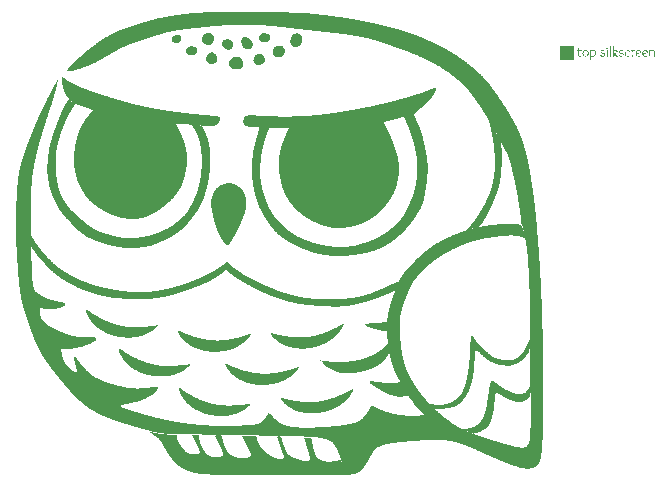
<source format=gto>
G04 #@! TF.FileFunction,Legend,Top*

G04 leading zeros omitted (L); absolute data (A); 6 integer digits and 6 fractional digits *
%FSLAX66Y66*%

G04 mode (MO): millimeters (MM) *
%MOMM*%

G04 Aperture definitions *
%ADD10C,0.001X*%
%ADD11C,0.001X*%

%LPD*%
G36*
G01X20795998Y-1890346D02*
G01X20795998Y-1890346D01*
G01X20767431Y-1913821D01*
G01X20734554Y-1942379D01*
G01X20699751Y-1975667D01*
G01X20665402Y-2013331D01*
G01X20633890Y-2055019D01*
G01X20607596Y-2100378D01*
G01X20588902Y-2149054D01*
G01X20581664Y-2184511D01*
G01X20581664Y-2184511D01*
G01X20579777Y-2232664D01*
G01X20585954Y-2280372D01*
G01X20599622Y-2327015D01*
G01X20620210Y-2371978D01*
G01X20647145Y-2414643D01*
G01X20679854Y-2454392D01*
G01X20717767Y-2490609D01*
G01X20760311Y-2522675D01*
G01X20775422Y-2532335D01*
G01X20775422Y-2532335D01*
G01X20822885Y-2557501D01*
G01X20872845Y-2576790D01*
G01X20924622Y-2590372D01*
G01X20977537Y-2598417D01*
G01X21030909Y-2601097D01*
G01X21084059Y-2598582D01*
G01X21136308Y-2591042D01*
G01X21186975Y-2578649D01*
G01X21203395Y-2573469D01*
G01X21203395Y-2573469D01*
G01X21250955Y-2554882D01*
G01X21295664Y-2531926D01*
G01X21337139Y-2504859D01*
G01X21374995Y-2473941D01*
G01X21408850Y-2439433D01*
G01X21438321Y-2401595D01*
G01X21463024Y-2360685D01*
G01X21482577Y-2316964D01*
G01X21487884Y-2301810D01*
G01X21487884Y-2301810D01*
G01X21499910Y-2254201D01*
G01X21505875Y-2204066D01*
G01X21505558Y-2152820D01*
G01X21498735Y-2101879D01*
G01X21485187Y-2052656D01*
G01X21464691Y-2006567D01*
G01X21437026Y-1965026D01*
G01X21401970Y-1929448D01*
G01X21388604Y-1919158D01*
G01X21388604Y-1919158D01*
G01X21343629Y-1892979D01*
G01X21292797Y-1873049D01*
G01X21238120Y-1858515D01*
G01X21181611Y-1848527D01*
G01X21125282Y-1842230D01*
G01X21071146Y-1838774D01*
G01X21021213Y-1837307D01*
G01X20977498Y-1836976D01*
G01X20964655Y-1836970D01*
G01X20964655Y-1836970D01*
G01X20904085Y-1837804D01*
G01X20866334Y-1843642D01*
G01X20835579Y-1859488D01*
G01X20795997Y-1890345D01*
G01X20795997Y-1890345D01*
G37*
G36*
G01X16201258Y-1821320D02*
G01X16201258Y-1821320D01*
G01X16150599Y-1830300D01*
G01X16101480Y-1843340D01*
G01X16054181Y-1860230D01*
G01X16008980Y-1880757D01*
G01X15966156Y-1904710D01*
G01X15925989Y-1931879D01*
G01X15888756Y-1962052D01*
G01X15854738Y-1995018D01*
G01X15824214Y-2030565D01*
G01X15797461Y-2068482D01*
G01X15774759Y-2108559D01*
G01X15756387Y-2150583D01*
G01X15748912Y-2172259D01*
G01X15748912Y-2172259D01*
G01X15736379Y-2222310D01*
G01X15729718Y-2273606D01*
G01X15728846Y-2325581D01*
G01X15733681Y-2377671D01*
G01X15744143Y-2429311D01*
G01X15760150Y-2479935D01*
G01X15781620Y-2528979D01*
G01X15808472Y-2575877D01*
G01X15840624Y-2620065D01*
G01X15877995Y-2660978D01*
G01X15920502Y-2698050D01*
G01X15925539Y-2701907D01*
G01X15925539Y-2701907D01*
G01X15967955Y-2730688D01*
G01X16013711Y-2755590D01*
G01X16062215Y-2776373D01*
G01X16112874Y-2792797D01*
G01X16165096Y-2804622D01*
G01X16218289Y-2811609D01*
G01X16271860Y-2813518D01*
G01X16325218Y-2810109D01*
G01X16377768Y-2801143D01*
G01X16428920Y-2786378D01*
G01X16478081Y-2765577D01*
G01X16524658Y-2738499D01*
G01X16546793Y-2722530D01*
G01X16546793Y-2722530D01*
G01X16583436Y-2690698D01*
G01X16617262Y-2654373D01*
G01X16648110Y-2614148D01*
G01X16675818Y-2570618D01*
G01X16700226Y-2524378D01*
G01X16721173Y-2476021D01*
G01X16738497Y-2426142D01*
G01X16752037Y-2375336D01*
G01X16761632Y-2324196D01*
G01X16767121Y-2273316D01*
G01X16768343Y-2223291D01*
G01X16765137Y-2174716D01*
G01X16757341Y-2128184D01*
G01X16744795Y-2084289D01*
G01X16740315Y-2072316D01*
G01X16740315Y-2072316D01*
G01X16718446Y-2027172D01*
G01X16690705Y-1986429D01*
G01X16657713Y-1950074D01*
G01X16620092Y-1918096D01*
G01X16578464Y-1890483D01*
G01X16533450Y-1867223D01*
G01X16485672Y-1848305D01*
G01X16435751Y-1833715D01*
G01X16384309Y-1823443D01*
G01X16331968Y-1817477D01*
G01X16279349Y-1815804D01*
G01X16227073Y-1818413D01*
G01X16201258Y-1821320D01*
G37*
G36*
G01X37857100Y-35332858D02*
G01X37857100Y-35332858D01*
G01X37886275Y-35331475D01*
G01X37920399Y-35329671D01*
G01X37959125Y-35327276D01*
G01X38002103Y-35324118D01*
G01X38048982Y-35320026D01*
G01X38099415Y-35314829D01*
G01X38153052Y-35308354D01*
G01X38209544Y-35300432D01*
G01X38268541Y-35290890D01*
G01X38329694Y-35279558D01*
G01X38329694Y-35279558D01*
G01X38329694Y-35279558D01*
G01X38373638Y-35270453D01*
G01X38418417Y-35260296D01*
G01X38463892Y-35249021D01*
G01X38509923Y-35236562D01*
G01X38556370Y-35222854D01*
G01X38603095Y-35207833D01*
G01X38649958Y-35191431D01*
G01X38696819Y-35173586D01*
G01X38743538Y-35154230D01*
G01X38789978Y-35133299D01*
G01X38835997Y-35110728D01*
G01X38881457Y-35086451D01*
G01X38926219Y-35060403D01*
G01X38970142Y-35032519D01*
G01X38982518Y-35024206D01*
G01X38982518Y-35024206D01*
G01X39025210Y-34993878D01*
G01X39066926Y-34961696D01*
G01X39107649Y-34927750D01*
G01X39147360Y-34892130D01*
G01X39186041Y-34854928D01*
G01X39223673Y-34816232D01*
G01X39260238Y-34776134D01*
G01X39295717Y-34734724D01*
G01X39330092Y-34692093D01*
G01X39363344Y-34648331D01*
G01X39395456Y-34603529D01*
G01X39426408Y-34557776D01*
G01X39456182Y-34511164D01*
G01X39484759Y-34463782D01*
G01X39492702Y-34450116D01*
G01X39492702Y-34450116D01*
G01X39515944Y-34408776D01*
G01X39538331Y-34366878D01*
G01X39559892Y-34324360D01*
G01X39580656Y-34281163D01*
G01X39600652Y-34237227D01*
G01X39619908Y-34192492D01*
G01X39638453Y-34146899D01*
G01X39656315Y-34100386D01*
G01X39673524Y-34052895D01*
G01X39690109Y-34004366D01*
G01X39706098Y-33954737D01*
G01X39721519Y-33903951D01*
G01X39736402Y-33851946D01*
G01X39750776Y-33798662D01*
G01X39764669Y-33744040D01*
G01X39778109Y-33688021D01*
G01X39786833Y-33649868D01*
G01X39786833Y-33649868D01*
G01X39797488Y-33601247D01*
G01X39807880Y-33551647D01*
G01X39818020Y-33501150D01*
G01X39827921Y-33449835D01*
G01X39837595Y-33397785D01*
G01X39847054Y-33345081D01*
G01X39856311Y-33291803D01*
G01X39865377Y-33238034D01*
G01X39874265Y-33183854D01*
G01X39882986Y-33129346D01*
G01X39891554Y-33074589D01*
G01X39899980Y-33019665D01*
G01X39908277Y-32964656D01*
G01X39916456Y-32909643D01*
G01X39924530Y-32854707D01*
G01X39932511Y-32799930D01*
G01X39940411Y-32745392D01*
G01X39948243Y-32691175D01*
G01X39956018Y-32637360D01*
G01X39963749Y-32584029D01*
G01X39963749Y-32584029D01*
G01X39963749Y-32584029D01*
G01X39972981Y-32520763D01*
G01X39982156Y-32458371D01*
G01X39991260Y-32396934D01*
G01X40000280Y-32336533D01*
G01X40009203Y-32277250D01*
G01X40018015Y-32219165D01*
G01X40026702Y-32162362D01*
G01X40035251Y-32106920D01*
G01X40043648Y-32052921D01*
G01X40051880Y-32000446D01*
G01X40059933Y-31949578D01*
G01X40067794Y-31900396D01*
G01X40075448Y-31852983D01*
G01X40082884Y-31807420D01*
G01X40090086Y-31763788D01*
G01X40097041Y-31722169D01*
G01X40101534Y-31695582D01*
G01X40101534Y-31695582D01*
G01X40114371Y-31621370D01*
G01X40126503Y-31555128D01*
G01X40138266Y-31496410D01*
G01X40149996Y-31444774D01*
G01X40162031Y-31399774D01*
G01X40174706Y-31360968D01*
G01X40188359Y-31327911D01*
G01X40203326Y-31300159D01*
G01X40208665Y-31292011D01*
G01X40208665Y-31292011D01*
G01X40238454Y-31259120D01*
G01X40273972Y-31239814D01*
G01X40315968Y-31234881D01*
G01X40365192Y-31245107D01*
G01X40422393Y-31271281D01*
G01X40422393Y-31271281D01*
G01X40422393Y-31271281D01*
G01X40454237Y-31290532D01*
G01X40488248Y-31313566D01*
G01X40524305Y-31339917D01*
G01X40562287Y-31369120D01*
G01X40602071Y-31400709D01*
G01X40643536Y-31434220D01*
G01X40686561Y-31469187D01*
G01X40731024Y-31505145D01*
G01X40776803Y-31541629D01*
G01X40823777Y-31578173D01*
G01X40823777Y-31578173D01*
G01X40823777Y-31578173D01*
G01X40862158Y-31607192D01*
G01X40901257Y-31635993D01*
G01X40941079Y-31664595D01*
G01X40981630Y-31693017D01*
G01X41022917Y-31721277D01*
G01X41064946Y-31749395D01*
G01X41107723Y-31777389D01*
G01X41151254Y-31805277D01*
G01X41195546Y-31833080D01*
G01X41240605Y-31860816D01*
G01X41286436Y-31888504D01*
G01X41333047Y-31916162D01*
G01X41356646Y-31929986D01*
G01X41356646Y-31929986D01*
G01X41398414Y-31954165D01*
G01X41440748Y-31978269D01*
G01X41483604Y-32002223D01*
G01X41526940Y-32025949D01*
G01X41570714Y-32049371D01*
G01X41614882Y-32072412D01*
G01X41659401Y-32094997D01*
G01X41704230Y-32117048D01*
G01X41749325Y-32138489D01*
G01X41794643Y-32159244D01*
G01X41840142Y-32179236D01*
G01X41885780Y-32198388D01*
G01X41931512Y-32216625D01*
G01X41977297Y-32233870D01*
G01X41990382Y-32238604D01*
G01X41990382Y-32238604D01*
G01X42049207Y-32258817D01*
G01X42107675Y-32277286D01*
G01X42165423Y-32294066D01*
G01X42222090Y-32309208D01*
G01X42277312Y-32322768D01*
G01X42330729Y-32334799D01*
G01X42381979Y-32345355D01*
G01X42430698Y-32354490D01*
G01X42476526Y-32362256D01*
G01X42519100Y-32368709D01*
G01X42558057Y-32373901D01*
G01X42562147Y-32374403D01*
G01X42562147Y-32374403D01*
G01X42624769Y-32380711D01*
G01X42676700Y-32383083D01*
G01X42721356Y-32381892D01*
G01X42762150Y-32377508D01*
G01X42802497Y-32370304D01*
G01X42840449Y-32361903D01*
G01X42840449Y-32361903D01*
G01X42876680Y-32353071D01*
G01X42915888Y-32342019D01*
G01X42957555Y-32327764D01*
G01X43001161Y-32309321D01*
G01X43046189Y-32285706D01*
G01X43092119Y-32255936D01*
G01X43138434Y-32219027D01*
G01X43170450Y-32188775D01*
G01X43170450Y-32188775D01*
G01X43205838Y-32150276D01*
G01X43240835Y-32107434D01*
G01X43275109Y-32061538D01*
G01X43308330Y-32013880D01*
G01X43340165Y-31965749D01*
G01X43370285Y-31918434D01*
G01X43398357Y-31873226D01*
G01X43424052Y-31831415D01*
G01X43447037Y-31794290D01*
G01X43466982Y-31763142D01*
G01X43466982Y-31763142D01*
G01X43466982Y-31763142D01*
G01X43497781Y-31722633D01*
G01X43518406Y-31711734D01*
G01X43531087Y-31730011D01*
G01X43538055Y-31777032D01*
G01X43541542Y-31852362D01*
G01X43541542Y-31852362D01*
G01X43541542Y-31852362D01*
G01X43542532Y-31895250D01*
G01X43543219Y-31942881D01*
G01X43543499Y-31994313D01*
G01X43543268Y-32048607D01*
G01X43542423Y-32104822D01*
G01X43540859Y-32162016D01*
G01X43538473Y-32219250D01*
G01X43535161Y-32275582D01*
G01X43530819Y-32330073D01*
G01X43525343Y-32381781D01*
G01X43518629Y-32429766D01*
G01X43517802Y-32434827D01*
G01X43517802Y-32434827D01*
G01X43505369Y-32495583D01*
G01X43489948Y-32547834D01*
G01X43471727Y-32592794D01*
G01X43450893Y-32631676D01*
G01X43427634Y-32665691D01*
G01X43402137Y-32696054D01*
G01X43374589Y-32723978D01*
G01X43354414Y-32742518D01*
G01X43354414Y-32742518D01*
G01X43318893Y-32772951D01*
G01X43281094Y-32802852D01*
G01X43241161Y-32832029D01*
G01X43199235Y-32860294D01*
G01X43155461Y-32887454D01*
G01X43109981Y-32913319D01*
G01X43078784Y-32929750D01*
G01X43078784Y-32929750D01*
G01X43037271Y-32949985D01*
G01X42994592Y-32968760D01*
G01X42950569Y-32985891D01*
G01X42905023Y-33001194D01*
G01X42857777Y-33014482D01*
G01X42808652Y-33025574D01*
G01X42757470Y-33034283D01*
G01X42720738Y-33038820D01*
G01X42720738Y-33038820D01*
G01X42678619Y-33042331D01*
G01X42635000Y-33044115D01*
G01X42589699Y-33044053D01*
G01X42542534Y-33042027D01*
G01X42493322Y-33037917D01*
G01X42441879Y-33031604D01*
G01X42388023Y-33022970D01*
G01X42331571Y-33011896D01*
G01X42272340Y-32998262D01*
G01X42210148Y-32981950D01*
G01X42210148Y-32981950D01*
G01X42210148Y-32981950D01*
G01X42164716Y-32968848D01*
G01X42117793Y-32954394D01*
G01X42069599Y-32938684D01*
G01X42020352Y-32921814D01*
G01X41970272Y-32903877D01*
G01X41919578Y-32884970D01*
G01X41868489Y-32865188D01*
G01X41817224Y-32844626D01*
G01X41766002Y-32823380D01*
G01X41715043Y-32801545D01*
G01X41664565Y-32779216D01*
G01X41614788Y-32756489D01*
G01X41565931Y-32733459D01*
G01X41518213Y-32710221D01*
G01X41504819Y-32703557D01*
G01X41504819Y-32703557D01*
G01X41452344Y-32676827D01*
G01X41401613Y-32650062D01*
G01X41352625Y-32623383D01*
G01X41305380Y-32596907D01*
G01X41259876Y-32570756D01*
G01X41216112Y-32545049D01*
G01X41174088Y-32519904D01*
G01X41133803Y-32495443D01*
G01X41095256Y-32471784D01*
G01X41058447Y-32449046D01*
G01X41023373Y-32427350D01*
G01X40990035Y-32406815D01*
G01X40974017Y-32397021D01*
G01X40974017Y-32397021D01*
G01X40917760Y-32363328D01*
G01X40867262Y-32334700D01*
G01X40822162Y-32311476D01*
G01X40782101Y-32293994D01*
G01X40746720Y-32282590D01*
G01X40715660Y-32277605D01*
G01X40697176Y-32278014D01*
G01X40697176Y-32278014D01*
G01X40664686Y-32288772D01*
G01X40637324Y-32312675D01*
G01X40614406Y-32348868D01*
G01X40595252Y-32396493D01*
G01X40579181Y-32454695D01*
G01X40579181Y-32454695D01*
G01X40579181Y-32454695D01*
G01X40570659Y-32494706D01*
G01X40562773Y-32538566D01*
G01X40555490Y-32585787D01*
G01X40548775Y-32635877D01*
G01X40542594Y-32688349D01*
G01X40536911Y-32742713D01*
G01X40531694Y-32798480D01*
G01X40526907Y-32855161D01*
G01X40525401Y-32874173D01*
G01X40525401Y-32874173D01*
G01X40521796Y-32921943D01*
G01X40518328Y-32970209D01*
G01X40514887Y-33019125D01*
G01X40511360Y-33068845D01*
G01X40507636Y-33119522D01*
G01X40503604Y-33171311D01*
G01X40499152Y-33224365D01*
G01X40494168Y-33278838D01*
G01X40488542Y-33334885D01*
G01X40482161Y-33392659D01*
G01X40482161Y-33392659D01*
G01X40482161Y-33392659D01*
G01X40476453Y-33440168D01*
G01X40470214Y-33488699D01*
G01X40463462Y-33538109D01*
G01X40456215Y-33588257D01*
G01X40448492Y-33639000D01*
G01X40440312Y-33690196D01*
G01X40431692Y-33741703D01*
G01X40422652Y-33793378D01*
G01X40413210Y-33845081D01*
G01X40403384Y-33896668D01*
G01X40393193Y-33947997D01*
G01X40382655Y-33998927D01*
G01X40377262Y-34024198D01*
G01X40377262Y-34024198D01*
G01X40366239Y-34074270D01*
G01X40354910Y-34123704D01*
G01X40343280Y-34172508D01*
G01X40331354Y-34220693D01*
G01X40319138Y-34268266D01*
G01X40306638Y-34315235D01*
G01X40293860Y-34361610D01*
G01X40280809Y-34407399D01*
G01X40267492Y-34452612D01*
G01X40253913Y-34497256D01*
G01X40240079Y-34541340D01*
G01X40225995Y-34584873D01*
G01X40218861Y-34606436D01*
G01X40218861Y-34606436D01*
G01X40200753Y-34659699D01*
G01X40182184Y-34711894D01*
G01X40163052Y-34762840D01*
G01X40143257Y-34812356D01*
G01X40122699Y-34860263D01*
G01X40101278Y-34906379D01*
G01X40078892Y-34950526D01*
G01X40055442Y-34992521D01*
G01X40030827Y-35032185D01*
G01X40004947Y-35069339D01*
G01X40004947Y-35069339D01*
G01X40004947Y-35069339D01*
G01X39972137Y-35110463D01*
G01X39937471Y-35148170D01*
G01X39901027Y-35182978D01*
G01X39862886Y-35215404D01*
G01X39823123Y-35245966D01*
G01X39781820Y-35275181D01*
G01X39739053Y-35303568D01*
G01X39694901Y-35331643D01*
G01X39679890Y-35341022D01*
G01X39679890Y-35341022D01*
G01X39641763Y-35364611D01*
G01X39602774Y-35388332D01*
G01X39562893Y-35412088D01*
G01X39522088Y-35435785D01*
G01X39480327Y-35459330D01*
G01X39437578Y-35482626D01*
G01X39393810Y-35505581D01*
G01X39348991Y-35528099D01*
G01X39303090Y-35550086D01*
G01X39256074Y-35571447D01*
G01X39256074Y-35571447D01*
G01X39256074Y-35571447D01*
G01X39208032Y-35592056D01*
G01X39159388Y-35611741D01*
G01X39110619Y-35630332D01*
G01X39062197Y-35647657D01*
G01X39014599Y-35663547D01*
G01X38968299Y-35677831D01*
G01X38923771Y-35690339D01*
G01X38881490Y-35700900D01*
G01X38841932Y-35709344D01*
G01X38805570Y-35715501D01*
G01X38805570Y-35715501D01*
G01X38805570Y-35715501D01*
G01X38757264Y-35720143D01*
G01X38713850Y-35719143D01*
G01X38671858Y-35712414D01*
G01X38627817Y-35699866D01*
G01X38578259Y-35681412D01*
G01X38519713Y-35656963D01*
G01X38473975Y-35637291D01*
G01X38473975Y-35637291D01*
G01X38432944Y-35619662D01*
G01X38388508Y-35600624D01*
G01X38341414Y-35580491D01*
G01X38292409Y-35559576D01*
G01X38242240Y-35538194D01*
G01X38191656Y-35516659D01*
G01X38141402Y-35495284D01*
G01X38092227Y-35474383D01*
G01X38044878Y-35454271D01*
G01X38000102Y-35435261D01*
G01X37958646Y-35417667D01*
G01X37921257Y-35401803D01*
G01X37904322Y-35394619D01*
G01X37904322Y-35394619D01*
G01X37827171Y-35361238D01*
G01X37796541Y-35343682D01*
G01X37807996Y-35336159D01*
G01X37857102Y-35332879D01*
G01X37857102Y-35332879D01*
G37*
G36*
G01X35050769Y-33180869D02*
G01X35050769Y-33180869D01*
G01X35075339Y-33189322D01*
G01X35106618Y-33199534D01*
G01X35144932Y-33211046D01*
G01X35190609Y-33223400D01*
G01X35243977Y-33236137D01*
G01X35305362Y-33248797D01*
G01X35350902Y-33256969D01*
G01X35350902Y-33256969D01*
G01X35390060Y-33263243D01*
G01X35431538Y-33269197D01*
G01X35475166Y-33274740D01*
G01X35520774Y-33279784D01*
G01X35568191Y-33284239D01*
G01X35617247Y-33288017D01*
G01X35667772Y-33291027D01*
G01X35719596Y-33293181D01*
G01X35772549Y-33294390D01*
G01X35826460Y-33294564D01*
G01X35881160Y-33293615D01*
G01X35936478Y-33291452D01*
G01X35964316Y-33289889D01*
G01X35964316Y-33289889D01*
G01X36013263Y-33286346D01*
G01X36062458Y-33281780D01*
G01X36111836Y-33276192D01*
G01X36161331Y-33269589D01*
G01X36210880Y-33261974D01*
G01X36260416Y-33253352D01*
G01X36309875Y-33243728D01*
G01X36359191Y-33233105D01*
G01X36408300Y-33221489D01*
G01X36457137Y-33208883D01*
G01X36505637Y-33195293D01*
G01X36553733Y-33180722D01*
G01X36601363Y-33165176D01*
G01X36648460Y-33148658D01*
G01X36661809Y-33143761D01*
G01X36661809Y-33143761D01*
G01X36708154Y-33125990D01*
G01X36753941Y-33107214D01*
G01X36799208Y-33087399D01*
G01X36843990Y-33066513D01*
G01X36888324Y-33044522D01*
G01X36932247Y-33021394D01*
G01X36975794Y-32997095D01*
G01X37019002Y-32971593D01*
G01X37061908Y-32944854D01*
G01X37104549Y-32916846D01*
G01X37146959Y-32887535D01*
G01X37189177Y-32856889D01*
G01X37231238Y-32824874D01*
G01X37273178Y-32791458D01*
G01X37285144Y-32781649D01*
G01X37285144Y-32781649D01*
G01X37321006Y-32751497D01*
G01X37356777Y-32720217D01*
G01X37392400Y-32687756D01*
G01X37427818Y-32654064D01*
G01X37462973Y-32619086D01*
G01X37497807Y-32582773D01*
G01X37532265Y-32545071D01*
G01X37566288Y-32505928D01*
G01X37599820Y-32465293D01*
G01X37632803Y-32423114D01*
G01X37665179Y-32379339D01*
G01X37696892Y-32333915D01*
G01X37727885Y-32286791D01*
G01X37758100Y-32237914D01*
G01X37787480Y-32187233D01*
G01X37815967Y-32134696D01*
G01X37834435Y-32098615D01*
G01X37834435Y-32098615D01*
G01X37852473Y-32061666D01*
G01X37870092Y-32023844D01*
G01X37887305Y-31985152D01*
G01X37904127Y-31945593D01*
G01X37920570Y-31905169D01*
G01X37936648Y-31863884D01*
G01X37952374Y-31821740D01*
G01X37967760Y-31778741D01*
G01X37982821Y-31734889D01*
G01X37997569Y-31690187D01*
G01X38012018Y-31644639D01*
G01X38026180Y-31598246D01*
G01X38040071Y-31551013D01*
G01X38053701Y-31502942D01*
G01X38067085Y-31454036D01*
G01X38080236Y-31404297D01*
G01X38093168Y-31353730D01*
G01X38105893Y-31302336D01*
G01X38118424Y-31250120D01*
G01X38130776Y-31197082D01*
G01X38142960Y-31143228D01*
G01X38154991Y-31088559D01*
G01X38166882Y-31033078D01*
G01X38178645Y-30976789D01*
G01X38190295Y-30919695D01*
G01X38190295Y-30919695D01*
G01X38190295Y-30919695D01*
G01X38198964Y-30876343D01*
G01X38207574Y-30832532D01*
G01X38216118Y-30788264D01*
G01X38224593Y-30743538D01*
G01X38232992Y-30698354D01*
G01X38241312Y-30652715D01*
G01X38249546Y-30606620D01*
G01X38257690Y-30560069D01*
G01X38265739Y-30513063D01*
G01X38273688Y-30465603D01*
G01X38281532Y-30417690D01*
G01X38289266Y-30369323D01*
G01X38296884Y-30320504D01*
G01X38304382Y-30271233D01*
G01X38311755Y-30221510D01*
G01X38318997Y-30171337D01*
G01X38326104Y-30120713D01*
G01X38333070Y-30069639D01*
G01X38339891Y-30018116D01*
G01X38346561Y-29966144D01*
G01X38353076Y-29913724D01*
G01X38359431Y-29860856D01*
G01X38365619Y-29807542D01*
G01X38371637Y-29753780D01*
G01X38377480Y-29699573D01*
G01X38383142Y-29644921D01*
G01X38388618Y-29589823D01*
G01X38393903Y-29534281D01*
G01X38398992Y-29478296D01*
G01X38403881Y-29421867D01*
G01X38408564Y-29364996D01*
G01X38413035Y-29307682D01*
G01X38417291Y-29249927D01*
G01X38418661Y-29230578D01*
G01X38418661Y-29230578D01*
G01X38422625Y-29172245D01*
G01X38426381Y-29113550D01*
G01X38429944Y-29054577D01*
G01X38433328Y-28995411D01*
G01X38436547Y-28936137D01*
G01X38439616Y-28876839D01*
G01X38442548Y-28817602D01*
G01X38445359Y-28758512D01*
G01X38448062Y-28699652D01*
G01X38450673Y-28641109D01*
G01X38453204Y-28582966D01*
G01X38455671Y-28525308D01*
G01X38458087Y-28468221D01*
G01X38460468Y-28411789D01*
G01X38462828Y-28356097D01*
G01X38465180Y-28301230D01*
G01X38467539Y-28247272D01*
G01X38469919Y-28194309D01*
G01X38472335Y-28142425D01*
G01X38474802Y-28091706D01*
G01X38477332Y-28042235D01*
G01X38479942Y-27994098D01*
G01X38482644Y-27947380D01*
G01X38485453Y-27902165D01*
G01X38488384Y-27858538D01*
G01X38491452Y-27816585D01*
G01X38494669Y-27776389D01*
G01X38498051Y-27738036D01*
G01X38501612Y-27701611D01*
G01X38505366Y-27667198D01*
G01X38509327Y-27634882D01*
G01X38513510Y-27604749D01*
G01X38517930Y-27576882D01*
G01X38519458Y-27568112D01*
G01X38519458Y-27568112D01*
G01X38536271Y-27494516D01*
G01X38555742Y-27444843D01*
G01X38577684Y-27416597D01*
G01X38601913Y-27407287D01*
G01X38628242Y-27414419D01*
G01X38656485Y-27435498D01*
G01X38686459Y-27468033D01*
G01X38717976Y-27509529D01*
G01X38750851Y-27557493D01*
G01X38784899Y-27609432D01*
G01X38784899Y-27609432D01*
G01X38784899Y-27609432D01*
G01X38809358Y-27646956D01*
G01X38834405Y-27685191D01*
G01X38860146Y-27724123D01*
G01X38886687Y-27763742D01*
G01X38914135Y-27804033D01*
G01X38942595Y-27844987D01*
G01X38972175Y-27886590D01*
G01X39002980Y-27928830D01*
G01X39035117Y-27971696D01*
G01X39068692Y-28015174D01*
G01X39103811Y-28059254D01*
G01X39140581Y-28103922D01*
G01X39179107Y-28149168D01*
G01X39219497Y-28194978D01*
G01X39231394Y-28208169D01*
G01X39231394Y-28208169D01*
G01X39268036Y-28247992D01*
G01X39305997Y-28288125D01*
G01X39345131Y-28328482D01*
G01X39385294Y-28368977D01*
G01X39426342Y-28409522D01*
G01X39468129Y-28450033D01*
G01X39510511Y-28490421D01*
G01X39553344Y-28530602D01*
G01X39596482Y-28570488D01*
G01X39639780Y-28609993D01*
G01X39683096Y-28649030D01*
G01X39726282Y-28687515D01*
G01X39769196Y-28725358D01*
G01X39811691Y-28762476D01*
G01X39853624Y-28798781D01*
G01X39894850Y-28834186D01*
G01X39921870Y-28857248D01*
G01X39921870Y-28857248D01*
G01X39961596Y-28890939D01*
G01X40000452Y-28923535D01*
G01X40038627Y-28955073D01*
G01X40076311Y-28985589D01*
G01X40113693Y-29015119D01*
G01X40150962Y-29043700D01*
G01X40188308Y-29071368D01*
G01X40225921Y-29098159D01*
G01X40263989Y-29124111D01*
G01X40302702Y-29149258D01*
G01X40342250Y-29173639D01*
G01X40382822Y-29197288D01*
G01X40424607Y-29220243D01*
G01X40467795Y-29242540D01*
G01X40512575Y-29264216D01*
G01X40559137Y-29285306D01*
G01X40591261Y-29299059D01*
G01X40591261Y-29299059D01*
G01X40641035Y-29319200D01*
G01X40692474Y-29338694D01*
G01X40745370Y-29357501D01*
G01X40799513Y-29375582D01*
G01X40854695Y-29392896D01*
G01X40910707Y-29409404D01*
G01X40967340Y-29425066D01*
G01X41024386Y-29439842D01*
G01X41081636Y-29453693D01*
G01X41138880Y-29466578D01*
G01X41195910Y-29478459D01*
G01X41252518Y-29489295D01*
G01X41308494Y-29499047D01*
G01X41363629Y-29507675D01*
G01X41417715Y-29515139D01*
G01X41470543Y-29521399D01*
G01X41504960Y-29524885D01*
G01X41504960Y-29524885D01*
G01X41563462Y-29529617D01*
G01X41619832Y-29532593D01*
G01X41674231Y-29533811D01*
G01X41726822Y-29533268D01*
G01X41777767Y-29530961D01*
G01X41827228Y-29526887D01*
G01X41875368Y-29521042D01*
G01X41922349Y-29513426D01*
G01X41968334Y-29504034D01*
G01X42013483Y-29492863D01*
G01X42057961Y-29479912D01*
G01X42101930Y-29465176D01*
G01X42145550Y-29448654D01*
G01X42188986Y-29430343D01*
G01X42201385Y-29424782D01*
G01X42201385Y-29424782D01*
G01X42244842Y-29404144D01*
G01X42288334Y-29381743D01*
G01X42331734Y-29357701D01*
G01X42374916Y-29332141D01*
G01X42417753Y-29305187D01*
G01X42460121Y-29276960D01*
G01X42501891Y-29247586D01*
G01X42542938Y-29217185D01*
G01X42583136Y-29185882D01*
G01X42622358Y-29153799D01*
G01X42660479Y-29121060D01*
G01X42697371Y-29087787D01*
G01X42732908Y-29054103D01*
G01X42766964Y-29020131D01*
G01X42776405Y-29010390D01*
G01X42776405Y-29010390D01*
G01X42812912Y-28971252D01*
G01X42847566Y-28931728D01*
G01X42880561Y-28891679D01*
G01X42912088Y-28850969D01*
G01X42942339Y-28809459D01*
G01X42971505Y-28767011D01*
G01X42999779Y-28723489D01*
G01X43027353Y-28678754D01*
G01X43054418Y-28632669D01*
G01X43081166Y-28585095D01*
G01X43107789Y-28535897D01*
G01X43134479Y-28484935D01*
G01X43147909Y-28458750D01*
G01X43147909Y-28458750D01*
G01X43175062Y-28404862D01*
G01X43202497Y-28349350D01*
G01X43229996Y-28292871D01*
G01X43257344Y-28236079D01*
G01X43284325Y-28179632D01*
G01X43310722Y-28124186D01*
G01X43336319Y-28070396D01*
G01X43360900Y-28018919D01*
G01X43384250Y-27970411D01*
G01X43406151Y-27925529D01*
G01X43426388Y-27884928D01*
G01X43444744Y-27849264D01*
G01X43453149Y-27833489D01*
G01X43453149Y-27833489D01*
G01X43483136Y-27782509D01*
G01X43504838Y-27757333D01*
G01X43519588Y-27757740D01*
G01X43528719Y-27783506D01*
G01X43533562Y-27834408D01*
G01X43535339Y-27900019D01*
G01X43535339Y-27900019D01*
G01X43535614Y-27937125D01*
G01X43535497Y-27977915D01*
G01X43534899Y-28021955D01*
G01X43533732Y-28068812D01*
G01X43531907Y-28118051D01*
G01X43529334Y-28169241D01*
G01X43525924Y-28221946D01*
G01X43521590Y-28275734D01*
G01X43516242Y-28330171D01*
G01X43509790Y-28384823D01*
G01X43502147Y-28439256D01*
G01X43493223Y-28493038D01*
G01X43482929Y-28545735D01*
G01X43471177Y-28596912D01*
G01X43467539Y-28611195D01*
G01X43467539Y-28611195D01*
G01X43451731Y-28666638D01*
G01X43433983Y-28719499D01*
G01X43414409Y-28769969D01*
G01X43393122Y-28818240D01*
G01X43370234Y-28864503D01*
G01X43345859Y-28908948D01*
G01X43320110Y-28951768D01*
G01X43293099Y-28993152D01*
G01X43264941Y-29033293D01*
G01X43235746Y-29072381D01*
G01X43205630Y-29110607D01*
G01X43174704Y-29148163D01*
G01X43158973Y-29166750D01*
G01X43158973Y-29166750D01*
G01X43127041Y-29203605D01*
G01X43094513Y-29239998D01*
G01X43061410Y-29275879D01*
G01X43027755Y-29311197D01*
G01X42993568Y-29345902D01*
G01X42958870Y-29379942D01*
G01X42923684Y-29413266D01*
G01X42888031Y-29445825D01*
G01X42851933Y-29477567D01*
G01X42815410Y-29508441D01*
G01X42778485Y-29538397D01*
G01X42741178Y-29567384D01*
G01X42722389Y-29581499D01*
G01X42722389Y-29581499D01*
G01X42679676Y-29612369D01*
G01X42636364Y-29642043D01*
G01X42592563Y-29670513D01*
G01X42548386Y-29697772D01*
G01X42503946Y-29723813D01*
G01X42459354Y-29748627D01*
G01X42414722Y-29772208D01*
G01X42370163Y-29794549D01*
G01X42325789Y-29815641D01*
G01X42281712Y-29835477D01*
G01X42238044Y-29854050D01*
G01X42233222Y-29856036D01*
G01X42233222Y-29856036D01*
G01X42190003Y-29873221D01*
G01X42146831Y-29889146D01*
G01X42103332Y-29903758D01*
G01X42059134Y-29917003D01*
G01X42013862Y-29928829D01*
G01X41967142Y-29939183D01*
G01X41918602Y-29948013D01*
G01X41867867Y-29955264D01*
G01X41814564Y-29960885D01*
G01X41758319Y-29964823D01*
G01X41698758Y-29967024D01*
G01X41691919Y-29967160D01*
G01X41691919Y-29967160D01*
G01X41649961Y-29967501D01*
G01X41606521Y-29967058D01*
G01X41561742Y-29965844D01*
G01X41515766Y-29963871D01*
G01X41468733Y-29961153D01*
G01X41420785Y-29957702D01*
G01X41372065Y-29953533D01*
G01X41322714Y-29948657D01*
G01X41272874Y-29943088D01*
G01X41222686Y-29936839D01*
G01X41172293Y-29929923D01*
G01X41121835Y-29922352D01*
G01X41071455Y-29914141D01*
G01X41021294Y-29905302D01*
G01X40971494Y-29895848D01*
G01X40922197Y-29885792D01*
G01X40889681Y-29878760D01*
G01X40889681Y-29878760D01*
G01X40841515Y-29867720D01*
G01X40794051Y-29856059D01*
G01X40747231Y-29843731D01*
G01X40700994Y-29830691D01*
G01X40655282Y-29816892D01*
G01X40610035Y-29802290D01*
G01X40565193Y-29786838D01*
G01X40520697Y-29770491D01*
G01X40476488Y-29753203D01*
G01X40432506Y-29734929D01*
G01X40388691Y-29715622D01*
G01X40344984Y-29695238D01*
G01X40301325Y-29673730D01*
G01X40257655Y-29651053D01*
G01X40213915Y-29627161D01*
G01X40170045Y-29602009D01*
G01X40140697Y-29584519D01*
G01X40140697Y-29584519D01*
G01X40096509Y-29557195D01*
G01X40052190Y-29528653D01*
G01X40007824Y-29499007D01*
G01X39963498Y-29468366D01*
G01X39919294Y-29436843D01*
G01X39875298Y-29404549D01*
G01X39831594Y-29371595D01*
G01X39788268Y-29338093D01*
G01X39745403Y-29304154D01*
G01X39703085Y-29269891D01*
G01X39661398Y-29235414D01*
G01X39620427Y-29200835D01*
G01X39580256Y-29166265D01*
G01X39540971Y-29131816D01*
G01X39502656Y-29097600D01*
G01X39465395Y-29063728D01*
G01X39441182Y-29041393D01*
G01X39441182Y-29041393D01*
G01X39388645Y-28992056D01*
G01X39338828Y-28944307D01*
G01X39291750Y-28898533D01*
G01X39247427Y-28855118D01*
G01X39205877Y-28814449D01*
G01X39167120Y-28776913D01*
G01X39131173Y-28742894D01*
G01X39098054Y-28712780D01*
G01X39067781Y-28686955D01*
G01X39040372Y-28665806D01*
G01X39015845Y-28649720D01*
G01X39013298Y-28648262D01*
G01X39013298Y-28648262D01*
G01X38975194Y-28633824D01*
G01X38945729Y-28638748D01*
G01X38923209Y-28662746D01*
G01X38905939Y-28705531D01*
G01X38892225Y-28766815D01*
G01X38881727Y-28836022D01*
G01X38881727Y-28836022D01*
G01X38877011Y-28873181D01*
G01X38872346Y-28913445D01*
G01X38867727Y-28956710D01*
G01X38863152Y-29002873D01*
G01X38858618Y-29051832D01*
G01X38854121Y-29103485D01*
G01X38849659Y-29157727D01*
G01X38845229Y-29214457D01*
G01X38840826Y-29273572D01*
G01X38836448Y-29334969D01*
G01X38832093Y-29398545D01*
G01X38827756Y-29464198D01*
G01X38823435Y-29531825D01*
G01X38819126Y-29601323D01*
G01X38817897Y-29621509D01*
G01X38817897Y-29621509D01*
G01X38814815Y-29672667D01*
G01X38811684Y-29724840D01*
G01X38808457Y-29778002D01*
G01X38805088Y-29832125D01*
G01X38801532Y-29887186D01*
G01X38797742Y-29943158D01*
G01X38793674Y-30000015D01*
G01X38789280Y-30057731D01*
G01X38784516Y-30116281D01*
G01X38779335Y-30175640D01*
G01X38773692Y-30235780D01*
G01X38767541Y-30296677D01*
G01X38760836Y-30358304D01*
G01X38753530Y-30420637D01*
G01X38745579Y-30483649D01*
G01X38736937Y-30547314D01*
G01X38727557Y-30611606D01*
G01X38717394Y-30676501D01*
G01X38706401Y-30741972D01*
G01X38694534Y-30807993D01*
G01X38694534Y-30807993D01*
G01X38694534Y-30807993D01*
G01X38684383Y-30861206D01*
G01X38673656Y-30914745D01*
G01X38662370Y-30968550D01*
G01X38650545Y-31022560D01*
G01X38638201Y-31076713D01*
G01X38625356Y-31130950D01*
G01X38612031Y-31185209D01*
G01X38598243Y-31239429D01*
G01X38584013Y-31293550D01*
G01X38569359Y-31347511D01*
G01X38554300Y-31401251D01*
G01X38538857Y-31454710D01*
G01X38523048Y-31507826D01*
G01X38506892Y-31560539D01*
G01X38490408Y-31612787D01*
G01X38473617Y-31664511D01*
G01X38456536Y-31715650D01*
G01X38439185Y-31766142D01*
G01X38421584Y-31815927D01*
G01X38403751Y-31864944D01*
G01X38385706Y-31913132D01*
G01X38367468Y-31960431D01*
G01X38349056Y-32006779D01*
G01X38330490Y-32052116D01*
G01X38311788Y-32096382D01*
G01X38311788Y-32096382D01*
G01X38311788Y-32096382D01*
G01X38283517Y-32160688D01*
G01X38255016Y-32222529D01*
G01X38226319Y-32281977D01*
G01X38197460Y-32339104D01*
G01X38168475Y-32393984D01*
G01X38139397Y-32446689D01*
G01X38110260Y-32497291D01*
G01X38081100Y-32545863D01*
G01X38051950Y-32592478D01*
G01X38022844Y-32637209D01*
G01X37993817Y-32680128D01*
G01X37964903Y-32721307D01*
G01X37936137Y-32760821D01*
G01X37907552Y-32798740D01*
G01X37879184Y-32835138D01*
G01X37851066Y-32870088D01*
G01X37832477Y-32892619D01*
G01X37832477Y-32892619D01*
G01X37795685Y-32935913D01*
G01X37759289Y-32976950D01*
G01X37723122Y-33015850D01*
G01X37687018Y-33052736D01*
G01X37650811Y-33087729D01*
G01X37614335Y-33120951D01*
G01X37577424Y-33152523D01*
G01X37539911Y-33182568D01*
G01X37501630Y-33211208D01*
G01X37462416Y-33238564D01*
G01X37422101Y-33264757D01*
G01X37380521Y-33289910D01*
G01X37359204Y-33302135D01*
G01X37359204Y-33302135D01*
G01X37315476Y-33325922D01*
G01X37270368Y-33348817D01*
G01X37223977Y-33370808D01*
G01X37176402Y-33391883D01*
G01X37127739Y-33412031D01*
G01X37078085Y-33431240D01*
G01X37027537Y-33449498D01*
G01X36976194Y-33466793D01*
G01X36924151Y-33483114D01*
G01X36871507Y-33498449D01*
G01X36818359Y-33512786D01*
G01X36764803Y-33526113D01*
G01X36737903Y-33532395D01*
G01X36737903Y-33532395D01*
G01X36683790Y-33544209D01*
G01X36629275Y-33555077D01*
G01X36574488Y-33565059D01*
G01X36519559Y-33574214D01*
G01X36464617Y-33582603D01*
G01X36409791Y-33590286D01*
G01X36355210Y-33597322D01*
G01X36301004Y-33603772D01*
G01X36247303Y-33609695D01*
G01X36194236Y-33615152D01*
G01X36141931Y-33620201D01*
G01X36090519Y-33624904D01*
G01X36065188Y-33627145D01*
G01X36065188Y-33627145D01*
G01X36002768Y-33632479D01*
G01X35941773Y-33637400D01*
G01X35882618Y-33641842D01*
G01X35825719Y-33645738D01*
G01X35771490Y-33649025D01*
G01X35720346Y-33651635D01*
G01X35672702Y-33653505D01*
G01X35628973Y-33654569D01*
G01X35589575Y-33654760D01*
G01X35554921Y-33654015D01*
G01X35554921Y-33654015D01*
G01X35554921Y-33654015D01*
G01X35499448Y-33649203D01*
G01X35457243Y-33638168D01*
G01X35421768Y-33618631D01*
G01X35386488Y-33588310D01*
G01X35344865Y-33544927D01*
G01X35344865Y-33544927D01*
G01X35344865Y-33544927D01*
G01X35314586Y-33512015D01*
G01X35280941Y-33475040D01*
G01X35245162Y-33435428D01*
G01X35208482Y-33394603D01*
G01X35172136Y-33353990D01*
G01X35137355Y-33315014D01*
G01X35105373Y-33279099D01*
G01X35077423Y-33247671D01*
G01X35069216Y-33238438D01*
G01X35069216Y-33238438D01*
G01X35024172Y-33186320D01*
G01X35020436Y-33171994D01*
G01X35050766Y-33180868D01*
G37*
G36*
G01X22805514Y-32776242D02*
G01X22805514Y-32776242D01*
G01X22834120Y-32783338D01*
G01X22866337Y-32791282D01*
G01X22902031Y-32799994D01*
G01X22941069Y-32809392D01*
G01X22983317Y-32819395D01*
G01X23028642Y-32829921D01*
G01X23076911Y-32840888D01*
G01X23127990Y-32852216D01*
G01X23181747Y-32863822D01*
G01X23238046Y-32875626D01*
G01X23296756Y-32887546D01*
G01X23357743Y-32899500D01*
G01X23420873Y-32911408D01*
G01X23486013Y-32923187D01*
G01X23504975Y-32926518D01*
G01X23504975Y-32926518D01*
G01X23552984Y-32934753D01*
G01X23601823Y-32942838D01*
G01X23651494Y-32950755D01*
G01X23701998Y-32958488D01*
G01X23753338Y-32966018D01*
G01X23805514Y-32973327D01*
G01X23858529Y-32980399D01*
G01X23912384Y-32987216D01*
G01X23967080Y-32993760D01*
G01X24022619Y-33000013D01*
G01X24079003Y-33005958D01*
G01X24136233Y-33011577D01*
G01X24194311Y-33016853D01*
G01X24253238Y-33021768D01*
G01X24313015Y-33026305D01*
G01X24373646Y-33030446D01*
G01X24435130Y-33034173D01*
G01X24497470Y-33037469D01*
G01X24560666Y-33040316D01*
G01X24624722Y-33042697D01*
G01X24624722Y-33042697D01*
G01X24624722Y-33042697D01*
G01X24676567Y-33044249D01*
G01X24728914Y-33045467D01*
G01X24781746Y-33046328D01*
G01X24835048Y-33046811D01*
G01X24888802Y-33046896D01*
G01X24942994Y-33046561D01*
G01X24997607Y-33045786D01*
G01X25052624Y-33044550D01*
G01X25108030Y-33042831D01*
G01X25163808Y-33040608D01*
G01X25219941Y-33037861D01*
G01X25276414Y-33034568D01*
G01X25333211Y-33030709D01*
G01X25390315Y-33026263D01*
G01X25447710Y-33021208D01*
G01X25505380Y-33015524D01*
G01X25563308Y-33009189D01*
G01X25621479Y-33002182D01*
G01X25679876Y-32994483D01*
G01X25738483Y-32986071D01*
G01X25797283Y-32976924D01*
G01X25856261Y-32967022D01*
G01X25915400Y-32956343D01*
G01X25974685Y-32944867D01*
G01X26034098Y-32932573D01*
G01X26034098Y-32932573D01*
G01X26034098Y-32932573D01*
G01X26093620Y-32919443D01*
G01X26153209Y-32905515D01*
G01X26212815Y-32890834D01*
G01X26272388Y-32875443D01*
G01X26331878Y-32859385D01*
G01X26391235Y-32842704D01*
G01X26450410Y-32825444D01*
G01X26509352Y-32807647D01*
G01X26568011Y-32789359D01*
G01X26626339Y-32770622D01*
G01X26684284Y-32751480D01*
G01X26741797Y-32731976D01*
G01X26798829Y-32712155D01*
G01X26855328Y-32692059D01*
G01X26911246Y-32671732D01*
G01X26966533Y-32651219D01*
G01X27021137Y-32630561D01*
G01X27075011Y-32609804D01*
G01X27128103Y-32588990D01*
G01X27180364Y-32568164D01*
G01X27231745Y-32547368D01*
G01X27282194Y-32526646D01*
G01X27331663Y-32506043D01*
G01X27380101Y-32485601D01*
G01X27427458Y-32465364D01*
G01X27427458Y-32465364D01*
G01X27427458Y-32465364D01*
G01X27485187Y-32440354D01*
G01X27541372Y-32415640D01*
G01X27596010Y-32391244D01*
G01X27649101Y-32367188D01*
G01X27700642Y-32343496D01*
G01X27750632Y-32320189D01*
G01X27799068Y-32297290D01*
G01X27845950Y-32274821D01*
G01X27891276Y-32252805D01*
G01X27935044Y-32231264D01*
G01X27977251Y-32210222D01*
G01X28017897Y-32189699D01*
G01X28056980Y-32169719D01*
G01X28094498Y-32150305D01*
G01X28130450Y-32131478D01*
G01X28164833Y-32113261D01*
G01X28197646Y-32095677D01*
G01X28228887Y-32078748D01*
G01X28258555Y-32062497D01*
G01X28286647Y-32046946D01*
G01X28286647Y-32046946D01*
G01X28286647Y-32046946D01*
G01X28362081Y-32004489D01*
G01X28424993Y-31968830D01*
G01X28476031Y-31940791D01*
G01X28515849Y-31921195D01*
G01X28545097Y-31910866D01*
G01X28564427Y-31910624D01*
G01X28572124Y-31916475D01*
G01X28572124Y-31916475D01*
G01X28576310Y-31934698D01*
G01X28571980Y-31963919D01*
G01X28559462Y-32003563D01*
G01X28539087Y-32053054D01*
G01X28511185Y-32111817D01*
G01X28476086Y-32179276D01*
G01X28448850Y-32228796D01*
G01X28448850Y-32228796D01*
G01X28431078Y-32260156D01*
G01X28412191Y-32292683D01*
G01X28392124Y-32326330D01*
G01X28370812Y-32361047D01*
G01X28348189Y-32396788D01*
G01X28324190Y-32433504D01*
G01X28298749Y-32471148D01*
G01X28271801Y-32509671D01*
G01X28243279Y-32549025D01*
G01X28213120Y-32589162D01*
G01X28181257Y-32630036D01*
G01X28147625Y-32671596D01*
G01X28112158Y-32713796D01*
G01X28074792Y-32756588D01*
G01X28035459Y-32799924D01*
G01X27994096Y-32843755D01*
G01X27965360Y-32873228D01*
G01X27965360Y-32873228D01*
G01X27935682Y-32902875D01*
G01X27905066Y-32932662D01*
G01X27873512Y-32962559D01*
G01X27841020Y-32992535D01*
G01X27807590Y-33022561D01*
G01X27773222Y-33052607D01*
G01X27737917Y-33082642D01*
G01X27701674Y-33112637D01*
G01X27664494Y-33142560D01*
G01X27626377Y-33172383D01*
G01X27587323Y-33202075D01*
G01X27547332Y-33231607D01*
G01X27506404Y-33260947D01*
G01X27464540Y-33290065D01*
G01X27421739Y-33318933D01*
G01X27378002Y-33347519D01*
G01X27333328Y-33375794D01*
G01X27287719Y-33403727D01*
G01X27241174Y-33431289D01*
G01X27193693Y-33458449D01*
G01X27145277Y-33485177D01*
G01X27095925Y-33511444D01*
G01X27045638Y-33537218D01*
G01X26994415Y-33562470D01*
G01X26942258Y-33587171D01*
G01X26942258Y-33587171D01*
G01X26942258Y-33587171D01*
G01X26889185Y-33611289D01*
G01X26835266Y-33634807D01*
G01X26780579Y-33657716D01*
G01X26725201Y-33680005D01*
G01X26669207Y-33701665D01*
G01X26612676Y-33722684D01*
G01X26555683Y-33743052D01*
G01X26498306Y-33762761D01*
G01X26440622Y-33781798D01*
G01X26382707Y-33800155D01*
G01X26324639Y-33817820D01*
G01X26266493Y-33834785D01*
G01X26208347Y-33851037D01*
G01X26150278Y-33866568D01*
G01X26092363Y-33881368D01*
G01X26034678Y-33895425D01*
G01X25977300Y-33908730D01*
G01X25920306Y-33921272D01*
G01X25863773Y-33933042D01*
G01X25807778Y-33944029D01*
G01X25752398Y-33954223D01*
G01X25697709Y-33963614D01*
G01X25643788Y-33972191D01*
G01X25590713Y-33979945D01*
G01X25538559Y-33986865D01*
G01X25538559Y-33986865D01*
G01X25538559Y-33986865D01*
G01X25474592Y-33994322D01*
G01X25411834Y-34000483D01*
G01X25350251Y-34005404D01*
G01X25289807Y-34009146D01*
G01X25230469Y-34011765D01*
G01X25172200Y-34013320D01*
G01X25114966Y-34013870D01*
G01X25058732Y-34013473D01*
G01X25003462Y-34012187D01*
G01X24949123Y-34010071D01*
G01X24895679Y-34007182D01*
G01X24843096Y-34003580D01*
G01X24791337Y-33999322D01*
G01X24740369Y-33994467D01*
G01X24690156Y-33989074D01*
G01X24640664Y-33983200D01*
G01X24591857Y-33976903D01*
G01X24543701Y-33970243D01*
G01X24496161Y-33963277D01*
G01X24449201Y-33956065D01*
G01X24449201Y-33956065D01*
G01X24449201Y-33956065D01*
G01X24393459Y-33947126D01*
G01X24338252Y-33937832D01*
G01X24283559Y-33928121D01*
G01X24229357Y-33917934D01*
G01X24175623Y-33907210D01*
G01X24122335Y-33895889D01*
G01X24069470Y-33883911D01*
G01X24017007Y-33871215D01*
G01X23964924Y-33857741D01*
G01X23913196Y-33843429D01*
G01X23861803Y-33828219D01*
G01X23810722Y-33812050D01*
G01X23759930Y-33794863D01*
G01X23709406Y-33776596D01*
G01X23659126Y-33757190D01*
G01X23609069Y-33736584D01*
G01X23575810Y-33722151D01*
G01X23575810Y-33722151D01*
G01X23526091Y-33699435D01*
G01X23476619Y-33675491D01*
G01X23427451Y-33650387D01*
G01X23378640Y-33624190D01*
G01X23330242Y-33596969D01*
G01X23282311Y-33568791D01*
G01X23234902Y-33539726D01*
G01X23188070Y-33509839D01*
G01X23141869Y-33479201D01*
G01X23096355Y-33447878D01*
G01X23051583Y-33415939D01*
G01X23007606Y-33383451D01*
G01X22964480Y-33350483D01*
G01X22922260Y-33317102D01*
G01X22881000Y-33283377D01*
G01X22840756Y-33249376D01*
G01X22814517Y-33226589D01*
G01X22814517Y-33226589D01*
G01X22763652Y-33180962D01*
G01X22715224Y-33135619D01*
G01X22669509Y-33090903D01*
G01X22626784Y-33047158D01*
G01X22587324Y-33004727D01*
G01X22551406Y-32963953D01*
G01X22519307Y-32925181D01*
G01X22491303Y-32888754D01*
G01X22467670Y-32855014D01*
G01X22448685Y-32824306D01*
G01X22434624Y-32796973D01*
G01X22425764Y-32773359D01*
G01X22423370Y-32763054D01*
G01X22423370Y-32763054D01*
G01X22430997Y-32726675D01*
G01X22463935Y-32711251D01*
G01X22511815Y-32710594D01*
G01X22564270Y-32718518D01*
G01X22610932Y-32728834D01*
G01X22610932Y-32728834D01*
G01X22610932Y-32728834D01*
G01X22644734Y-32736778D01*
G01X22671752Y-32743214D01*
G01X22701327Y-32750419D01*
G01X22742801Y-32760667D01*
G01X22805514Y-32776234D01*
G01X22805514Y-32776234D01*
G37*
G36*
G01X21967563Y-27294599D02*
G01X21967563Y-27294599D01*
G01X21996169Y-27301695D01*
G01X22028385Y-27309639D01*
G01X22064079Y-27318351D01*
G01X22103116Y-27327749D01*
G01X22145363Y-27337752D01*
G01X22190687Y-27348277D01*
G01X22238955Y-27359245D01*
G01X22290034Y-27370572D01*
G01X22343789Y-27382178D01*
G01X22400088Y-27393982D01*
G01X22458797Y-27405901D01*
G01X22519783Y-27417855D01*
G01X22582913Y-27429762D01*
G01X22648053Y-27441541D01*
G01X22667015Y-27444872D01*
G01X22667015Y-27444872D01*
G01X22715024Y-27453106D01*
G01X22763863Y-27461192D01*
G01X22813534Y-27469109D01*
G01X22864038Y-27476842D01*
G01X22915378Y-27484372D01*
G01X22967555Y-27491681D01*
G01X23020570Y-27498753D01*
G01X23074424Y-27505570D01*
G01X23129121Y-27512113D01*
G01X23184660Y-27518366D01*
G01X23241044Y-27524311D01*
G01X23298274Y-27529930D01*
G01X23356351Y-27535206D01*
G01X23415278Y-27540122D01*
G01X23475056Y-27544658D01*
G01X23535687Y-27548799D01*
G01X23597171Y-27552526D01*
G01X23659511Y-27555822D01*
G01X23722707Y-27558669D01*
G01X23786763Y-27561050D01*
G01X23786763Y-27561050D01*
G01X23786763Y-27561050D01*
G01X23838608Y-27562602D01*
G01X23890954Y-27563820D01*
G01X23943786Y-27564681D01*
G01X23997088Y-27565164D01*
G01X24050843Y-27565249D01*
G01X24105035Y-27564914D01*
G01X24159647Y-27564139D01*
G01X24214665Y-27562903D01*
G01X24270070Y-27561183D01*
G01X24325848Y-27558961D01*
G01X24381981Y-27556214D01*
G01X24438454Y-27552921D01*
G01X24495251Y-27549062D01*
G01X24552355Y-27544616D01*
G01X24609750Y-27539561D01*
G01X24667420Y-27533876D01*
G01X24725348Y-27527541D01*
G01X24783519Y-27520535D01*
G01X24841916Y-27512836D01*
G01X24900523Y-27504424D01*
G01X24959323Y-27495277D01*
G01X25018301Y-27485374D01*
G01X25077440Y-27474696D01*
G01X25136725Y-27463219D01*
G01X25196138Y-27450925D01*
G01X25196138Y-27450925D01*
G01X25196138Y-27450925D01*
G01X25255660Y-27437794D01*
G01X25315249Y-27423867D01*
G01X25374855Y-27409186D01*
G01X25434428Y-27393795D01*
G01X25493918Y-27377737D01*
G01X25553276Y-27361056D01*
G01X25612450Y-27343796D01*
G01X25671393Y-27326000D01*
G01X25730052Y-27307711D01*
G01X25788380Y-27288974D01*
G01X25846325Y-27269832D01*
G01X25903839Y-27250329D01*
G01X25960870Y-27230507D01*
G01X26017370Y-27210411D01*
G01X26073288Y-27190085D01*
G01X26128574Y-27169571D01*
G01X26183179Y-27148914D01*
G01X26237052Y-27128157D01*
G01X26290145Y-27107343D01*
G01X26342406Y-27086517D01*
G01X26393786Y-27065721D01*
G01X26444235Y-27045000D01*
G01X26493704Y-27024396D01*
G01X26542142Y-27003954D01*
G01X26589499Y-26983718D01*
G01X26589499Y-26983718D01*
G01X26589499Y-26983718D01*
G01X26647228Y-26958708D01*
G01X26703413Y-26933994D01*
G01X26758051Y-26909598D01*
G01X26811142Y-26885543D01*
G01X26862684Y-26861850D01*
G01X26912674Y-26838543D01*
G01X26961111Y-26815644D01*
G01X27007994Y-26793175D01*
G01X27053320Y-26771159D01*
G01X27097089Y-26749618D01*
G01X27139297Y-26728575D01*
G01X27179944Y-26708052D01*
G01X27219027Y-26688072D01*
G01X27256546Y-26668658D01*
G01X27292498Y-26649831D01*
G01X27326881Y-26631614D01*
G01X27359694Y-26614030D01*
G01X27390936Y-26597101D01*
G01X27420604Y-26580850D01*
G01X27448696Y-26565299D01*
G01X27448696Y-26565299D01*
G01X27448696Y-26565299D01*
G01X27524130Y-26522842D01*
G01X27587040Y-26487182D01*
G01X27638079Y-26459144D01*
G01X27677896Y-26439548D01*
G01X27707143Y-26429218D01*
G01X27726471Y-26428977D01*
G01X27734167Y-26434828D01*
G01X27734167Y-26434828D01*
G01X27738350Y-26453051D01*
G01X27734018Y-26482272D01*
G01X27721501Y-26521916D01*
G01X27701127Y-26571407D01*
G01X27673226Y-26630169D01*
G01X27638127Y-26697629D01*
G01X27610891Y-26747149D01*
G01X27610891Y-26747149D01*
G01X27593119Y-26778509D01*
G01X27574232Y-26811036D01*
G01X27554165Y-26844683D01*
G01X27532853Y-26879400D01*
G01X27510230Y-26915141D01*
G01X27486231Y-26951857D01*
G01X27460790Y-26989500D01*
G01X27433841Y-27028023D01*
G01X27405320Y-27067377D01*
G01X27375161Y-27107515D01*
G01X27343298Y-27148388D01*
G01X27309666Y-27189948D01*
G01X27274200Y-27232148D01*
G01X27236833Y-27274940D01*
G01X27197502Y-27318275D01*
G01X27156139Y-27362106D01*
G01X27127403Y-27391579D01*
G01X27127403Y-27391579D01*
G01X27097726Y-27421226D01*
G01X27067110Y-27451013D01*
G01X27035556Y-27480909D01*
G01X27003064Y-27510886D01*
G01X26969634Y-27540912D01*
G01X26935266Y-27570958D01*
G01X26899961Y-27600993D01*
G01X26863718Y-27630988D01*
G01X26826538Y-27660912D01*
G01X26788421Y-27690735D01*
G01X26749367Y-27720428D01*
G01X26709375Y-27749959D01*
G01X26668447Y-27779299D01*
G01X26626583Y-27808418D01*
G01X26583782Y-27837286D01*
G01X26540044Y-27865873D01*
G01X26495371Y-27894148D01*
G01X26449761Y-27922081D01*
G01X26403216Y-27949643D01*
G01X26355735Y-27976804D01*
G01X26307318Y-28003532D01*
G01X26257966Y-28029798D01*
G01X26207678Y-28055573D01*
G01X26156456Y-28080825D01*
G01X26104298Y-28105526D01*
G01X26104298Y-28105526D01*
G01X26104298Y-28105526D01*
G01X26051225Y-28129643D01*
G01X25997306Y-28153162D01*
G01X25942619Y-28176071D01*
G01X25887240Y-28198360D01*
G01X25831246Y-28220019D01*
G01X25774715Y-28241038D01*
G01X25717722Y-28261407D01*
G01X25660346Y-28281115D01*
G01X25602661Y-28300152D01*
G01X25544746Y-28318509D01*
G01X25486678Y-28336174D01*
G01X25428532Y-28353138D01*
G01X25370386Y-28369391D01*
G01X25312318Y-28384922D01*
G01X25254402Y-28399721D01*
G01X25196717Y-28413778D01*
G01X25139340Y-28427083D01*
G01X25082346Y-28439625D01*
G01X25025813Y-28451395D01*
G01X24969818Y-28462382D01*
G01X24914438Y-28472576D01*
G01X24859749Y-28481967D01*
G01X24805828Y-28490544D01*
G01X24752753Y-28498298D01*
G01X24700599Y-28505218D01*
G01X24700599Y-28505218D01*
G01X24700599Y-28505218D01*
G01X24636632Y-28512674D01*
G01X24573874Y-28518833D01*
G01X24512291Y-28523754D01*
G01X24451847Y-28527495D01*
G01X24392509Y-28530114D01*
G01X24334240Y-28531669D01*
G01X24277006Y-28532219D01*
G01X24220772Y-28531822D01*
G01X24165502Y-28530536D01*
G01X24111163Y-28528420D01*
G01X24057719Y-28525532D01*
G01X24005136Y-28521930D01*
G01X23953377Y-28517673D01*
G01X23902409Y-28512819D01*
G01X23852196Y-28507425D01*
G01X23802704Y-28501552D01*
G01X23753897Y-28495256D01*
G01X23705741Y-28488596D01*
G01X23658201Y-28481630D01*
G01X23611241Y-28474418D01*
G01X23611241Y-28474418D01*
G01X23611241Y-28474418D01*
G01X23555499Y-28465479D01*
G01X23500293Y-28456185D01*
G01X23445600Y-28446474D01*
G01X23391398Y-28436287D01*
G01X23337664Y-28425563D01*
G01X23284377Y-28414243D01*
G01X23231513Y-28402264D01*
G01X23179051Y-28389569D01*
G01X23126968Y-28376095D01*
G01X23075241Y-28361783D01*
G01X23023848Y-28346573D01*
G01X22972767Y-28330404D01*
G01X22921976Y-28313217D01*
G01X22871451Y-28294950D01*
G01X22821171Y-28275544D01*
G01X22771114Y-28254938D01*
G01X22737854Y-28240505D01*
G01X22737854Y-28240505D01*
G01X22688134Y-28217789D01*
G01X22638662Y-28193844D01*
G01X22589493Y-28168740D01*
G01X22540682Y-28142543D01*
G01X22492283Y-28115322D01*
G01X22444352Y-28087144D01*
G01X22396943Y-28058078D01*
G01X22350110Y-28028192D01*
G01X22303910Y-27997553D01*
G01X22258396Y-27966230D01*
G01X22213623Y-27934291D01*
G01X22169646Y-27901803D01*
G01X22126520Y-27868835D01*
G01X22084300Y-27835454D01*
G01X22043040Y-27801729D01*
G01X22002796Y-27767728D01*
G01X21976557Y-27744941D01*
G01X21976557Y-27744941D01*
G01X21925693Y-27699314D01*
G01X21877265Y-27653971D01*
G01X21831550Y-27609256D01*
G01X21788825Y-27565511D01*
G01X21749365Y-27523081D01*
G01X21713448Y-27482308D01*
G01X21681349Y-27443537D01*
G01X21653346Y-27407110D01*
G01X21629714Y-27373371D01*
G01X21610729Y-27342663D01*
G01X21596669Y-27315330D01*
G01X21587809Y-27291716D01*
G01X21585416Y-27281411D01*
G01X21585416Y-27281411D01*
G01X21593043Y-27245031D01*
G01X21625979Y-27229605D01*
G01X21673857Y-27228947D01*
G01X21726310Y-27236871D01*
G01X21772971Y-27247191D01*
G01X21772971Y-27247191D01*
G01X21772971Y-27247191D01*
G01X21806774Y-27255135D01*
G01X21833795Y-27261572D01*
G01X21863372Y-27268778D01*
G01X21904849Y-27279029D01*
G01X21967563Y-27294601D01*
G01X21967563Y-27294601D01*
G37*
G36*
G01X18100743Y-29935716D02*
G01X18100743Y-29935716D01*
G01X18127682Y-29947672D01*
G01X18158029Y-29961091D01*
G01X18191668Y-29975869D01*
G01X18228480Y-29991904D01*
G01X18268349Y-30009090D01*
G01X18311158Y-30027326D01*
G01X18356789Y-30046508D01*
G01X18405125Y-30066533D01*
G01X18456048Y-30087297D01*
G01X18509443Y-30108698D01*
G01X18565191Y-30130631D01*
G01X18623175Y-30152993D01*
G01X18683278Y-30175682D01*
G01X18745383Y-30198594D01*
G01X18763478Y-30205167D01*
G01X18763478Y-30205167D01*
G01X18809327Y-30221613D01*
G01X18856020Y-30238056D01*
G01X18903562Y-30254478D01*
G01X18951956Y-30270863D01*
G01X19001209Y-30287194D01*
G01X19051323Y-30303453D01*
G01X19102305Y-30319623D01*
G01X19154158Y-30335688D01*
G01X19206887Y-30351630D01*
G01X19260497Y-30367433D01*
G01X19314991Y-30383079D01*
G01X19370376Y-30398551D01*
G01X19426655Y-30413832D01*
G01X19483834Y-30428905D01*
G01X19541915Y-30443753D01*
G01X19600905Y-30458359D01*
G01X19660808Y-30472706D01*
G01X19721628Y-30486777D01*
G01X19783370Y-30500555D01*
G01X19846039Y-30514023D01*
G01X19846039Y-30514023D01*
G01X19846039Y-30514023D01*
G01X19896826Y-30524554D01*
G01X19948166Y-30534843D01*
G01X20000045Y-30544866D01*
G01X20052453Y-30554599D01*
G01X20105376Y-30564018D01*
G01X20158802Y-30573100D01*
G01X20212719Y-30581822D01*
G01X20267115Y-30590160D01*
G01X20321977Y-30598090D01*
G01X20377293Y-30605589D01*
G01X20433050Y-30612633D01*
G01X20489237Y-30619198D01*
G01X20545841Y-30625262D01*
G01X20602849Y-30630801D01*
G01X20660250Y-30635790D01*
G01X20718030Y-30640207D01*
G01X20776179Y-30644028D01*
G01X20834683Y-30647229D01*
G01X20893530Y-30649786D01*
G01X20952707Y-30651678D01*
G01X21012203Y-30652878D01*
G01X21072006Y-30653365D01*
G01X21132102Y-30653114D01*
G01X21192479Y-30652103D01*
G01X21253126Y-30650307D01*
G01X21253126Y-30650307D01*
G01X21253126Y-30650307D01*
G01X21314024Y-30647712D01*
G01X21375127Y-30644344D01*
G01X21436377Y-30640237D01*
G01X21497717Y-30635425D01*
G01X21559092Y-30629941D01*
G01X21620444Y-30623821D01*
G01X21681717Y-30617099D01*
G01X21742854Y-30609809D01*
G01X21803798Y-30601984D01*
G01X21864493Y-30593660D01*
G01X21924882Y-30584871D01*
G01X21984908Y-30575651D01*
G01X22044515Y-30566034D01*
G01X22103645Y-30556055D01*
G01X22162243Y-30545747D01*
G01X22220252Y-30535145D01*
G01X22277614Y-30524283D01*
G01X22334273Y-30513196D01*
G01X22390173Y-30501918D01*
G01X22445257Y-30490483D01*
G01X22499468Y-30478925D01*
G01X22552749Y-30467279D01*
G01X22605044Y-30455578D01*
G01X22656296Y-30443858D01*
G01X22706448Y-30432152D01*
G01X22706448Y-30432152D01*
G01X22706448Y-30432152D01*
G01X22767643Y-30417547D01*
G01X22827266Y-30402966D01*
G01X22885311Y-30388428D01*
G01X22941773Y-30373958D01*
G01X22996645Y-30359575D01*
G01X23049923Y-30345303D01*
G01X23101601Y-30331163D01*
G01X23151673Y-30317176D01*
G01X23200133Y-30303366D01*
G01X23246977Y-30289752D01*
G01X23292198Y-30276358D01*
G01X23335791Y-30263205D01*
G01X23377750Y-30250315D01*
G01X23418070Y-30237710D01*
G01X23456745Y-30225411D01*
G01X23493770Y-30213441D01*
G01X23529140Y-30201821D01*
G01X23562847Y-30190574D01*
G01X23594888Y-30179720D01*
G01X23625256Y-30169283D01*
G01X23625256Y-30169283D01*
G01X23625256Y-30169283D01*
G01X23706920Y-30140568D01*
G01X23775067Y-30116375D01*
G01X23830196Y-30097625D01*
G01X23872807Y-30085242D01*
G01X23903400Y-30080149D01*
G01X23922474Y-30083266D01*
G01X23929038Y-30090363D01*
G01X23929038Y-30090363D01*
G01X23929995Y-30109037D01*
G01X23920655Y-30137062D01*
G01X23901444Y-30173930D01*
G01X23872785Y-30219131D01*
G01X23835104Y-30272156D01*
G01X23788823Y-30332495D01*
G01X23753402Y-30376534D01*
G01X23753402Y-30376534D01*
G01X23730454Y-30404331D01*
G01X23706205Y-30433085D01*
G01X23680601Y-30462736D01*
G01X23653583Y-30493226D01*
G01X23625098Y-30524496D01*
G01X23595087Y-30556487D01*
G01X23563495Y-30589141D01*
G01X23530267Y-30622400D01*
G01X23495345Y-30656204D01*
G01X23458674Y-30690495D01*
G01X23420198Y-30725214D01*
G01X23379860Y-30760304D01*
G01X23337604Y-30795704D01*
G01X23293375Y-30831357D01*
G01X23247115Y-30867205D01*
G01X23198770Y-30903187D01*
G01X23165353Y-30927222D01*
G01X23165353Y-30927222D01*
G01X23130979Y-30951265D01*
G01X23095656Y-30975283D01*
G01X23059390Y-30999246D01*
G01X23022186Y-31023125D01*
G01X22984050Y-31046890D01*
G01X22944987Y-31070512D01*
G01X22905003Y-31093960D01*
G01X22864102Y-31117206D01*
G01X22822291Y-31140219D01*
G01X22779574Y-31162970D01*
G01X22735957Y-31185430D01*
G01X22691445Y-31207568D01*
G01X22646044Y-31229355D01*
G01X22599759Y-31250762D01*
G01X22552596Y-31271759D01*
G01X22504559Y-31292316D01*
G01X22455654Y-31312404D01*
G01X22405887Y-31331994D01*
G01X22355262Y-31351054D01*
G01X22303786Y-31369557D01*
G01X22251464Y-31387472D01*
G01X22198300Y-31404769D01*
G01X22144301Y-31421420D01*
G01X22089471Y-31437394D01*
G01X22033817Y-31452662D01*
G01X22033817Y-31452662D01*
G01X22033817Y-31452662D01*
G01X21977362Y-31467197D01*
G01X21920178Y-31480995D01*
G01X21862344Y-31494059D01*
G01X21803936Y-31506393D01*
G01X21745032Y-31518000D01*
G01X21685709Y-31528883D01*
G01X21626045Y-31539045D01*
G01X21566118Y-31548491D01*
G01X21506004Y-31557222D01*
G01X21445781Y-31565243D01*
G01X21385527Y-31572556D01*
G01X21325319Y-31579166D01*
G01X21265234Y-31585074D01*
G01X21205350Y-31590286D01*
G01X21145745Y-31594803D01*
G01X21086495Y-31598630D01*
G01X21027679Y-31601769D01*
G01X20969373Y-31604224D01*
G01X20911656Y-31605998D01*
G01X20854604Y-31607094D01*
G01X20798295Y-31607517D01*
G01X20742806Y-31607268D01*
G01X20688216Y-31606352D01*
G01X20634601Y-31604772D01*
G01X20582038Y-31602531D01*
G01X20582038Y-31602531D01*
G01X20582038Y-31602531D01*
G01X20517748Y-31598767D01*
G01X20454874Y-31593936D01*
G01X20393372Y-31588089D01*
G01X20333198Y-31581278D01*
G01X20274306Y-31573553D01*
G01X20216652Y-31564967D01*
G01X20160192Y-31555571D01*
G01X20104881Y-31545415D01*
G01X20050675Y-31534551D01*
G01X19997529Y-31523032D01*
G01X19945398Y-31510907D01*
G01X19894239Y-31498229D01*
G01X19844006Y-31485048D01*
G01X19794655Y-31471417D01*
G01X19746142Y-31457386D01*
G01X19698421Y-31443007D01*
G01X19651449Y-31428331D01*
G01X19605181Y-31413410D01*
G01X19559573Y-31398295D01*
G01X19514579Y-31383037D01*
G01X19514579Y-31383037D01*
G01X19514579Y-31383037D01*
G01X19461236Y-31364554D01*
G01X19408483Y-31345814D01*
G01X19356307Y-31326754D01*
G01X19304697Y-31307309D01*
G01X19253642Y-31287417D01*
G01X19203130Y-31267015D01*
G01X19153150Y-31246039D01*
G01X19103689Y-31224426D01*
G01X19054736Y-31202112D01*
G01X19006281Y-31179036D01*
G01X18958310Y-31155132D01*
G01X18910813Y-31130339D01*
G01X18863778Y-31104593D01*
G01X18817193Y-31077830D01*
G01X18771047Y-31049987D01*
G01X18725328Y-31021001D01*
G01X18695080Y-31001012D01*
G01X18695080Y-31001012D01*
G01X18650060Y-30970007D01*
G01X18605498Y-30937835D01*
G01X18561435Y-30904574D01*
G01X18517915Y-30870299D01*
G01X18474979Y-30835087D01*
G01X18432669Y-30799014D01*
G01X18391027Y-30762158D01*
G01X18350096Y-30724593D01*
G01X18309918Y-30686397D01*
G01X18270534Y-30647647D01*
G01X18231988Y-30608418D01*
G01X18194321Y-30568788D01*
G01X18157575Y-30528832D01*
G01X18121793Y-30488627D01*
G01X18087017Y-30448250D01*
G01X18053288Y-30407777D01*
G01X18031405Y-30380780D01*
G01X18031405Y-30380780D01*
G01X17989236Y-30327014D01*
G01X17949418Y-30273950D01*
G01X17912162Y-30221976D01*
G01X17877682Y-30171476D01*
G01X17846190Y-30122838D01*
G01X17817898Y-30076448D01*
G01X17793019Y-30032691D01*
G01X17771765Y-29991954D01*
G01X17754350Y-29954623D01*
G01X17740986Y-29921085D01*
G01X17731884Y-29891726D01*
G01X17727259Y-29866932D01*
G01X17726691Y-29856368D01*
G01X17726691Y-29856368D01*
G01X17740517Y-29821865D01*
G01X17775631Y-29812396D01*
G01X17822899Y-29820068D01*
G01X17873181Y-29836989D01*
G01X17917341Y-29855268D01*
G01X17917341Y-29855268D01*
G01X17917341Y-29855268D01*
G01X17949250Y-29868958D01*
G01X17974741Y-29879987D01*
G01X18002618Y-29892219D01*
G01X18041684Y-29909515D01*
G01X18100743Y-29935738D01*
G01X18100743Y-29935738D01*
G37*
G36*
G01X14148726Y-32041948D02*
G01X14148726Y-32041948D01*
G01X14173179Y-32058400D01*
G01X14200735Y-32076884D01*
G01X14231296Y-32097278D01*
G01X14264765Y-32119461D01*
G01X14301043Y-32143310D01*
G01X14340034Y-32168702D01*
G01X14381641Y-32195517D01*
G01X14425764Y-32223631D01*
G01X14472309Y-32252923D01*
G01X14521175Y-32283271D01*
G01X14572267Y-32314552D01*
G01X14625487Y-32346644D01*
G01X14680737Y-32379426D01*
G01X14737920Y-32412774D01*
G01X14754599Y-32422390D01*
G01X14754599Y-32422390D01*
G01X14796896Y-32446548D01*
G01X14840024Y-32470849D01*
G01X14883992Y-32495278D01*
G01X14928806Y-32519818D01*
G01X14974474Y-32544453D01*
G01X15021004Y-32569168D01*
G01X15068403Y-32593945D01*
G01X15116679Y-32618771D01*
G01X15165838Y-32643627D01*
G01X15215889Y-32668499D01*
G01X15266839Y-32693370D01*
G01X15318696Y-32718225D01*
G01X15371466Y-32743046D01*
G01X15425158Y-32767820D01*
G01X15479779Y-32792528D01*
G01X15535337Y-32817156D01*
G01X15591838Y-32841687D01*
G01X15649291Y-32866106D01*
G01X15707703Y-32890396D01*
G01X15767081Y-32914542D01*
G01X15767081Y-32914542D01*
G01X15767081Y-32914542D01*
G01X15815268Y-32933733D01*
G01X15864041Y-32952780D01*
G01X15913392Y-32971660D01*
G01X15963314Y-32990345D01*
G01X16013797Y-33008811D01*
G01X16064835Y-33027033D01*
G01X16116419Y-33044985D01*
G01X16168540Y-33062642D01*
G01X16221192Y-33079978D01*
G01X16274365Y-33096968D01*
G01X16328053Y-33113587D01*
G01X16382246Y-33129810D01*
G01X16436937Y-33145611D01*
G01X16492118Y-33160964D01*
G01X16547780Y-33175845D01*
G01X16603916Y-33190228D01*
G01X16660518Y-33204088D01*
G01X16717577Y-33217399D01*
G01X16775086Y-33230137D01*
G01X16833036Y-33242275D01*
G01X16891420Y-33253789D01*
G01X16950229Y-33264653D01*
G01X17009455Y-33274841D01*
G01X17069091Y-33284329D01*
G01X17129128Y-33293092D01*
G01X17129128Y-33293092D01*
G01X17129128Y-33293092D01*
G01X17189551Y-33301111D01*
G01X17250310Y-33308404D01*
G01X17311343Y-33314995D01*
G01X17372587Y-33320907D01*
G01X17433982Y-33326164D01*
G01X17495465Y-33330791D01*
G01X17556974Y-33334811D01*
G01X17618449Y-33338248D01*
G01X17679826Y-33341126D01*
G01X17741045Y-33343469D01*
G01X17802042Y-33345300D01*
G01X17862758Y-33346644D01*
G01X17923129Y-33347524D01*
G01X17983095Y-33347965D01*
G01X18042593Y-33347989D01*
G01X18101561Y-33347622D01*
G01X18159938Y-33346887D01*
G01X18217662Y-33345808D01*
G01X18274671Y-33344408D01*
G01X18330904Y-33342712D01*
G01X18386298Y-33340743D01*
G01X18440792Y-33338526D01*
G01X18494324Y-33336084D01*
G01X18546832Y-33333441D01*
G01X18598255Y-33330622D01*
G01X18598255Y-33330622D01*
G01X18598255Y-33330622D01*
G01X18661056Y-33326865D01*
G01X18722305Y-33322859D01*
G01X18781992Y-33318622D01*
G01X18840108Y-33314175D01*
G01X18896644Y-33309540D01*
G01X18951590Y-33304736D01*
G01X19004938Y-33299784D01*
G01X19056678Y-33294705D01*
G01X19106800Y-33289519D01*
G01X19155295Y-33284247D01*
G01X19202155Y-33278909D01*
G01X19247369Y-33273526D01*
G01X19290928Y-33268118D01*
G01X19332824Y-33262706D01*
G01X19373046Y-33257311D01*
G01X19411586Y-33251953D01*
G01X19448434Y-33246652D01*
G01X19483581Y-33241430D01*
G01X19517017Y-33236306D01*
G01X19548734Y-33231302D01*
G01X19548734Y-33231302D01*
G01X19548734Y-33231302D01*
G01X19634140Y-33217204D01*
G01X19705453Y-33205212D01*
G01X19763004Y-33196320D01*
G01X19807123Y-33191526D01*
G01X19838139Y-33191824D01*
G01X19856384Y-33198210D01*
G01X19861614Y-33206342D01*
G01X19861614Y-33206342D01*
G01X19859303Y-33224900D01*
G01X19845235Y-33250877D01*
G01X19819915Y-33283847D01*
G01X19783848Y-33323381D01*
G01X19737537Y-33369055D01*
G01X19681487Y-33420439D01*
G01X19638959Y-33457658D01*
G01X19638959Y-33457658D01*
G01X19611532Y-33481048D01*
G01X19582659Y-33505154D01*
G01X19552294Y-33529908D01*
G01X19520393Y-33555243D01*
G01X19486910Y-33581090D01*
G01X19451800Y-33607384D01*
G01X19415018Y-33634056D01*
G01X19376519Y-33661039D01*
G01X19336258Y-33688265D01*
G01X19294190Y-33715667D01*
G01X19250269Y-33743177D01*
G01X19204450Y-33770729D01*
G01X19156689Y-33798254D01*
G01X19106940Y-33825685D01*
G01X19055158Y-33852955D01*
G01X19001298Y-33879996D01*
G01X18964214Y-33897863D01*
G01X18964214Y-33897863D01*
G01X18926186Y-33915572D01*
G01X18887229Y-33933091D01*
G01X18847352Y-33950393D01*
G01X18806567Y-33967449D01*
G01X18764883Y-33984231D01*
G01X18722312Y-34000710D01*
G01X18678863Y-34016859D01*
G01X18634547Y-34032649D01*
G01X18589375Y-34048052D01*
G01X18543356Y-34063040D01*
G01X18496502Y-34077584D01*
G01X18448822Y-34091657D01*
G01X18400328Y-34105229D01*
G01X18351029Y-34118274D01*
G01X18300936Y-34130762D01*
G01X18250059Y-34142665D01*
G01X18198409Y-34153956D01*
G01X18145997Y-34164606D01*
G01X18092832Y-34174586D01*
G01X18038925Y-34183869D01*
G01X17984287Y-34192426D01*
G01X17928927Y-34200229D01*
G01X17872857Y-34207249D01*
G01X17816087Y-34213460D01*
G01X17758627Y-34218832D01*
G01X17758627Y-34218832D01*
G01X17758627Y-34218832D01*
G01X17700506Y-34223343D01*
G01X17641795Y-34227002D01*
G01X17582571Y-34229826D01*
G01X17522908Y-34231832D01*
G01X17462884Y-34233035D01*
G01X17402573Y-34233453D01*
G01X17342051Y-34233102D01*
G01X17281394Y-34232000D01*
G01X17220677Y-34230161D01*
G01X17159977Y-34227605D01*
G01X17099368Y-34224346D01*
G01X17038927Y-34220401D01*
G01X16978729Y-34215788D01*
G01X16918851Y-34210523D01*
G01X16859366Y-34204622D01*
G01X16800352Y-34198102D01*
G01X16741885Y-34190981D01*
G01X16684038Y-34183273D01*
G01X16626890Y-34174997D01*
G01X16570514Y-34166169D01*
G01X16514987Y-34156805D01*
G01X16460384Y-34146922D01*
G01X16406782Y-34136537D01*
G01X16354255Y-34125666D01*
G01X16302880Y-34114327D01*
G01X16302880Y-34114327D01*
G01X16302880Y-34114327D01*
G01X16240220Y-34099456D01*
G01X16179140Y-34083780D01*
G01X16119587Y-34067342D01*
G01X16061510Y-34050185D01*
G01X16004854Y-34032351D01*
G01X15949567Y-34013884D01*
G01X15895596Y-33994826D01*
G01X15842889Y-33975220D01*
G01X15791393Y-33955109D01*
G01X15741055Y-33934536D01*
G01X15691822Y-33913543D01*
G01X15643641Y-33892174D01*
G01X15596460Y-33870471D01*
G01X15550226Y-33848477D01*
G01X15504886Y-33826235D01*
G01X15460388Y-33803788D01*
G01X15416678Y-33781178D01*
G01X15373703Y-33758449D01*
G01X15331412Y-33735643D01*
G01X15289751Y-33712804D01*
G01X15289751Y-33712804D01*
G01X15289751Y-33712804D01*
G01X15240428Y-33685338D01*
G01X15191729Y-33657722D01*
G01X15143656Y-33629890D01*
G01X15096207Y-33601779D01*
G01X15049381Y-33573323D01*
G01X15003179Y-33544459D01*
G01X14957601Y-33515123D01*
G01X14912644Y-33485249D01*
G01X14868310Y-33454774D01*
G01X14824598Y-33423634D01*
G01X14781507Y-33391764D01*
G01X14739037Y-33359100D01*
G01X14697187Y-33325577D01*
G01X14655958Y-33291132D01*
G01X14615348Y-33255699D01*
G01X14575358Y-33219216D01*
G01X14549041Y-33194278D01*
G01X14549041Y-33194278D01*
G01X14510090Y-33155927D01*
G01X14471791Y-33116506D01*
G01X14434175Y-33076099D01*
G01X14397267Y-33034788D01*
G01X14361098Y-32992656D01*
G01X14325695Y-32949784D01*
G01X14291086Y-32906257D01*
G01X14257300Y-32862156D01*
G01X14224365Y-32817564D01*
G01X14192309Y-32772563D01*
G01X14161161Y-32727238D01*
G01X14130948Y-32681669D01*
G01X14101698Y-32635940D01*
G01X14073441Y-32590133D01*
G01X14046205Y-32544331D01*
G01X14020016Y-32498616D01*
G01X14003154Y-32468230D01*
G01X14003154Y-32468230D01*
G01X13970963Y-32407959D01*
G01X13940963Y-32348787D01*
G01X13913299Y-32291133D01*
G01X13888112Y-32235412D01*
G01X13865543Y-32182044D01*
G01X13845737Y-32131444D01*
G01X13828834Y-32084031D01*
G01X13814977Y-32040221D01*
G01X13804308Y-32000432D01*
G01X13796970Y-31965082D01*
G01X13793105Y-31934588D01*
G01X13792856Y-31909366D01*
G01X13794131Y-31898864D01*
G01X13794131Y-31898864D01*
G01X13813738Y-31867286D01*
G01X13849964Y-31864055D01*
G01X13895183Y-31879812D01*
G01X13941765Y-31905201D01*
G01X13982084Y-31930864D01*
G01X13982084Y-31930864D01*
G01X13982084Y-31930864D01*
G01X14011132Y-31949887D01*
G01X14034322Y-31965175D01*
G01X14059651Y-31982061D01*
G01X14095120Y-32005877D01*
G01X14148726Y-32041956D01*
G01X14148726Y-32041956D01*
G37*
G36*
G01X14068066Y-27125057D02*
G01X14068066Y-27125057D01*
G01X14095005Y-27137013D01*
G01X14125353Y-27150432D01*
G01X14158991Y-27165210D01*
G01X14195804Y-27181244D01*
G01X14235673Y-27198431D01*
G01X14278482Y-27216667D01*
G01X14324113Y-27235849D01*
G01X14372449Y-27255873D01*
G01X14423373Y-27276637D01*
G01X14476768Y-27298038D01*
G01X14532516Y-27319971D01*
G01X14590500Y-27342334D01*
G01X14650604Y-27365023D01*
G01X14712709Y-27387935D01*
G01X14730805Y-27394508D01*
G01X14730805Y-27394508D01*
G01X14776655Y-27410954D01*
G01X14823348Y-27427397D01*
G01X14870890Y-27443819D01*
G01X14919284Y-27460204D01*
G01X14968537Y-27476535D01*
G01X15018651Y-27492794D01*
G01X15069632Y-27508965D01*
G01X15121485Y-27525030D01*
G01X15174214Y-27540972D01*
G01X15227823Y-27556774D01*
G01X15282318Y-27572420D01*
G01X15337702Y-27587892D01*
G01X15393981Y-27603173D01*
G01X15451159Y-27618246D01*
G01X15509240Y-27633094D01*
G01X15568230Y-27647701D01*
G01X15628133Y-27662048D01*
G01X15688953Y-27676119D01*
G01X15750696Y-27689897D01*
G01X15813365Y-27703365D01*
G01X15813365Y-27703365D01*
G01X15813365Y-27703365D01*
G01X15864153Y-27713896D01*
G01X15915493Y-27724185D01*
G01X15967373Y-27734208D01*
G01X16019781Y-27743941D01*
G01X16072704Y-27753360D01*
G01X16126131Y-27762442D01*
G01X16180048Y-27771164D01*
G01X16234444Y-27779502D01*
G01X16289306Y-27787432D01*
G01X16344622Y-27794931D01*
G01X16400380Y-27801975D01*
G01X16456566Y-27808540D01*
G01X16513170Y-27814604D01*
G01X16570178Y-27820143D01*
G01X16627579Y-27825132D01*
G01X16685360Y-27829549D01*
G01X16743508Y-27833370D01*
G01X16802012Y-27836571D01*
G01X16860858Y-27839129D01*
G01X16920036Y-27841020D01*
G01X16979532Y-27842221D01*
G01X17039334Y-27842708D01*
G01X17099429Y-27842457D01*
G01X17159807Y-27841446D01*
G01X17220453Y-27839650D01*
G01X17220453Y-27839650D01*
G01X17220453Y-27839650D01*
G01X17281351Y-27837055D01*
G01X17342453Y-27833687D01*
G01X17403703Y-27829580D01*
G01X17465043Y-27824767D01*
G01X17526418Y-27819284D01*
G01X17587770Y-27813164D01*
G01X17649043Y-27806441D01*
G01X17710180Y-27799151D01*
G01X17771124Y-27791327D01*
G01X17831819Y-27783003D01*
G01X17892209Y-27774213D01*
G01X17952235Y-27764993D01*
G01X18011842Y-27755376D01*
G01X18070973Y-27745396D01*
G01X18129571Y-27735088D01*
G01X18187580Y-27724486D01*
G01X18244942Y-27713625D01*
G01X18301602Y-27702538D01*
G01X18357502Y-27691259D01*
G01X18412585Y-27679824D01*
G01X18466796Y-27668266D01*
G01X18520077Y-27656620D01*
G01X18572372Y-27644920D01*
G01X18623623Y-27633199D01*
G01X18673775Y-27621494D01*
G01X18673775Y-27621494D01*
G01X18673775Y-27621494D01*
G01X18734970Y-27606889D01*
G01X18794592Y-27592307D01*
G01X18852637Y-27577770D01*
G01X18909098Y-27563300D01*
G01X18963971Y-27548917D01*
G01X19017249Y-27534645D01*
G01X19068927Y-27520505D01*
G01X19118999Y-27506518D01*
G01X19167460Y-27492707D01*
G01X19214304Y-27479094D01*
G01X19259526Y-27465700D01*
G01X19303120Y-27452547D01*
G01X19345080Y-27439656D01*
G01X19385401Y-27427051D01*
G01X19424077Y-27414753D01*
G01X19461102Y-27402783D01*
G01X19496472Y-27391163D01*
G01X19530180Y-27379916D01*
G01X19562221Y-27369062D01*
G01X19592589Y-27358625D01*
G01X19592589Y-27358625D01*
G01X19592589Y-27358625D01*
G01X19674253Y-27329910D01*
G01X19742400Y-27305717D01*
G01X19797529Y-27286968D01*
G01X19840140Y-27274585D01*
G01X19870732Y-27269491D01*
G01X19889806Y-27272609D01*
G01X19896370Y-27279705D01*
G01X19896370Y-27279705D01*
G01X19897326Y-27298379D01*
G01X19887985Y-27326404D01*
G01X19868772Y-27363272D01*
G01X19840112Y-27408472D01*
G01X19802429Y-27461497D01*
G01X19756149Y-27521836D01*
G01X19720729Y-27565875D01*
G01X19720729Y-27565875D01*
G01X19697781Y-27593672D01*
G01X19673533Y-27622426D01*
G01X19647928Y-27652077D01*
G01X19620911Y-27682566D01*
G01X19592425Y-27713836D01*
G01X19562414Y-27745827D01*
G01X19530823Y-27778482D01*
G01X19497595Y-27811740D01*
G01X19462673Y-27845544D01*
G01X19426002Y-27879836D01*
G01X19387526Y-27914555D01*
G01X19347188Y-27949645D01*
G01X19304932Y-27985046D01*
G01X19260703Y-28020699D01*
G01X19214443Y-28056546D01*
G01X19166097Y-28092529D01*
G01X19132680Y-28116564D01*
G01X19132680Y-28116564D01*
G01X19098305Y-28140607D01*
G01X19062982Y-28164625D01*
G01X19026716Y-28188589D01*
G01X18989512Y-28212467D01*
G01X18951376Y-28236233D01*
G01X18912314Y-28259854D01*
G01X18872329Y-28283302D01*
G01X18831429Y-28306547D01*
G01X18789617Y-28329560D01*
G01X18746901Y-28352311D01*
G01X18703284Y-28374771D01*
G01X18658772Y-28396909D01*
G01X18613372Y-28418696D01*
G01X18567087Y-28440103D01*
G01X18519923Y-28461099D01*
G01X18471887Y-28481657D01*
G01X18422982Y-28501744D01*
G01X18373215Y-28521333D01*
G01X18322591Y-28540394D01*
G01X18271115Y-28558896D01*
G01X18218793Y-28576811D01*
G01X18165630Y-28594108D01*
G01X18111631Y-28610759D01*
G01X18056801Y-28626733D01*
G01X18001147Y-28642001D01*
G01X18001147Y-28642001D01*
G01X18001147Y-28642001D01*
G01X17944692Y-28656536D01*
G01X17887509Y-28670334D01*
G01X17829674Y-28683399D01*
G01X17771266Y-28695733D01*
G01X17712363Y-28707340D01*
G01X17653040Y-28718223D01*
G01X17593376Y-28728386D01*
G01X17533449Y-28737831D01*
G01X17473335Y-28746563D01*
G01X17413112Y-28754584D01*
G01X17352858Y-28761897D01*
G01X17292650Y-28768507D01*
G01X17232565Y-28774415D01*
G01X17172681Y-28779627D01*
G01X17113076Y-28784144D01*
G01X17053826Y-28787971D01*
G01X16995009Y-28791110D01*
G01X16936703Y-28793565D01*
G01X16878985Y-28795339D01*
G01X16821933Y-28796436D01*
G01X16765624Y-28796858D01*
G01X16710135Y-28796610D01*
G01X16655544Y-28795694D01*
G01X16601928Y-28794113D01*
G01X16549365Y-28791872D01*
G01X16549365Y-28791872D01*
G01X16549365Y-28791872D01*
G01X16485074Y-28788108D01*
G01X16422200Y-28783277D01*
G01X16360698Y-28777430D01*
G01X16300523Y-28770619D01*
G01X16241630Y-28762894D01*
G01X16183976Y-28754308D01*
G01X16127516Y-28744911D01*
G01X16072205Y-28734756D01*
G01X16017998Y-28723892D01*
G01X15964852Y-28712372D01*
G01X15912721Y-28700248D01*
G01X15861562Y-28687569D01*
G01X15811329Y-28674389D01*
G01X15761978Y-28660757D01*
G01X15713465Y-28646726D01*
G01X15665744Y-28632347D01*
G01X15618772Y-28617671D01*
G01X15572504Y-28602750D01*
G01X15526896Y-28587635D01*
G01X15481902Y-28572377D01*
G01X15481902Y-28572377D01*
G01X15481902Y-28572377D01*
G01X15428559Y-28553894D01*
G01X15375806Y-28535154D01*
G01X15323630Y-28516094D01*
G01X15272021Y-28496649D01*
G01X15220966Y-28476757D01*
G01X15170454Y-28456355D01*
G01X15120474Y-28435379D01*
G01X15071013Y-28413767D01*
G01X15022061Y-28391454D01*
G01X14973605Y-28368377D01*
G01X14925635Y-28344474D01*
G01X14878138Y-28319681D01*
G01X14831103Y-28293935D01*
G01X14784518Y-28267173D01*
G01X14738372Y-28239331D01*
G01X14692653Y-28210346D01*
G01X14662406Y-28190357D01*
G01X14662406Y-28190357D01*
G01X14617387Y-28159352D01*
G01X14572825Y-28127181D01*
G01X14528763Y-28093920D01*
G01X14485242Y-28059646D01*
G01X14442306Y-28024434D01*
G01X14399996Y-27988361D01*
G01X14358354Y-27951504D01*
G01X14317423Y-27913940D01*
G01X14277245Y-27875744D01*
G01X14237861Y-27836993D01*
G01X14199315Y-27797764D01*
G01X14161647Y-27758134D01*
G01X14124901Y-27718177D01*
G01X14089118Y-27677972D01*
G01X14054341Y-27637595D01*
G01X14020612Y-27597121D01*
G01X13998729Y-27570124D01*
G01X13998729Y-27570124D01*
G01X13956560Y-27516357D01*
G01X13916741Y-27463294D01*
G01X13879485Y-27411319D01*
G01X13845004Y-27360819D01*
G01X13813512Y-27312181D01*
G01X13785220Y-27265791D01*
G01X13760341Y-27222034D01*
G01X13739088Y-27181297D01*
G01X13721673Y-27143967D01*
G01X13708309Y-27110429D01*
G01X13699209Y-27081071D01*
G01X13694584Y-27056277D01*
G01X13694017Y-27045713D01*
G01X13694017Y-27045713D01*
G01X13707844Y-27011214D01*
G01X13742958Y-27001745D01*
G01X13790224Y-27009416D01*
G01X13840506Y-27026335D01*
G01X13884668Y-27044613D01*
G01X13884668Y-27044613D01*
G01X13884668Y-27044613D01*
G01X13916581Y-27058307D01*
G01X13942072Y-27069337D01*
G01X13969947Y-27081567D01*
G01X14009010Y-27098861D01*
G01X14068066Y-27125083D01*
G01X14068066Y-27125083D01*
G37*
G36*
G01X9036847Y-28685535D02*
G01X9036847Y-28685535D01*
G01X9061300Y-28701986D01*
G01X9088856Y-28720471D01*
G01X9119417Y-28740865D01*
G01X9152886Y-28763047D01*
G01X9189165Y-28786896D01*
G01X9228156Y-28812288D01*
G01X9269763Y-28839102D01*
G01X9313887Y-28867216D01*
G01X9360431Y-28896507D01*
G01X9409298Y-28926854D01*
G01X9460391Y-28958135D01*
G01X9513611Y-28990227D01*
G01X9568861Y-29023008D01*
G01X9626044Y-29056356D01*
G01X9642724Y-29065972D01*
G01X9642724Y-29065972D01*
G01X9685021Y-29090130D01*
G01X9728149Y-29114431D01*
G01X9772117Y-29138859D01*
G01X9816931Y-29163399D01*
G01X9862600Y-29188034D01*
G01X9909129Y-29212748D01*
G01X9956528Y-29237526D01*
G01X10004804Y-29262351D01*
G01X10053963Y-29287207D01*
G01X10104014Y-29312079D01*
G01X10154964Y-29336950D01*
G01X10206820Y-29361804D01*
G01X10259590Y-29386626D01*
G01X10313282Y-29411399D01*
G01X10367903Y-29436107D01*
G01X10423460Y-29460735D01*
G01X10479961Y-29485266D01*
G01X10537414Y-29509684D01*
G01X10595825Y-29533974D01*
G01X10655203Y-29558120D01*
G01X10655203Y-29558120D01*
G01X10655203Y-29558120D01*
G01X10703390Y-29577311D01*
G01X10752163Y-29596359D01*
G01X10801514Y-29615238D01*
G01X10851435Y-29633924D01*
G01X10901919Y-29652390D01*
G01X10952956Y-29670612D01*
G01X11004540Y-29688564D01*
G01X11056661Y-29706220D01*
G01X11109313Y-29723557D01*
G01X11162487Y-29740547D01*
G01X11216174Y-29757166D01*
G01X11270367Y-29773389D01*
G01X11325058Y-29789190D01*
G01X11380239Y-29804543D01*
G01X11435902Y-29819424D01*
G01X11492038Y-29833807D01*
G01X11548639Y-29847667D01*
G01X11605699Y-29860979D01*
G01X11663208Y-29873716D01*
G01X11721158Y-29885855D01*
G01X11779542Y-29897369D01*
G01X11838351Y-29908232D01*
G01X11897577Y-29918421D01*
G01X11957213Y-29927909D01*
G01X12017250Y-29936672D01*
G01X12017250Y-29936672D01*
G01X12017250Y-29936672D01*
G01X12077673Y-29944691D01*
G01X12138432Y-29951984D01*
G01X12199465Y-29958574D01*
G01X12260709Y-29964486D01*
G01X12322104Y-29969743D01*
G01X12383586Y-29974370D01*
G01X12445096Y-29978389D01*
G01X12506570Y-29981826D01*
G01X12567947Y-29984703D01*
G01X12629166Y-29987046D01*
G01X12690164Y-29988877D01*
G01X12750879Y-29990220D01*
G01X12811251Y-29991100D01*
G01X12871216Y-29991540D01*
G01X12930714Y-29991565D01*
G01X12989682Y-29991198D01*
G01X13048059Y-29990463D01*
G01X13105783Y-29989383D01*
G01X13162792Y-29987984D01*
G01X13219025Y-29986288D01*
G01X13274419Y-29984320D01*
G01X13328913Y-29982103D01*
G01X13382445Y-29979662D01*
G01X13434953Y-29977020D01*
G01X13486376Y-29974202D01*
G01X13486376Y-29974202D01*
G01X13486376Y-29974202D01*
G01X13549177Y-29970445D01*
G01X13610426Y-29966439D01*
G01X13670113Y-29962202D01*
G01X13728229Y-29957755D01*
G01X13784765Y-29953120D01*
G01X13839712Y-29948316D01*
G01X13893060Y-29943364D01*
G01X13944799Y-29938285D01*
G01X13994921Y-29933099D01*
G01X14043417Y-29927827D01*
G01X14090276Y-29922489D01*
G01X14135490Y-29917106D01*
G01X14179049Y-29911698D01*
G01X14220944Y-29906286D01*
G01X14261166Y-29900891D01*
G01X14299706Y-29895533D01*
G01X14336553Y-29890232D01*
G01X14371700Y-29885010D01*
G01X14405136Y-29879886D01*
G01X14436852Y-29874882D01*
G01X14436852Y-29874882D01*
G01X14436852Y-29874882D01*
G01X14522256Y-29860787D01*
G01X14593569Y-29848796D01*
G01X14651121Y-29839904D01*
G01X14695242Y-29835109D01*
G01X14726260Y-29835405D01*
G01X14744505Y-29841790D01*
G01X14749735Y-29849922D01*
G01X14749735Y-29849922D01*
G01X14747424Y-29868479D01*
G01X14733358Y-29894455D01*
G01X14708040Y-29927424D01*
G01X14671974Y-29966957D01*
G01X14625664Y-30012629D01*
G01X14569613Y-30064013D01*
G01X14527083Y-30101232D01*
G01X14527083Y-30101232D01*
G01X14499656Y-30124622D01*
G01X14470782Y-30148729D01*
G01X14440418Y-30173483D01*
G01X14408516Y-30198818D01*
G01X14375033Y-30224666D01*
G01X14339923Y-30250959D01*
G01X14303141Y-30277631D01*
G01X14264642Y-30304614D01*
G01X14224381Y-30331840D01*
G01X14182313Y-30359242D01*
G01X14138393Y-30386753D01*
G01X14092574Y-30414304D01*
G01X14044814Y-30441829D01*
G01X13995065Y-30469260D01*
G01X13943283Y-30496530D01*
G01X13889424Y-30523571D01*
G01X13852341Y-30541438D01*
G01X13852341Y-30541438D01*
G01X13814313Y-30559147D01*
G01X13775356Y-30576666D01*
G01X13735480Y-30593968D01*
G01X13694695Y-30611024D01*
G01X13653012Y-30627806D01*
G01X13610441Y-30644285D01*
G01X13566992Y-30660434D01*
G01X13522677Y-30676224D01*
G01X13477504Y-30691627D01*
G01X13431486Y-30706615D01*
G01X13384632Y-30721159D01*
G01X13336952Y-30735231D01*
G01X13288458Y-30748804D01*
G01X13239159Y-30761848D01*
G01X13189066Y-30774336D01*
G01X13138190Y-30786240D01*
G01X13086540Y-30797531D01*
G01X13034128Y-30808180D01*
G01X12980963Y-30818160D01*
G01X12927056Y-30827443D01*
G01X12872418Y-30836000D01*
G01X12817058Y-30843803D01*
G01X12760988Y-30850824D01*
G01X12704218Y-30857035D01*
G01X12646758Y-30862407D01*
G01X12646758Y-30862407D01*
G01X12646758Y-30862407D01*
G01X12588637Y-30866918D01*
G01X12529926Y-30870577D01*
G01X12470702Y-30873401D01*
G01X12411039Y-30875407D01*
G01X12351014Y-30876610D01*
G01X12290703Y-30877028D01*
G01X12230180Y-30876677D01*
G01X12169523Y-30875574D01*
G01X12108806Y-30873736D01*
G01X12048105Y-30871179D01*
G01X11987495Y-30867921D01*
G01X11927054Y-30863976D01*
G01X11866855Y-30859363D01*
G01X11806976Y-30854098D01*
G01X11747491Y-30848197D01*
G01X11688476Y-30841677D01*
G01X11630008Y-30834555D01*
G01X11572161Y-30826848D01*
G01X11515012Y-30818572D01*
G01X11458635Y-30809743D01*
G01X11403108Y-30800379D01*
G01X11348505Y-30790496D01*
G01X11294902Y-30780111D01*
G01X11242375Y-30769240D01*
G01X11191000Y-30757901D01*
G01X11191000Y-30757901D01*
G01X11191000Y-30757901D01*
G01X11128340Y-30743029D01*
G01X11067260Y-30727352D01*
G01X11007707Y-30710914D01*
G01X10949630Y-30693756D01*
G01X10892974Y-30675922D01*
G01X10837687Y-30657454D01*
G01X10783716Y-30638396D01*
G01X10731009Y-30618789D01*
G01X10679513Y-30598678D01*
G01X10629175Y-30578105D01*
G01X10579942Y-30557112D01*
G01X10531761Y-30535743D01*
G01X10484580Y-30514040D01*
G01X10438346Y-30492047D01*
G01X10393007Y-30469805D01*
G01X10348508Y-30447358D01*
G01X10304799Y-30424749D01*
G01X10261825Y-30402021D01*
G01X10219534Y-30379216D01*
G01X10177873Y-30356377D01*
G01X10177873Y-30356377D01*
G01X10177873Y-30356377D01*
G01X10128550Y-30328913D01*
G01X10079852Y-30301297D01*
G01X10031778Y-30273466D01*
G01X9984329Y-30245356D01*
G01X9937503Y-30216901D01*
G01X9891301Y-30188038D01*
G01X9845722Y-30158702D01*
G01X9800765Y-30128829D01*
G01X9756430Y-30098355D01*
G01X9712718Y-30067216D01*
G01X9669626Y-30035346D01*
G01X9627156Y-30002683D01*
G01X9585306Y-29969161D01*
G01X9544076Y-29934716D01*
G01X9503466Y-29899284D01*
G01X9463476Y-29862801D01*
G01X9437159Y-29837864D01*
G01X9437159Y-29837864D01*
G01X9398208Y-29799513D01*
G01X9359910Y-29760094D01*
G01X9322293Y-29719687D01*
G01X9285386Y-29678376D01*
G01X9249216Y-29636243D01*
G01X9213813Y-29593372D01*
G01X9179205Y-29549844D01*
G01X9145419Y-29505743D01*
G01X9112484Y-29461151D01*
G01X9080428Y-29416150D01*
G01X9049279Y-29370824D01*
G01X9019066Y-29325254D01*
G01X8989817Y-29279525D01*
G01X8961560Y-29233717D01*
G01X8934324Y-29187915D01*
G01X8908135Y-29142200D01*
G01X8891273Y-29111813D01*
G01X8891273Y-29111813D01*
G01X8859082Y-29051541D01*
G01X8829082Y-28992369D01*
G01X8801418Y-28934714D01*
G01X8776230Y-28878994D01*
G01X8753662Y-28825625D01*
G01X8733855Y-28775026D01*
G01X8716952Y-28727612D01*
G01X8703096Y-28683803D01*
G01X8692427Y-28644015D01*
G01X8685089Y-28608665D01*
G01X8681225Y-28578171D01*
G01X8680975Y-28552950D01*
G01X8682250Y-28542448D01*
G01X8682250Y-28542448D01*
G01X8701857Y-28510870D01*
G01X8738084Y-28507639D01*
G01X8783302Y-28523396D01*
G01X8829884Y-28548785D01*
G01X8870203Y-28574448D01*
G01X8870203Y-28574448D01*
G01X8870203Y-28574448D01*
G01X8899251Y-28593471D01*
G01X8922441Y-28608759D01*
G01X8947771Y-28625645D01*
G01X8983240Y-28649461D01*
G01X9036846Y-28685539D01*
G01X9036846Y-28685539D01*
G37*
G36*
G01X6277016Y-25403712D02*
G01X6277016Y-25403712D01*
G01X6301469Y-25420164D01*
G01X6329025Y-25438648D01*
G01X6359586Y-25459042D01*
G01X6393055Y-25481225D01*
G01X6429334Y-25505073D01*
G01X6468325Y-25530466D01*
G01X6509932Y-25557280D01*
G01X6554056Y-25585394D01*
G01X6600600Y-25614686D01*
G01X6649468Y-25645033D01*
G01X6700560Y-25676313D01*
G01X6753780Y-25708405D01*
G01X6809030Y-25741187D01*
G01X6866213Y-25774535D01*
G01X6882893Y-25784151D01*
G01X6882893Y-25784151D01*
G01X6925190Y-25808309D01*
G01X6968318Y-25832610D01*
G01X7012286Y-25857039D01*
G01X7057100Y-25881579D01*
G01X7102768Y-25906214D01*
G01X7149298Y-25930928D01*
G01X7196697Y-25955706D01*
G01X7244972Y-25980531D01*
G01X7294131Y-26005387D01*
G01X7344182Y-26030259D01*
G01X7395132Y-26055130D01*
G01X7446988Y-26079984D01*
G01X7499758Y-26104806D01*
G01X7553450Y-26129579D01*
G01X7608071Y-26154287D01*
G01X7663628Y-26178915D01*
G01X7720129Y-26203446D01*
G01X7777582Y-26227864D01*
G01X7835993Y-26252154D01*
G01X7895371Y-26276300D01*
G01X7895371Y-26276300D01*
G01X7895371Y-26276300D01*
G01X7943558Y-26295491D01*
G01X7992331Y-26314539D01*
G01X8041682Y-26333418D01*
G01X8091603Y-26352104D01*
G01X8142087Y-26370570D01*
G01X8193125Y-26388792D01*
G01X8244708Y-26406744D01*
G01X8296830Y-26424401D01*
G01X8349482Y-26441737D01*
G01X8402655Y-26458727D01*
G01X8456343Y-26475347D01*
G01X8510536Y-26491569D01*
G01X8565227Y-26507370D01*
G01X8620408Y-26522724D01*
G01X8676070Y-26537605D01*
G01X8732207Y-26551988D01*
G01X8788808Y-26565848D01*
G01X8845868Y-26579159D01*
G01X8903377Y-26591897D01*
G01X8961327Y-26604035D01*
G01X9019711Y-26615549D01*
G01X9078520Y-26626413D01*
G01X9137746Y-26636601D01*
G01X9197382Y-26646089D01*
G01X9257419Y-26654852D01*
G01X9257419Y-26654852D01*
G01X9257419Y-26654852D01*
G01X9317842Y-26662871D01*
G01X9378601Y-26670164D01*
G01X9439634Y-26676754D01*
G01X9500878Y-26682666D01*
G01X9562273Y-26687923D01*
G01X9623756Y-26692550D01*
G01X9685265Y-26696569D01*
G01X9746739Y-26700006D01*
G01X9808117Y-26702883D01*
G01X9869335Y-26705226D01*
G01X9930333Y-26707057D01*
G01X9991048Y-26708400D01*
G01X10051420Y-26709280D01*
G01X10111385Y-26709720D01*
G01X10170883Y-26709745D01*
G01X10229851Y-26709378D01*
G01X10288228Y-26708643D01*
G01X10345952Y-26707563D01*
G01X10402961Y-26706164D01*
G01X10459194Y-26704468D01*
G01X10514588Y-26702500D01*
G01X10569082Y-26700283D01*
G01X10622614Y-26697842D01*
G01X10675122Y-26695200D01*
G01X10726545Y-26692382D01*
G01X10726545Y-26692382D01*
G01X10726545Y-26692382D01*
G01X10789346Y-26688625D01*
G01X10850595Y-26684619D01*
G01X10910282Y-26680382D01*
G01X10968398Y-26675935D01*
G01X11024934Y-26671300D01*
G01X11079881Y-26666496D01*
G01X11133228Y-26661544D01*
G01X11184968Y-26656465D01*
G01X11235090Y-26651279D01*
G01X11283585Y-26646007D01*
G01X11330444Y-26640669D01*
G01X11375658Y-26635286D01*
G01X11419218Y-26629878D01*
G01X11461113Y-26624466D01*
G01X11501335Y-26619071D01*
G01X11539875Y-26613713D01*
G01X11576722Y-26608412D01*
G01X11611869Y-26603190D01*
G01X11645305Y-26598066D01*
G01X11677021Y-26593062D01*
G01X11677021Y-26593062D01*
G01X11677021Y-26593062D01*
G01X11762425Y-26578967D01*
G01X11833738Y-26566976D01*
G01X11891290Y-26558084D01*
G01X11935411Y-26553289D01*
G01X11966429Y-26553585D01*
G01X11984674Y-26559970D01*
G01X11989904Y-26568102D01*
G01X11989904Y-26568102D01*
G01X11987593Y-26586659D01*
G01X11973525Y-26612636D01*
G01X11948206Y-26645605D01*
G01X11912138Y-26685140D01*
G01X11865828Y-26730812D01*
G01X11809779Y-26782196D01*
G01X11767251Y-26819415D01*
G01X11767251Y-26819415D01*
G01X11739824Y-26842805D01*
G01X11710950Y-26866912D01*
G01X11680585Y-26891666D01*
G01X11648683Y-26917001D01*
G01X11615200Y-26942850D01*
G01X11580089Y-26969144D01*
G01X11543307Y-26995816D01*
G01X11504807Y-27022799D01*
G01X11464545Y-27050026D01*
G01X11422476Y-27077428D01*
G01X11378555Y-27104939D01*
G01X11332736Y-27132490D01*
G01X11284974Y-27160016D01*
G01X11235225Y-27187447D01*
G01X11183443Y-27214716D01*
G01X11129583Y-27241757D01*
G01X11092500Y-27259624D01*
G01X11092500Y-27259624D01*
G01X11054472Y-27277332D01*
G01X11015515Y-27294852D01*
G01X10975639Y-27312153D01*
G01X10934854Y-27329209D01*
G01X10893171Y-27345991D01*
G01X10850600Y-27362470D01*
G01X10807151Y-27378619D01*
G01X10762835Y-27394409D01*
G01X10717663Y-27409812D01*
G01X10671645Y-27424799D01*
G01X10624790Y-27439344D01*
G01X10577111Y-27453416D01*
G01X10528617Y-27466989D01*
G01X10479318Y-27480033D01*
G01X10429225Y-27492521D01*
G01X10378348Y-27504425D01*
G01X10326699Y-27515715D01*
G01X10274286Y-27526365D01*
G01X10221121Y-27536345D01*
G01X10167215Y-27545628D01*
G01X10112576Y-27554185D01*
G01X10057217Y-27561988D01*
G01X10001147Y-27569009D01*
G01X9944377Y-27575220D01*
G01X9886917Y-27580592D01*
G01X9886917Y-27580592D01*
G01X9886917Y-27580592D01*
G01X9828796Y-27585103D01*
G01X9770085Y-27588762D01*
G01X9710861Y-27591586D01*
G01X9651198Y-27593592D01*
G01X9591174Y-27594795D01*
G01X9530863Y-27595213D01*
G01X9470341Y-27594862D01*
G01X9409684Y-27593760D01*
G01X9348967Y-27591922D01*
G01X9288267Y-27589365D01*
G01X9227658Y-27586106D01*
G01X9167217Y-27582162D01*
G01X9107019Y-27577548D01*
G01X9047141Y-27572283D01*
G01X8987656Y-27566383D01*
G01X8928643Y-27559863D01*
G01X8870175Y-27552742D01*
G01X8812328Y-27545034D01*
G01X8755180Y-27536759D01*
G01X8698804Y-27527930D01*
G01X8643277Y-27518567D01*
G01X8588674Y-27508684D01*
G01X8535072Y-27498299D01*
G01X8482545Y-27487429D01*
G01X8431170Y-27476090D01*
G01X8431170Y-27476090D01*
G01X8431170Y-27476090D01*
G01X8368511Y-27461219D01*
G01X8307431Y-27445543D01*
G01X8247878Y-27429105D01*
G01X8189801Y-27411948D01*
G01X8133145Y-27394115D01*
G01X8077858Y-27375647D01*
G01X8023888Y-27356590D01*
G01X7971181Y-27336984D01*
G01X7919685Y-27316873D01*
G01X7869346Y-27296300D01*
G01X7820113Y-27275307D01*
G01X7771933Y-27253938D01*
G01X7724752Y-27232235D01*
G01X7678518Y-27210242D01*
G01X7633178Y-27188000D01*
G01X7588680Y-27165553D01*
G01X7544970Y-27142944D01*
G01X7501996Y-27120215D01*
G01X7459704Y-27097410D01*
G01X7418043Y-27074571D01*
G01X7418043Y-27074571D01*
G01X7418043Y-27074571D01*
G01X7368720Y-27047105D01*
G01X7320022Y-27019489D01*
G01X7271948Y-26991657D01*
G01X7224498Y-26963545D01*
G01X7177673Y-26935090D01*
G01X7131470Y-26906226D01*
G01X7085891Y-26876889D01*
G01X7040934Y-26847016D01*
G01X6996600Y-26816541D01*
G01X6952887Y-26785401D01*
G01X6909796Y-26753531D01*
G01X6867325Y-26720867D01*
G01X6825475Y-26687345D01*
G01X6784246Y-26652900D01*
G01X6743636Y-26617468D01*
G01X6703645Y-26580985D01*
G01X6677328Y-26556047D01*
G01X6677328Y-26556047D01*
G01X6638377Y-26517696D01*
G01X6600078Y-26478276D01*
G01X6562462Y-26437869D01*
G01X6525555Y-26396558D01*
G01X6489385Y-26354425D01*
G01X6453982Y-26311554D01*
G01X6419374Y-26268026D01*
G01X6385588Y-26223924D01*
G01X6352653Y-26179332D01*
G01X6320597Y-26134331D01*
G01X6289448Y-26089005D01*
G01X6259235Y-26043436D01*
G01X6229986Y-25997706D01*
G01X6201729Y-25951899D01*
G01X6174492Y-25906096D01*
G01X6148303Y-25860382D01*
G01X6131441Y-25829995D01*
G01X6131441Y-25829995D01*
G01X6099249Y-25769723D01*
G01X6069250Y-25710552D01*
G01X6041585Y-25652897D01*
G01X6016397Y-25597177D01*
G01X5993828Y-25543809D01*
G01X5974021Y-25493209D01*
G01X5957118Y-25445796D01*
G01X5943261Y-25401987D01*
G01X5932593Y-25362199D01*
G01X5925255Y-25326849D01*
G01X5921390Y-25296355D01*
G01X5921141Y-25271134D01*
G01X5922416Y-25260632D01*
G01X5922416Y-25260632D01*
G01X5942025Y-25229054D01*
G01X5978252Y-25225822D01*
G01X6023470Y-25241578D01*
G01X6070053Y-25266964D01*
G01X6110372Y-25292622D01*
G01X6110372Y-25292622D01*
G01X6110372Y-25292622D01*
G01X6139421Y-25311644D01*
G01X6162610Y-25326930D01*
G01X6187940Y-25343813D01*
G01X6223409Y-25367628D01*
G01X6277016Y-25403707D01*
G01X6277016Y-25403707D01*
G37*
G36*
G01X17475816Y-2529192D02*
G01X17475816Y-2529192D01*
G01X17471064Y-2563800D01*
G01X17466567Y-2604779D01*
G01X17463652Y-2651021D01*
G01X17463642Y-2701419D01*
G01X17467863Y-2754865D01*
G01X17477639Y-2810250D01*
G01X17494295Y-2866467D01*
G01X17519157Y-2922409D01*
G01X17529496Y-2940803D01*
G01X17529496Y-2940803D01*
G01X17556668Y-2981389D01*
G01X17588779Y-3020440D01*
G01X17625194Y-3057446D01*
G01X17665278Y-3091895D01*
G01X17708396Y-3123279D01*
G01X17753913Y-3151087D01*
G01X17801196Y-3174809D01*
G01X17849609Y-3193933D01*
G01X17898518Y-3207951D01*
G01X17947288Y-3216352D01*
G01X17995284Y-3218625D01*
G01X18000542Y-3218477D01*
G01X18000542Y-3218477D01*
G01X18051815Y-3212814D01*
G01X18100506Y-3200059D01*
G01X18146379Y-3180891D01*
G01X18189198Y-3155991D01*
G01X18228728Y-3126037D01*
G01X18264734Y-3091711D01*
G01X18296980Y-3053691D01*
G01X18325231Y-3012658D01*
G01X18349251Y-2969291D01*
G01X18368804Y-2924271D01*
G01X18368804Y-2924271D01*
G01X18368804Y-2924271D01*
G01X18385963Y-2869095D01*
G01X18396150Y-2813546D01*
G01X18399493Y-2758359D01*
G01X18396122Y-2704269D01*
G01X18386168Y-2652011D01*
G01X18369759Y-2602321D01*
G01X18347027Y-2555933D01*
G01X18318100Y-2513583D01*
G01X18307104Y-2500491D01*
G01X18307104Y-2500491D01*
G01X18270219Y-2464501D01*
G01X18228156Y-2433386D01*
G01X18181817Y-2407062D01*
G01X18132106Y-2385447D01*
G01X18079924Y-2368457D01*
G01X18026175Y-2356010D01*
G01X17971761Y-2348024D01*
G01X17917586Y-2344414D01*
G01X17899736Y-2344169D01*
G01X17899736Y-2344169D01*
G01X17842916Y-2346486D01*
G01X17788422Y-2352837D01*
G01X17736902Y-2362246D01*
G01X17688999Y-2373737D01*
G01X17645359Y-2386336D01*
G01X17606628Y-2399068D01*
G01X17573450Y-2410958D01*
G01X17554074Y-2418184D01*
G01X17554074Y-2418184D01*
G01X17506583Y-2439208D01*
G01X17486416Y-2469245D01*
G01X17475824Y-2529192D01*
G37*
G36*
G01X19110618Y-2320246D02*
G01X19110618Y-2320246D01*
G01X19104173Y-2353272D01*
G01X19097372Y-2392785D01*
G01X19091283Y-2438146D01*
G01X19086973Y-2488716D01*
G01X19085512Y-2543857D01*
G01X19087966Y-2602929D01*
G01X19095403Y-2665295D01*
G01X19108892Y-2730314D01*
G01X19114918Y-2752467D01*
G01X19114918Y-2752467D01*
G01X19129410Y-2797270D01*
G01X19147091Y-2842286D01*
G01X19167845Y-2886965D01*
G01X19191554Y-2930755D01*
G01X19218104Y-2973106D01*
G01X19247377Y-3013467D01*
G01X19279258Y-3051287D01*
G01X19313630Y-3086016D01*
G01X19350378Y-3117103D01*
G01X19389384Y-3143997D01*
G01X19430533Y-3166148D01*
G01X19473709Y-3183004D01*
G01X19496020Y-3189274D01*
G01X19496020Y-3189274D01*
G01X19542037Y-3197239D01*
G01X19589469Y-3199283D01*
G01X19637660Y-3195735D01*
G01X19685954Y-3186924D01*
G01X19733694Y-3173176D01*
G01X19780224Y-3154820D01*
G01X19824889Y-3132184D01*
G01X19867031Y-3105596D01*
G01X19905996Y-3075385D01*
G01X19941126Y-3041877D01*
G01X19971766Y-3005402D01*
G01X19997259Y-2966286D01*
G01X20007871Y-2945841D01*
G01X20007871Y-2945841D01*
G01X20024635Y-2903356D01*
G01X20035674Y-2859060D01*
G01X20041269Y-2813375D01*
G01X20041697Y-2766719D01*
G01X20037237Y-2719514D01*
G01X20028168Y-2672178D01*
G01X20014770Y-2625133D01*
G01X19997320Y-2578796D01*
G01X19976097Y-2533590D01*
G01X19951381Y-2489932D01*
G01X19923450Y-2448245D01*
G01X19892582Y-2408946D01*
G01X19876134Y-2390324D01*
G01X19876134Y-2390324D01*
G01X19832356Y-2347014D01*
G01X19785428Y-2308285D01*
G01X19736170Y-2274040D01*
G01X19685397Y-2244181D01*
G01X19633928Y-2218608D01*
G01X19582580Y-2197226D01*
G01X19532171Y-2179934D01*
G01X19483518Y-2166635D01*
G01X19437440Y-2157232D01*
G01X19394752Y-2151625D01*
G01X19394752Y-2151625D01*
G01X19394752Y-2151625D01*
G01X19321407Y-2150871D01*
G01X19263060Y-2160808D01*
G01X19217926Y-2177291D01*
G01X19184219Y-2196172D01*
G01X19160154Y-2213307D01*
G01X19160154Y-2213307D01*
G01X19160154Y-2213307D01*
G01X19135933Y-2234205D01*
G01X19122967Y-2263121D01*
G01X19110614Y-2320246D01*
G37*
G36*
G01X23308076Y-2118779D02*
G01X23308076Y-2118779D01*
G01X23296114Y-2152537D01*
G01X23282953Y-2191246D01*
G01X23269397Y-2234249D01*
G01X23256249Y-2280890D01*
G01X23244314Y-2330512D01*
G01X23234394Y-2382458D01*
G01X23227293Y-2436071D01*
G01X23223816Y-2490696D01*
G01X23224766Y-2545674D01*
G01X23230946Y-2600349D01*
G01X23243161Y-2654065D01*
G01X23244926Y-2659946D01*
G01X23244926Y-2659946D01*
G01X23261853Y-2706010D01*
G01X23283463Y-2750022D01*
G01X23309375Y-2791606D01*
G01X23339207Y-2830381D01*
G01X23372575Y-2865968D01*
G01X23409099Y-2897990D01*
G01X23448395Y-2926068D01*
G01X23490081Y-2949822D01*
G01X23533776Y-2968875D01*
G01X23579098Y-2982846D01*
G01X23625663Y-2991359D01*
G01X23673090Y-2994033D01*
G01X23697007Y-2993063D01*
G01X23697007Y-2993063D01*
G01X23745057Y-2986194D01*
G01X23793087Y-2972974D01*
G01X23840688Y-2953901D01*
G01X23887448Y-2929474D01*
G01X23932956Y-2900193D01*
G01X23976802Y-2866555D01*
G01X24018575Y-2829059D01*
G01X24057864Y-2788205D01*
G01X24094258Y-2744491D01*
G01X24127347Y-2698416D01*
G01X24156719Y-2650480D01*
G01X24181964Y-2601179D01*
G01X24192911Y-2576174D01*
G01X24192911Y-2576174D01*
G01X24211366Y-2525612D01*
G01X24225386Y-2474544D01*
G01X24235123Y-2423338D01*
G01X24240730Y-2372363D01*
G01X24242360Y-2321986D01*
G01X24240165Y-2272577D01*
G01X24234300Y-2224503D01*
G01X24224915Y-2178133D01*
G01X24212165Y-2133836D01*
G01X24196202Y-2091979D01*
G01X24177179Y-2052932D01*
G01X24155249Y-2017062D01*
G01X24143241Y-2000434D01*
G01X24143241Y-2000434D01*
G01X24109923Y-1962731D01*
G01X24072222Y-1930341D01*
G01X24030927Y-1903068D01*
G01X23986823Y-1880718D01*
G01X23940698Y-1863096D01*
G01X23893339Y-1850008D01*
G01X23845533Y-1841259D01*
G01X23798066Y-1836653D01*
G01X23751727Y-1835997D01*
G01X23707301Y-1839096D01*
G01X23707301Y-1839096D01*
G01X23707301Y-1839096D01*
G01X23645054Y-1850033D01*
G01X23588147Y-1866836D01*
G01X23536907Y-1887590D01*
G01X23491658Y-1910384D01*
G01X23452728Y-1933305D01*
G01X23420440Y-1954439D01*
G01X23402766Y-1966592D01*
G01X23402766Y-1966592D01*
G01X23371121Y-1989860D01*
G01X23350720Y-2013468D01*
G01X23332671Y-2051686D01*
G01X23308086Y-2118779D01*
G01X23308086Y-2118779D01*
G37*
G36*
G01X22190644Y-2877303D02*
G01X22190644Y-2877303D01*
G01X22139985Y-2886283D01*
G01X22090866Y-2899324D01*
G01X22043567Y-2916213D01*
G01X21998366Y-2936740D01*
G01X21955542Y-2960694D01*
G01X21915375Y-2987862D01*
G01X21878142Y-3018035D01*
G01X21844124Y-3051001D01*
G01X21813600Y-3086548D01*
G01X21786847Y-3124466D01*
G01X21764145Y-3164542D01*
G01X21745773Y-3206566D01*
G01X21738298Y-3228242D01*
G01X21738298Y-3228242D01*
G01X21725765Y-3278294D01*
G01X21719104Y-3329589D01*
G01X21718232Y-3381565D01*
G01X21723067Y-3433654D01*
G01X21733529Y-3485294D01*
G01X21749536Y-3535918D01*
G01X21771006Y-3584962D01*
G01X21797858Y-3631860D01*
G01X21830010Y-3676048D01*
G01X21867381Y-3716961D01*
G01X21909888Y-3754033D01*
G01X21914925Y-3757891D01*
G01X21914925Y-3757891D01*
G01X21957341Y-3786672D01*
G01X22003097Y-3811574D01*
G01X22051601Y-3832356D01*
G01X22102260Y-3848780D01*
G01X22154482Y-3860606D01*
G01X22207675Y-3867593D01*
G01X22261246Y-3869502D01*
G01X22314604Y-3866093D01*
G01X22367154Y-3857126D01*
G01X22418306Y-3842362D01*
G01X22467467Y-3821560D01*
G01X22514044Y-3794482D01*
G01X22536179Y-3778514D01*
G01X22536179Y-3778514D01*
G01X22572822Y-3746682D01*
G01X22606648Y-3710356D01*
G01X22637496Y-3670131D01*
G01X22665204Y-3626602D01*
G01X22689612Y-3580362D01*
G01X22710559Y-3532005D01*
G01X22727883Y-3482126D01*
G01X22741423Y-3431319D01*
G01X22751018Y-3380179D01*
G01X22756507Y-3329300D01*
G01X22757729Y-3279275D01*
G01X22754523Y-3230699D01*
G01X22746727Y-3184167D01*
G01X22734181Y-3140273D01*
G01X22729701Y-3128300D01*
G01X22729701Y-3128300D01*
G01X22707832Y-3083156D01*
G01X22680091Y-3042412D01*
G01X22647099Y-3006058D01*
G01X22609478Y-2974080D01*
G01X22567850Y-2946467D01*
G01X22522836Y-2923207D01*
G01X22475058Y-2904288D01*
G01X22425137Y-2889699D01*
G01X22373695Y-2879427D01*
G01X22321354Y-2873461D01*
G01X22268735Y-2871788D01*
G01X22216459Y-2874397D01*
G01X22190644Y-2877303D01*
G37*
G36*
G01X20217895Y-3777042D02*
G01X20217895Y-3777042D01*
G01X20203140Y-3808099D01*
G01X20186639Y-3844040D01*
G01X20169364Y-3884066D01*
G01X20152288Y-3927375D01*
G01X20136384Y-3973165D01*
G01X20122625Y-4020637D01*
G01X20111983Y-4068989D01*
G01X20105432Y-4117419D01*
G01X20103944Y-4165128D01*
G01X20108492Y-4211312D01*
G01X20108492Y-4211312D01*
G01X20108492Y-4211312D01*
G01X20120081Y-4255456D01*
G01X20138657Y-4297308D01*
G01X20163604Y-4336465D01*
G01X20194306Y-4372526D01*
G01X20230147Y-4405090D01*
G01X20270510Y-4433752D01*
G01X20314779Y-4458113D01*
G01X20362338Y-4477769D01*
G01X20412571Y-4492319D01*
G01X20464862Y-4501360D01*
G01X20464862Y-4501360D01*
G01X20464862Y-4501360D01*
G01X20518719Y-4504721D01*
G01X20573583Y-4502678D01*
G01X20628739Y-4495502D01*
G01X20683469Y-4483466D01*
G01X20737056Y-4466841D01*
G01X20788784Y-4445898D01*
G01X20837935Y-4420910D01*
G01X20883794Y-4392148D01*
G01X20925642Y-4359883D01*
G01X20962764Y-4324388D01*
G01X20962764Y-4324388D01*
G01X20962764Y-4324388D01*
G01X20994569Y-4285949D01*
G01X21020930Y-4244953D01*
G01X21041820Y-4201826D01*
G01X21057214Y-4156992D01*
G01X21067088Y-4110876D01*
G01X21071415Y-4063902D01*
G01X21070171Y-4016496D01*
G01X21063329Y-3969082D01*
G01X21050865Y-3922085D01*
G01X21032754Y-3875929D01*
G01X21032754Y-3875929D01*
G01X21032754Y-3875929D01*
G01X21009075Y-3831021D01*
G01X20980389Y-3787815D01*
G01X20947391Y-3746810D01*
G01X20910778Y-3708501D01*
G01X20871247Y-3673388D01*
G01X20829493Y-3641966D01*
G01X20786213Y-3614735D01*
G01X20742104Y-3592190D01*
G01X20697860Y-3574830D01*
G01X20654180Y-3563152D01*
G01X20654180Y-3563152D01*
G01X20654180Y-3563152D01*
G01X20590950Y-3556623D01*
G01X20531315Y-3561161D01*
G01X20476106Y-3573932D01*
G01X20426157Y-3592104D01*
G01X20382297Y-3612845D01*
G01X20345360Y-3633322D01*
G01X20324991Y-3645427D01*
G01X20324991Y-3645427D01*
G01X20288506Y-3668368D01*
G01X20265183Y-3689724D01*
G01X20244989Y-3721836D01*
G01X20217894Y-3777042D01*
G01X20217894Y-3777042D01*
G37*
G36*
G01X18344140Y-3899502D02*
G01X18344140Y-3899502D01*
G01X18314604Y-3917751D01*
G01X18280319Y-3940095D01*
G01X18242952Y-3966712D01*
G01X18204165Y-3997778D01*
G01X18165624Y-4033469D01*
G01X18128993Y-4073963D01*
G01X18095936Y-4119435D01*
G01X18068119Y-4170064D01*
G01X18060298Y-4188116D01*
G01X18060298Y-4188116D01*
G01X18044369Y-4235650D01*
G01X18033746Y-4285970D01*
G01X18028555Y-4338283D01*
G01X18028924Y-4391797D01*
G01X18034977Y-4445718D01*
G01X18046841Y-4499254D01*
G01X18064643Y-4551611D01*
G01X18088509Y-4601998D01*
G01X18118565Y-4649622D01*
G01X18154938Y-4693688D01*
G01X18154938Y-4693688D01*
G01X18154938Y-4693688D01*
G01X18188566Y-4725879D01*
G01X18225830Y-4755204D01*
G01X18266278Y-4781652D01*
G01X18309456Y-4805210D01*
G01X18354914Y-4825866D01*
G01X18402196Y-4843610D01*
G01X18450852Y-4858428D01*
G01X18500428Y-4870309D01*
G01X18550471Y-4879242D01*
G01X18600529Y-4885213D01*
G01X18650148Y-4888211D01*
G01X18698877Y-4888225D01*
G01X18722766Y-4887109D01*
G01X18722766Y-4887109D01*
G01X18780753Y-4881078D01*
G01X18836052Y-4870604D01*
G01X18888441Y-4855936D01*
G01X18937693Y-4837322D01*
G01X18983586Y-4815010D01*
G01X19025893Y-4789248D01*
G01X19064391Y-4760283D01*
G01X19098855Y-4728364D01*
G01X19129060Y-4693739D01*
G01X19154783Y-4656655D01*
G01X19154783Y-4656655D01*
G01X19154783Y-4656655D01*
G01X19179571Y-4609261D01*
G01X19198043Y-4559235D01*
G01X19210624Y-4507185D01*
G01X19217741Y-4453719D01*
G01X19219818Y-4399443D01*
G01X19217280Y-4344964D01*
G01X19210553Y-4290891D01*
G01X19200063Y-4237831D01*
G01X19195803Y-4220474D01*
G01X19195803Y-4220474D01*
G01X19180892Y-4169640D01*
G01X19162858Y-4120985D01*
G01X19141793Y-4074939D01*
G01X19117785Y-4031938D01*
G01X19090925Y-3992412D01*
G01X19061303Y-3956797D01*
G01X19029010Y-3925524D01*
G01X18994135Y-3899026D01*
G01X18981952Y-3891329D01*
G01X18981952Y-3891329D01*
G01X18933996Y-3867541D01*
G01X18883370Y-3850915D01*
G01X18831330Y-3840283D01*
G01X18779132Y-3834481D01*
G01X18728033Y-3832342D01*
G01X18679289Y-3832701D01*
G01X18648722Y-3833751D01*
G01X18648722Y-3833751D01*
G01X18580819Y-3837470D01*
G01X18525283Y-3841964D01*
G01X18482072Y-3846465D01*
G01X18451146Y-3850202D01*
G01X18451146Y-3850202D01*
G01X18451146Y-3850202D01*
G01X18424675Y-3854920D01*
G01X18395899Y-3868400D01*
G01X18344134Y-3899502D01*
G37*
G36*
G01X16469131Y-3451555D02*
G01X16469131Y-3451555D01*
G01X16438158Y-3475908D01*
G01X16402807Y-3504367D01*
G01X16364385Y-3536586D01*
G01X16324202Y-3572220D01*
G01X16283565Y-3610924D01*
G01X16243785Y-3652352D01*
G01X16206169Y-3696160D01*
G01X16172026Y-3742002D01*
G01X16142665Y-3789533D01*
G01X16119394Y-3838407D01*
G01X16119394Y-3838407D01*
G01X16119394Y-3838407D01*
G01X16103249Y-3888232D01*
G01X16094141Y-3938502D01*
G01X16091693Y-3988702D01*
G01X16095533Y-4038319D01*
G01X16105283Y-4086837D01*
G01X16120571Y-4133743D01*
G01X16141020Y-4178522D01*
G01X16166256Y-4220660D01*
G01X16195903Y-4259642D01*
G01X16229588Y-4294954D01*
G01X16229588Y-4294954D01*
G01X16229588Y-4294954D01*
G01X16267005Y-4326172D01*
G01X16307683Y-4353202D01*
G01X16351040Y-4376025D01*
G01X16396497Y-4394625D01*
G01X16443471Y-4408982D01*
G01X16491382Y-4419080D01*
G01X16539649Y-4424901D01*
G01X16587691Y-4426425D01*
G01X16634927Y-4423637D01*
G01X16680777Y-4416517D01*
G01X16680777Y-4416517D01*
G01X16680777Y-4416517D01*
G01X16733714Y-4402013D01*
G01X16784274Y-4381244D01*
G01X16831946Y-4354872D01*
G01X16876222Y-4323562D01*
G01X16916591Y-4287975D01*
G01X16952542Y-4248776D01*
G01X16983567Y-4206628D01*
G01X17009154Y-4162193D01*
G01X17016387Y-4146988D01*
G01X17016387Y-4146988D01*
G01X17035531Y-4096383D01*
G01X17048391Y-4044523D01*
G01X17055347Y-3992288D01*
G01X17056781Y-3940561D01*
G01X17053072Y-3890222D01*
G01X17044601Y-3842153D01*
G01X17031750Y-3797236D01*
G01X17020487Y-3768448D01*
G01X17020487Y-3768448D01*
G01X16997776Y-3725127D01*
G01X16970790Y-3686969D01*
G01X16940286Y-3653064D01*
G01X16907021Y-3622504D01*
G01X16871752Y-3594377D01*
G01X16835236Y-3567777D01*
G01X16810572Y-3550441D01*
G01X16810572Y-3550441D01*
G01X16768794Y-3521197D01*
G01X16728240Y-3492809D01*
G01X16690118Y-3466124D01*
G01X16655635Y-3441986D01*
G01X16625999Y-3421240D01*
G01X16604837Y-3406427D01*
G01X16604837Y-3406427D01*
G01X16579559Y-3390920D01*
G01X16557002Y-3390451D01*
G01X16524449Y-3409253D01*
G01X16469180Y-3451555D01*
G01X16469180Y-3451555D01*
G37*
G36*
G01X14621599Y-2983800D02*
G01X14621599Y-2983800D01*
G01X14593032Y-3007276D01*
G01X14560155Y-3035834D01*
G01X14525352Y-3069121D01*
G01X14491003Y-3106786D01*
G01X14459491Y-3148474D01*
G01X14433197Y-3193832D01*
G01X14414503Y-3242508D01*
G01X14407265Y-3277965D01*
G01X14407265Y-3277965D01*
G01X14405378Y-3326118D01*
G01X14411555Y-3373826D01*
G01X14425223Y-3420470D01*
G01X14445811Y-3465432D01*
G01X14472746Y-3508097D01*
G01X14505455Y-3547846D01*
G01X14543368Y-3584063D01*
G01X14585912Y-3616129D01*
G01X14601023Y-3625789D01*
G01X14601023Y-3625789D01*
G01X14648486Y-3650955D01*
G01X14698446Y-3670244D01*
G01X14750223Y-3683826D01*
G01X14803138Y-3691872D01*
G01X14856510Y-3694551D01*
G01X14909660Y-3692036D01*
G01X14961909Y-3684497D01*
G01X15012576Y-3672103D01*
G01X15028996Y-3666923D01*
G01X15028996Y-3666923D01*
G01X15076556Y-3648337D01*
G01X15121265Y-3625380D01*
G01X15162740Y-3598313D01*
G01X15200596Y-3567396D01*
G01X15234451Y-3532888D01*
G01X15263922Y-3495049D01*
G01X15288625Y-3454139D01*
G01X15308178Y-3410418D01*
G01X15313485Y-3395265D01*
G01X15313485Y-3395265D01*
G01X15325511Y-3347655D01*
G01X15331476Y-3297520D01*
G01X15331159Y-3246274D01*
G01X15324336Y-3195333D01*
G01X15310788Y-3146111D01*
G01X15290292Y-3100022D01*
G01X15262627Y-3058481D01*
G01X15227571Y-3022902D01*
G01X15214205Y-3012612D01*
G01X15214205Y-3012612D01*
G01X15169230Y-2986433D01*
G01X15118398Y-2966503D01*
G01X15063721Y-2951970D01*
G01X15007212Y-2941981D01*
G01X14950883Y-2935684D01*
G01X14896747Y-2932229D01*
G01X14846814Y-2930761D01*
G01X14803099Y-2930430D01*
G01X14790256Y-2930424D01*
G01X14790256Y-2930424D01*
G01X14729686Y-2931259D01*
G01X14691935Y-2937097D01*
G01X14661180Y-2952942D01*
G01X14621598Y-2983799D01*
G01X14621598Y-2983799D01*
G37*
G36*
G01X13405977Y-2044704D02*
G01X13405977Y-2044704D01*
G01X13356955Y-2071759D01*
G01X13313822Y-2101386D01*
G01X13276909Y-2133923D01*
G01X13246548Y-2169707D01*
G01X13223069Y-2209075D01*
G01X13206804Y-2252366D01*
G01X13200132Y-2283572D01*
G01X13200132Y-2283572D01*
G01X13196654Y-2326818D01*
G01X13199343Y-2371984D01*
G01X13208530Y-2417730D01*
G01X13224547Y-2462720D01*
G01X13247727Y-2505615D01*
G01X13278402Y-2545078D01*
G01X13316903Y-2579770D01*
G01X13348317Y-2600291D01*
G01X13348317Y-2600291D01*
G01X13387728Y-2619186D01*
G01X13431088Y-2633798D01*
G01X13477439Y-2644047D01*
G01X13525826Y-2649852D01*
G01X13575291Y-2651133D01*
G01X13624877Y-2647808D01*
G01X13673628Y-2639798D01*
G01X13720588Y-2627020D01*
G01X13764800Y-2609395D01*
G01X13805306Y-2586843D01*
G01X13805306Y-2586843D01*
G01X13805306Y-2586843D01*
G01X13847933Y-2553572D01*
G01X13883960Y-2514657D01*
G01X13913617Y-2471280D01*
G01X13937131Y-2424626D01*
G01X13954732Y-2375881D01*
G01X13966648Y-2326229D01*
G01X13973107Y-2276855D01*
G01X13974339Y-2228942D01*
G01X13973627Y-2213501D01*
G01X13973627Y-2213501D01*
G01X13966079Y-2158774D01*
G01X13950990Y-2109583D01*
G01X13928620Y-2066526D01*
G01X13899232Y-2030196D01*
G01X13863086Y-2001190D01*
G01X13820445Y-1980102D01*
G01X13788538Y-1970736D01*
G01X13788538Y-1970736D01*
G01X13743173Y-1964329D01*
G01X13694333Y-1963949D01*
G01X13643161Y-1968943D01*
G01X13590801Y-1978660D01*
G01X13538396Y-1992444D01*
G01X13487091Y-2009645D01*
G01X13438028Y-2029608D01*
G01X13405977Y-2044703D01*
G37*
G36*
G01X16523639Y-16311143D02*
G01X16523639Y-16311143D01*
G01X16523569Y-16277592D01*
G01X16523718Y-16238616D01*
G01X16524328Y-16194897D01*
G01X16525636Y-16147116D01*
G01X16527884Y-16095954D01*
G01X16531310Y-16042093D01*
G01X16536155Y-15986214D01*
G01X16542658Y-15928999D01*
G01X16551060Y-15871129D01*
G01X16561599Y-15813286D01*
G01X16561599Y-15813286D01*
G01X16561599Y-15813286D01*
G01X16574428Y-15756054D01*
G01X16589339Y-15699682D01*
G01X16606033Y-15644349D01*
G01X16624208Y-15590233D01*
G01X16643565Y-15537512D01*
G01X16663804Y-15486364D01*
G01X16684624Y-15436967D01*
G01X16705726Y-15389500D01*
G01X16726809Y-15344139D01*
G01X16747574Y-15301065D01*
G01X16747574Y-15301065D01*
G01X16747574Y-15301065D01*
G01X16771824Y-15252498D01*
G01X16795676Y-15207019D01*
G01X16819602Y-15164217D01*
G01X16844073Y-15123683D01*
G01X16869562Y-15085004D01*
G01X16896539Y-15047770D01*
G01X16925477Y-15011571D01*
G01X16956846Y-14975996D01*
G01X16967925Y-14964206D01*
G01X16967925Y-14964206D01*
G01X16997189Y-14934709D01*
G01X17028672Y-14905245D01*
G01X17062252Y-14875972D01*
G01X17097807Y-14847047D01*
G01X17135215Y-14818628D01*
G01X17174354Y-14790873D01*
G01X17215101Y-14763941D01*
G01X17257335Y-14737987D01*
G01X17300932Y-14713172D01*
G01X17345771Y-14689652D01*
G01X17345771Y-14689652D01*
G01X17345771Y-14689652D01*
G01X17391587Y-14667572D01*
G01X17438069Y-14646985D01*
G01X17485027Y-14627902D01*
G01X17532271Y-14610336D01*
G01X17579610Y-14594298D01*
G01X17626855Y-14579803D01*
G01X17673814Y-14566861D01*
G01X17720298Y-14555485D01*
G01X17766116Y-14545688D01*
G01X17811078Y-14537483D01*
G01X17811078Y-14537483D01*
G01X17811078Y-14537483D01*
G01X17863667Y-14529784D01*
G01X17915048Y-14524455D01*
G01X17965742Y-14521482D01*
G01X18016267Y-14520848D01*
G01X18067143Y-14522540D01*
G01X18118887Y-14526542D01*
G01X18172019Y-14532840D01*
G01X18227058Y-14541419D01*
G01X18245918Y-14544783D01*
G01X18245918Y-14544783D01*
G01X18294287Y-14554297D01*
G01X18344118Y-14565434D01*
G01X18395001Y-14578233D01*
G01X18446529Y-14592737D01*
G01X18498293Y-14608987D01*
G01X18549885Y-14627025D01*
G01X18600898Y-14646893D01*
G01X18650921Y-14668632D01*
G01X18699548Y-14692284D01*
G01X18746370Y-14717890D01*
G01X18746370Y-14717890D01*
G01X18746370Y-14717890D01*
G01X18791094Y-14745462D01*
G01X18833797Y-14774842D01*
G01X18874625Y-14805818D01*
G01X18913725Y-14838180D01*
G01X18951242Y-14871715D01*
G01X18987323Y-14906213D01*
G01X19022114Y-14941462D01*
G01X19055762Y-14977251D01*
G01X19088413Y-15013369D01*
G01X19120212Y-15049604D01*
G01X19120212Y-15049604D01*
G01X19120212Y-15049604D01*
G01X19151270Y-15085857D01*
G01X19181543Y-15122468D01*
G01X19210943Y-15159884D01*
G01X19239383Y-15198551D01*
G01X19266777Y-15238915D01*
G01X19293037Y-15281423D01*
G01X19318077Y-15326521D01*
G01X19341809Y-15374656D01*
G01X19364147Y-15426273D01*
G01X19385003Y-15481819D01*
G01X19385003Y-15481819D01*
G01X19385003Y-15481819D01*
G01X19400568Y-15529273D01*
G01X19415124Y-15579159D01*
G01X19428670Y-15631140D01*
G01X19441207Y-15684881D01*
G01X19452735Y-15740045D01*
G01X19463256Y-15796297D01*
G01X19472768Y-15853301D01*
G01X19481273Y-15910722D01*
G01X19488772Y-15968222D01*
G01X19495264Y-16025468D01*
G01X19500750Y-16082122D01*
G01X19505231Y-16137849D01*
G01X19507094Y-16165260D01*
G01X19507094Y-16165260D01*
G01X19509729Y-16212353D01*
G01X19511456Y-16258576D01*
G01X19512131Y-16304345D01*
G01X19511609Y-16350078D01*
G01X19509745Y-16396192D01*
G01X19506395Y-16443106D01*
G01X19501413Y-16491236D01*
G01X19494657Y-16541001D01*
G01X19485980Y-16592817D01*
G01X19475238Y-16647103D01*
G01X19462287Y-16704276D01*
G01X19446982Y-16764754D01*
G01X19429179Y-16828954D01*
G01X19408732Y-16897294D01*
G01X19402384Y-16917639D01*
G01X19402384Y-16917639D01*
G01X19389002Y-16959434D01*
G01X19374739Y-17002627D01*
G01X19359634Y-17047132D01*
G01X19343724Y-17092864D01*
G01X19327047Y-17139736D01*
G01X19309640Y-17187662D01*
G01X19291542Y-17236558D01*
G01X19272789Y-17286336D01*
G01X19253421Y-17336911D01*
G01X19233474Y-17388198D01*
G01X19212985Y-17440110D01*
G01X19191994Y-17492562D01*
G01X19170537Y-17545468D01*
G01X19148653Y-17598741D01*
G01X19126378Y-17652297D01*
G01X19103750Y-17706048D01*
G01X19080808Y-17759911D01*
G01X19057590Y-17813798D01*
G01X19034131Y-17867623D01*
G01X19010471Y-17921302D01*
G01X18986647Y-17974748D01*
G01X18962697Y-18027874D01*
G01X18938659Y-18080597D01*
G01X18914570Y-18132829D01*
G01X18890467Y-18184485D01*
G01X18890467Y-18184485D01*
G01X18890467Y-18184485D01*
G01X18860375Y-18248126D01*
G01X18830366Y-18310681D01*
G01X18800474Y-18372114D01*
G01X18770736Y-18432391D01*
G01X18741187Y-18491478D01*
G01X18711863Y-18549339D01*
G01X18682800Y-18605942D01*
G01X18654033Y-18661251D01*
G01X18625599Y-18715231D01*
G01X18597534Y-18767849D01*
G01X18569872Y-18819070D01*
G01X18542649Y-18868859D01*
G01X18515903Y-18917183D01*
G01X18489667Y-18964006D01*
G01X18463979Y-19009294D01*
G01X18438873Y-19053013D01*
G01X18414386Y-19095128D01*
G01X18390554Y-19135606D01*
G01X18367412Y-19174411D01*
G01X18344995Y-19211509D01*
G01X18344995Y-19211509D01*
G01X18344995Y-19211509D01*
G01X18302418Y-19280554D01*
G01X18262761Y-19343064D01*
G01X18225883Y-19399493D01*
G01X18191641Y-19450297D01*
G01X18159897Y-19495932D01*
G01X18130508Y-19536854D01*
G01X18103335Y-19573519D01*
G01X18078235Y-19606382D01*
G01X18055069Y-19635899D01*
G01X18033695Y-19662527D01*
G01X18033695Y-19662527D01*
G01X18033695Y-19662527D01*
G01X17995348Y-19707807D01*
G01X17959858Y-19740399D01*
G01X17923415Y-19757438D01*
G01X17882208Y-19756059D01*
G01X17832425Y-19733397D01*
G01X17832425Y-19733397D01*
G01X17832425Y-19733397D01*
G01X17806359Y-19715603D01*
G01X17778114Y-19693164D01*
G01X17747917Y-19666247D01*
G01X17715991Y-19635020D01*
G01X17682563Y-19599650D01*
G01X17647856Y-19560306D01*
G01X17612097Y-19517156D01*
G01X17575510Y-19470368D01*
G01X17538320Y-19420109D01*
G01X17500753Y-19366548D01*
G01X17463033Y-19309852D01*
G01X17458842Y-19303367D01*
G01X17458842Y-19303367D01*
G01X17433734Y-19263702D01*
G01X17408700Y-19222773D01*
G01X17383752Y-19180600D01*
G01X17358901Y-19137208D01*
G01X17334158Y-19092618D01*
G01X17309535Y-19046854D01*
G01X17285043Y-18999938D01*
G01X17260693Y-18951892D01*
G01X17236497Y-18902740D01*
G01X17212467Y-18852504D01*
G01X17188612Y-18801207D01*
G01X17164945Y-18748872D01*
G01X17141478Y-18695520D01*
G01X17118221Y-18641176D01*
G01X17095185Y-18585861D01*
G01X17072383Y-18529599D01*
G01X17057317Y-18491576D01*
G01X17057317Y-18491576D01*
G01X17038643Y-18443485D01*
G01X17020157Y-18394826D01*
G01X17001876Y-18345666D01*
G01X16983815Y-18296070D01*
G01X16965989Y-18246106D01*
G01X16948413Y-18195840D01*
G01X16931103Y-18145340D01*
G01X16914074Y-18094672D01*
G01X16897341Y-18043903D01*
G01X16880921Y-17993100D01*
G01X16864828Y-17942330D01*
G01X16849077Y-17891659D01*
G01X16833685Y-17841155D01*
G01X16818666Y-17790883D01*
G01X16804036Y-17740912D01*
G01X16789810Y-17691308D01*
G01X16776003Y-17642137D01*
G01X16762632Y-17593466D01*
G01X16749711Y-17545363D01*
G01X16737255Y-17497895D01*
G01X16737255Y-17497895D01*
G01X16737255Y-17497895D01*
G01X16720616Y-17432612D01*
G01X16704891Y-17368792D01*
G01X16690053Y-17306536D01*
G01X16676077Y-17245942D01*
G01X16662935Y-17187111D01*
G01X16650603Y-17130141D01*
G01X16639054Y-17075133D01*
G01X16628262Y-17022186D01*
G01X16618200Y-16971400D01*
G01X16608843Y-16922874D01*
G01X16600164Y-16876708D01*
G01X16592138Y-16833001D01*
G01X16584737Y-16791854D01*
G01X16577936Y-16753365D01*
G01X16576100Y-16742871D01*
G01X16576100Y-16742871D01*
G01X16562286Y-16662556D01*
G01X16551400Y-16597009D01*
G01X16543038Y-16544602D01*
G01X16536798Y-16503712D01*
G01X16532275Y-16472710D01*
G01X16529390Y-16452271D01*
G01X16529390Y-16452271D01*
G01X16525486Y-16420409D01*
G01X16524052Y-16382391D01*
G01X16523690Y-16311163D01*
G37*
G36*
G01X4511941Y-7439904D02*
G01X4511941Y-7439904D01*
G01X4534157Y-7463635D01*
G01X4565463Y-7494753D01*
G01X4606082Y-7531003D01*
G01X4656235Y-7570131D01*
G01X4656235Y-7570131D01*
G01X4656235Y-7570131D01*
G01X4695834Y-7597378D01*
G01X4738569Y-7624503D01*
G01X4782535Y-7650805D01*
G01X4825826Y-7675583D01*
G01X4866537Y-7698138D01*
G01X4898795Y-7715633D01*
G01X4898795Y-7715633D01*
G01X4955748Y-7746302D01*
G01X4992342Y-7767748D01*
G01X5010979Y-7783357D01*
G01X5010979Y-7783357D01*
G01X5015664Y-7806572D01*
G01X4999003Y-7834420D01*
G01X4999003Y-7834420D01*
G01X4999003Y-7834420D01*
G01X4980288Y-7858650D01*
G01X4954928Y-7892103D01*
G01X4922245Y-7937974D01*
G01X4922245Y-7937974D01*
G01X4903434Y-7965613D01*
G01X4882365Y-7997416D01*
G01X4858880Y-8033707D01*
G01X4832818Y-8074810D01*
G01X4804021Y-8121048D01*
G01X4772328Y-8172747D01*
G01X4749512Y-8210405D01*
G01X4749512Y-8210405D01*
G01X4727825Y-8246502D01*
G01X4705118Y-8284598D01*
G01X4681447Y-8324638D01*
G01X4656864Y-8366567D01*
G01X4631424Y-8410330D01*
G01X4605180Y-8455871D01*
G01X4578188Y-8503135D01*
G01X4550500Y-8552066D01*
G01X4522171Y-8602609D01*
G01X4493256Y-8654709D01*
G01X4463807Y-8708310D01*
G01X4460504Y-8714356D01*
G01X4460504Y-8714356D01*
G01X4440575Y-8750996D01*
G01X4420459Y-8788287D01*
G01X4400162Y-8826270D01*
G01X4379689Y-8864987D01*
G01X4359047Y-8904479D01*
G01X4338241Y-8944788D01*
G01X4317277Y-8985956D01*
G01X4296162Y-9028024D01*
G01X4274899Y-9071034D01*
G01X4253497Y-9115028D01*
G01X4231959Y-9160047D01*
G01X4210293Y-9206132D01*
G01X4188504Y-9253327D01*
G01X4166598Y-9301671D01*
G01X4144580Y-9351207D01*
G01X4122456Y-9401977D01*
G01X4107652Y-9436529D01*
G01X4107652Y-9436529D01*
G01X4089093Y-9480512D01*
G01X4070493Y-9525330D01*
G01X4051869Y-9570932D01*
G01X4033237Y-9617268D01*
G01X4014614Y-9664289D01*
G01X3996017Y-9711945D01*
G01X3977462Y-9760185D01*
G01X3958965Y-9808960D01*
G01X3940544Y-9858221D01*
G01X3922214Y-9907916D01*
G01X3903993Y-9957996D01*
G01X3885897Y-10008412D01*
G01X3867942Y-10059113D01*
G01X3850146Y-10110050D01*
G01X3832524Y-10161172D01*
G01X3815094Y-10212430D01*
G01X3797871Y-10263774D01*
G01X3780873Y-10315153D01*
G01X3764116Y-10366519D01*
G01X3747617Y-10417821D01*
G01X3747617Y-10417821D01*
G01X3747617Y-10417821D01*
G01X3731392Y-10469003D01*
G01X3715453Y-10520025D01*
G01X3699804Y-10570856D01*
G01X3684451Y-10621466D01*
G01X3669398Y-10671824D01*
G01X3654652Y-10721901D01*
G01X3640216Y-10771667D01*
G01X3626097Y-10821090D01*
G01X3612299Y-10870142D01*
G01X3598828Y-10918791D01*
G01X3585689Y-10967008D01*
G01X3572887Y-11014762D01*
G01X3560427Y-11062024D01*
G01X3548315Y-11108763D01*
G01X3536555Y-11154948D01*
G01X3525154Y-11200551D01*
G01X3514115Y-11245540D01*
G01X3503445Y-11289885D01*
G01X3493149Y-11333557D01*
G01X3483231Y-11376525D01*
G01X3483231Y-11376525D01*
G01X3483231Y-11376525D01*
G01X3471837Y-11427152D01*
G01X3460996Y-11476930D01*
G01X3450703Y-11526085D01*
G01X3440955Y-11574841D01*
G01X3431748Y-11623424D01*
G01X3423076Y-11672058D01*
G01X3414937Y-11720969D01*
G01X3407326Y-11770382D01*
G01X3400238Y-11820522D01*
G01X3393670Y-11871614D01*
G01X3387617Y-11923884D01*
G01X3382076Y-11977556D01*
G01X3377041Y-12032856D01*
G01X3372509Y-12090008D01*
G01X3368476Y-12149239D01*
G01X3364937Y-12210772D01*
G01X3362850Y-12253186D01*
G01X3362850Y-12253186D01*
G01X3360980Y-12296758D01*
G01X3359327Y-12341427D01*
G01X3357890Y-12387114D01*
G01X3356668Y-12433739D01*
G01X3355660Y-12481224D01*
G01X3354865Y-12529489D01*
G01X3354283Y-12578455D01*
G01X3353913Y-12628043D01*
G01X3353754Y-12678174D01*
G01X3353805Y-12728768D01*
G01X3354066Y-12779747D01*
G01X3354535Y-12831031D01*
G01X3355212Y-12882542D01*
G01X3356097Y-12934199D01*
G01X3357187Y-12985924D01*
G01X3358483Y-13037638D01*
G01X3359984Y-13089262D01*
G01X3361689Y-13140715D01*
G01X3363597Y-13191920D01*
G01X3365707Y-13242797D01*
G01X3368018Y-13293267D01*
G01X3370531Y-13343251D01*
G01X3373243Y-13392669D01*
G01X3376155Y-13441443D01*
G01X3379265Y-13489493D01*
G01X3379265Y-13489493D01*
G01X3379265Y-13489493D01*
G01X3383429Y-13548443D01*
G01X3387894Y-13606173D01*
G01X3392651Y-13662732D01*
G01X3397694Y-13718169D01*
G01X3403015Y-13772532D01*
G01X3408605Y-13825871D01*
G01X3414458Y-13878234D01*
G01X3420565Y-13929671D01*
G01X3426920Y-13980231D01*
G01X3433513Y-14029963D01*
G01X3440339Y-14078916D01*
G01X3447388Y-14127138D01*
G01X3454653Y-14174679D01*
G01X3462128Y-14221589D01*
G01X3469803Y-14267915D01*
G01X3477671Y-14313707D01*
G01X3485725Y-14359014D01*
G01X3493957Y-14403885D01*
G01X3502359Y-14448369D01*
G01X3510924Y-14492515D01*
G01X3510924Y-14492515D01*
G01X3510924Y-14492515D01*
G01X3521413Y-14545097D01*
G01X3532160Y-14597282D01*
G01X3543201Y-14649098D01*
G01X3554574Y-14700578D01*
G01X3566316Y-14751750D01*
G01X3578464Y-14802645D01*
G01X3591055Y-14853295D01*
G01X3604125Y-14903729D01*
G01X3617712Y-14953977D01*
G01X3631852Y-15004071D01*
G01X3646584Y-15054040D01*
G01X3661942Y-15103916D01*
G01X3677966Y-15153728D01*
G01X3694692Y-15203506D01*
G01X3712156Y-15253283D01*
G01X3730395Y-15303087D01*
G01X3743004Y-15336320D01*
G01X3743004Y-15336320D01*
G01X3762623Y-15386252D01*
G01X3783079Y-15436268D01*
G01X3804342Y-15486318D01*
G01X3826380Y-15536351D01*
G01X3849162Y-15586317D01*
G01X3872658Y-15636165D01*
G01X3896836Y-15685846D01*
G01X3921665Y-15735308D01*
G01X3947114Y-15784502D01*
G01X3973153Y-15833377D01*
G01X3999750Y-15881883D01*
G01X4026874Y-15929970D01*
G01X4054494Y-15977586D01*
G01X4082579Y-16024682D01*
G01X4111099Y-16071208D01*
G01X4140022Y-16117113D01*
G01X4159512Y-16147347D01*
G01X4159512Y-16147347D01*
G01X4189041Y-16192116D01*
G01X4218973Y-16236253D01*
G01X4249390Y-16279856D01*
G01X4280373Y-16323024D01*
G01X4312006Y-16365855D01*
G01X4344371Y-16408450D01*
G01X4377549Y-16450907D01*
G01X4411623Y-16493325D01*
G01X4446675Y-16535802D01*
G01X4482787Y-16578439D01*
G01X4520042Y-16621334D01*
G01X4558522Y-16664585D01*
G01X4598308Y-16708293D01*
G01X4639484Y-16752555D01*
G01X4682130Y-16797471D01*
G01X4726331Y-16843140D01*
G01X4756701Y-16874054D01*
G01X4756701Y-16874054D01*
G01X4787808Y-16905359D01*
G01X4819627Y-16937033D01*
G01X4852127Y-16969052D01*
G01X4885279Y-17001390D01*
G01X4919056Y-17034023D01*
G01X4953428Y-17066925D01*
G01X4988366Y-17100071D01*
G01X5023841Y-17133437D01*
G01X5059824Y-17166997D01*
G01X5096286Y-17200726D01*
G01X5133198Y-17234600D01*
G01X5170531Y-17268593D01*
G01X5208257Y-17302681D01*
G01X5246346Y-17336839D01*
G01X5284769Y-17371041D01*
G01X5323497Y-17405262D01*
G01X5362501Y-17439478D01*
G01X5401753Y-17473664D01*
G01X5441223Y-17507794D01*
G01X5480882Y-17541844D01*
G01X5520702Y-17575789D01*
G01X5560653Y-17609603D01*
G01X5600707Y-17643262D01*
G01X5640834Y-17676740D01*
G01X5681006Y-17710014D01*
G01X5681006Y-17710014D01*
G01X5681006Y-17710014D01*
G01X5721205Y-17743064D01*
G01X5761430Y-17775878D01*
G01X5801671Y-17808435D01*
G01X5841920Y-17840713D01*
G01X5882167Y-17872694D01*
G01X5922404Y-17904355D01*
G01X5962623Y-17935678D01*
G01X6002813Y-17966640D01*
G01X6042966Y-17997223D01*
G01X6083074Y-18027405D01*
G01X6123128Y-18057166D01*
G01X6163118Y-18086485D01*
G01X6203036Y-18115342D01*
G01X6242873Y-18143717D01*
G01X6282621Y-18171589D01*
G01X6322270Y-18198937D01*
G01X6361811Y-18225742D01*
G01X6401236Y-18251982D01*
G01X6440536Y-18277637D01*
G01X6479703Y-18302687D01*
G01X6518726Y-18327112D01*
G01X6557598Y-18350890D01*
G01X6596309Y-18374001D01*
G01X6634851Y-18396426D01*
G01X6673214Y-18418143D01*
G01X6673214Y-18418143D01*
G01X6673214Y-18418143D01*
G01X6720932Y-18444286D01*
G01X6768473Y-18469374D01*
G01X6815938Y-18493476D01*
G01X6863428Y-18516662D01*
G01X6911045Y-18539002D01*
G01X6958888Y-18560567D01*
G01X7007059Y-18581426D01*
G01X7055660Y-18601651D01*
G01X7104790Y-18621310D01*
G01X7154551Y-18640475D01*
G01X7205043Y-18659215D01*
G01X7256368Y-18677600D01*
G01X7308627Y-18695701D01*
G01X7361921Y-18713588D01*
G01X7416349Y-18731331D01*
G01X7472015Y-18749000D01*
G01X7529017Y-18766665D01*
G01X7587458Y-18784397D01*
G01X7647438Y-18802265D01*
G01X7709059Y-18820341D01*
G01X7709059Y-18820341D01*
G01X7709059Y-18820341D01*
G01X7759577Y-18834985D01*
G01X7811088Y-18849773D01*
G01X7863465Y-18864666D01*
G01X7916583Y-18879629D01*
G01X7970313Y-18894625D01*
G01X8024529Y-18909618D01*
G01X8079106Y-18924571D01*
G01X8133915Y-18939448D01*
G01X8188830Y-18954212D01*
G01X8243725Y-18968827D01*
G01X8298472Y-18983257D01*
G01X8352946Y-18997466D01*
G01X8407019Y-19011416D01*
G01X8460565Y-19025071D01*
G01X8513457Y-19038395D01*
G01X8565569Y-19051352D01*
G01X8616772Y-19063905D01*
G01X8666942Y-19076017D01*
G01X8715951Y-19087653D01*
G01X8763673Y-19098775D01*
G01X8809980Y-19109348D01*
G01X8854747Y-19119335D01*
G01X8897846Y-19128700D01*
G01X8939151Y-19137405D01*
G01X8978534Y-19145416D01*
G01X8978534Y-19145416D01*
G01X8978534Y-19145416D01*
G01X9051370Y-19159293D01*
G01X9116975Y-19170477D01*
G01X9176281Y-19179201D01*
G01X9230220Y-19185694D01*
G01X9279725Y-19190188D01*
G01X9325727Y-19192912D01*
G01X9369160Y-19194099D01*
G01X9410955Y-19193979D01*
G01X9452045Y-19192783D01*
G01X9493361Y-19190742D01*
G01X9535837Y-19188086D01*
G01X9580404Y-19185047D01*
G01X9603763Y-19183456D01*
G01X9603763Y-19183456D01*
G01X9640420Y-19181036D01*
G01X9679028Y-19178556D01*
G01X9719536Y-19175977D01*
G01X9761890Y-19173263D01*
G01X9806039Y-19170376D01*
G01X9851930Y-19167280D01*
G01X9899513Y-19163936D01*
G01X9948733Y-19160309D01*
G01X9999541Y-19156361D01*
G01X10051882Y-19152054D01*
G01X10105705Y-19147352D01*
G01X10160959Y-19142218D01*
G01X10217590Y-19136613D01*
G01X10275547Y-19130502D01*
G01X10334778Y-19123847D01*
G01X10395230Y-19116611D01*
G01X10436185Y-19111446D01*
G01X10436185Y-19111446D01*
G01X10477652Y-19105993D01*
G01X10519634Y-19100240D01*
G01X10562125Y-19094170D01*
G01X10605120Y-19087771D01*
G01X10648615Y-19081029D01*
G01X10692605Y-19073928D01*
G01X10737086Y-19066456D01*
G01X10782051Y-19058597D01*
G01X10827498Y-19050337D01*
G01X10873420Y-19041664D01*
G01X10919813Y-19032561D01*
G01X10966673Y-19023016D01*
G01X11013994Y-19013014D01*
G01X11061773Y-19002541D01*
G01X11110003Y-18991582D01*
G01X11158681Y-18980124D01*
G01X11207801Y-18968153D01*
G01X11257359Y-18955653D01*
G01X11307349Y-18942612D01*
G01X11357768Y-18929015D01*
G01X11408611Y-18914848D01*
G01X11459872Y-18900097D01*
G01X11511548Y-18884747D01*
G01X11563632Y-18868785D01*
G01X11616121Y-18852196D01*
G01X11616121Y-18852196D01*
G01X11616121Y-18852196D01*
G01X11669006Y-18834970D01*
G01X11722251Y-18817122D01*
G01X11775803Y-18798672D01*
G01X11829610Y-18779642D01*
G01X11883623Y-18760052D01*
G01X11937789Y-18739924D01*
G01X11992056Y-18719279D01*
G01X12046375Y-18698137D01*
G01X12100693Y-18676520D01*
G01X12154958Y-18654450D01*
G01X12209120Y-18631946D01*
G01X12263128Y-18609031D01*
G01X12316929Y-18585725D01*
G01X12370473Y-18562049D01*
G01X12423709Y-18538024D01*
G01X12476584Y-18513672D01*
G01X12529047Y-18489014D01*
G01X12581048Y-18464070D01*
G01X12632535Y-18438862D01*
G01X12683456Y-18413410D01*
G01X12733760Y-18387737D01*
G01X12783396Y-18361862D01*
G01X12832313Y-18335808D01*
G01X12880458Y-18309595D01*
G01X12927782Y-18283244D01*
G01X12927782Y-18283244D01*
G01X12927782Y-18283244D01*
G01X12985730Y-18250137D01*
G01X13042358Y-18216861D01*
G01X13097703Y-18183434D01*
G01X13151796Y-18149876D01*
G01X13204674Y-18116206D01*
G01X13256370Y-18082441D01*
G01X13306917Y-18048602D01*
G01X13356352Y-18014706D01*
G01X13404707Y-17980774D01*
G01X13452017Y-17946822D01*
G01X13498316Y-17912872D01*
G01X13543639Y-17878940D01*
G01X13588020Y-17845046D01*
G01X13631493Y-17811210D01*
G01X13674092Y-17777449D01*
G01X13715851Y-17743782D01*
G01X13756805Y-17710229D01*
G01X13796988Y-17676809D01*
G01X13836435Y-17643539D01*
G01X13875179Y-17610440D01*
G01X13875179Y-17610440D01*
G01X13875179Y-17610440D01*
G01X13913261Y-17577501D01*
G01X13950731Y-17544621D01*
G01X13987636Y-17511676D01*
G01X14024021Y-17478543D01*
G01X14059934Y-17445099D01*
G01X14095420Y-17411223D01*
G01X14130527Y-17376790D01*
G01X14165301Y-17341678D01*
G01X14199788Y-17305764D01*
G01X14234035Y-17268925D01*
G01X14268089Y-17231038D01*
G01X14301995Y-17191981D01*
G01X14335801Y-17151631D01*
G01X14369553Y-17109864D01*
G01X14403297Y-17066558D01*
G01X14437080Y-17021590D01*
G01X14470949Y-16974837D01*
G01X14504949Y-16926177D01*
G01X14539129Y-16875486D01*
G01X14573533Y-16822642D01*
G01X14573533Y-16822642D01*
G01X14573533Y-16822642D01*
G01X14601242Y-16778755D01*
G01X14629092Y-16733508D01*
G01X14657037Y-16687010D01*
G01X14685034Y-16639371D01*
G01X14713040Y-16590703D01*
G01X14741012Y-16541114D01*
G01X14768905Y-16490714D01*
G01X14796677Y-16439614D01*
G01X14824283Y-16387924D01*
G01X14851681Y-16335753D01*
G01X14878827Y-16283213D01*
G01X14905678Y-16230412D01*
G01X14932189Y-16177460D01*
G01X14958317Y-16124469D01*
G01X14984020Y-16071548D01*
G01X15009253Y-16018806D01*
G01X15033972Y-15966355D01*
G01X15058135Y-15914303D01*
G01X15081698Y-15862762D01*
G01X15104618Y-15811840D01*
G01X15126850Y-15761649D01*
G01X15148352Y-15712298D01*
G01X15169080Y-15663897D01*
G01X15188990Y-15616556D01*
G01X15208040Y-15570386D01*
G01X15208040Y-15570386D01*
G01X15208040Y-15570386D01*
G01X15234964Y-15503419D01*
G01X15260007Y-15439041D01*
G01X15283289Y-15377061D01*
G01X15304933Y-15317290D01*
G01X15325062Y-15259541D01*
G01X15343797Y-15203623D01*
G01X15361261Y-15149348D01*
G01X15377577Y-15096526D01*
G01X15392865Y-15044969D01*
G01X15407249Y-14994488D01*
G01X15420850Y-14944894D01*
G01X15433791Y-14895997D01*
G01X15446194Y-14847609D01*
G01X15458182Y-14799541D01*
G01X15469875Y-14751603D01*
G01X15481398Y-14703607D01*
G01X15489045Y-14671485D01*
G01X15489045Y-14671485D01*
G01X15500534Y-14622967D01*
G01X15512039Y-14573983D01*
G01X15523526Y-14524498D01*
G01X15534963Y-14474479D01*
G01X15546319Y-14423894D01*
G01X15557559Y-14372708D01*
G01X15568652Y-14320890D01*
G01X15579566Y-14268405D01*
G01X15590268Y-14215220D01*
G01X15600725Y-14161302D01*
G01X15610906Y-14106619D01*
G01X15620778Y-14051136D01*
G01X15630308Y-13994821D01*
G01X15639464Y-13937640D01*
G01X15648214Y-13879561D01*
G01X15656525Y-13820550D01*
G01X15661806Y-13780675D01*
G01X15661806Y-13780675D01*
G01X15668105Y-13730187D01*
G01X15674070Y-13679002D01*
G01X15679705Y-13627188D01*
G01X15685012Y-13574812D01*
G01X15689995Y-13521943D01*
G01X15694655Y-13468648D01*
G01X15698996Y-13414996D01*
G01X15703021Y-13361054D01*
G01X15706732Y-13306891D01*
G01X15710132Y-13252574D01*
G01X15713224Y-13198172D01*
G01X15716011Y-13143752D01*
G01X15718495Y-13089383D01*
G01X15720680Y-13035132D01*
G01X15722568Y-12981067D01*
G01X15724162Y-12927257D01*
G01X15725465Y-12873769D01*
G01X15726480Y-12820672D01*
G01X15727209Y-12768032D01*
G01X15727656Y-12715920D01*
G01X15727656Y-12715920D01*
G01X15727656Y-12715920D01*
G01X15727817Y-12664357D01*
G01X15727696Y-12613284D01*
G01X15727290Y-12562640D01*
G01X15726593Y-12512362D01*
G01X15725601Y-12462391D01*
G01X15724309Y-12412664D01*
G01X15722712Y-12363122D01*
G01X15720806Y-12313703D01*
G01X15718586Y-12264346D01*
G01X15716047Y-12214989D01*
G01X15713185Y-12165573D01*
G01X15709995Y-12116035D01*
G01X15706472Y-12066315D01*
G01X15702612Y-12016352D01*
G01X15698410Y-11966085D01*
G01X15693861Y-11915452D01*
G01X15688961Y-11864393D01*
G01X15683705Y-11812847D01*
G01X15678088Y-11760752D01*
G01X15672106Y-11708048D01*
G01X15672106Y-11708048D01*
G01X15672106Y-11708048D01*
G01X15665749Y-11654685D01*
G01X15658998Y-11600710D01*
G01X15651830Y-11546204D01*
G01X15644223Y-11491249D01*
G01X15636155Y-11435927D01*
G01X15627604Y-11380320D01*
G01X15618548Y-11324507D01*
G01X15608963Y-11268573D01*
G01X15598830Y-11212597D01*
G01X15588124Y-11156661D01*
G01X15576824Y-11100848D01*
G01X15564908Y-11045238D01*
G01X15552354Y-10989913D01*
G01X15539139Y-10934955D01*
G01X15525242Y-10880445D01*
G01X15510640Y-10826466D01*
G01X15495311Y-10773097D01*
G01X15479233Y-10720422D01*
G01X15462383Y-10668521D01*
G01X15444741Y-10617477D01*
G01X15444741Y-10617477D01*
G01X15444741Y-10617477D01*
G01X15422522Y-10557444D01*
G01X15399289Y-10498809D01*
G01X15375210Y-10441639D01*
G01X15350451Y-10386007D01*
G01X15325179Y-10331980D01*
G01X15299561Y-10279630D01*
G01X15273764Y-10229026D01*
G01X15247956Y-10180237D01*
G01X15222302Y-10133335D01*
G01X15196970Y-10088388D01*
G01X15172128Y-10045468D01*
G01X15147941Y-10004642D01*
G01X15124576Y-9965983D01*
G01X15102202Y-9929558D01*
G01X15080984Y-9895439D01*
G01X15061090Y-9863695D01*
G01X15048646Y-9843887D01*
G01X15048646Y-9843887D01*
G01X15003388Y-9771575D01*
G01X14969373Y-9716515D01*
G01X14944997Y-9675980D01*
G01X14928656Y-9647239D01*
G01X14918746Y-9627564D01*
G01X14914065Y-9615556D01*
G01X14914065Y-9615556D01*
G01X14915351Y-9602621D01*
G01X14935189Y-9596794D01*
G01X14981794Y-9596711D01*
G01X15063382Y-9601007D01*
G01X15063382Y-9601007D01*
G01X15063382Y-9601007D01*
G01X15107799Y-9603671D01*
G01X15158546Y-9606790D01*
G01X15214047Y-9610291D01*
G01X15272727Y-9614099D01*
G01X15333010Y-9618140D01*
G01X15393322Y-9622342D01*
G01X15452086Y-9626630D01*
G01X15507728Y-9630931D01*
G01X15558673Y-9635171D01*
G01X15603345Y-9639275D01*
G01X15603345Y-9639275D01*
G01X15603345Y-9639275D01*
G01X15684741Y-9649341D01*
G01X15732606Y-9661906D01*
G01X15760026Y-9680614D01*
G01X15780092Y-9709107D01*
G01X15780092Y-9709107D01*
G01X15780092Y-9709107D01*
G01X15795521Y-9735712D01*
G01X15813440Y-9768181D01*
G01X15833628Y-9806074D01*
G01X15855866Y-9848956D01*
G01X15879936Y-9896388D01*
G01X15902520Y-9941669D01*
G01X15902520Y-9941669D01*
G01X15921386Y-9980023D01*
G01X15940871Y-10020251D01*
G01X15960891Y-10062379D01*
G01X15981363Y-10106432D01*
G01X16002205Y-10152436D01*
G01X16023332Y-10200416D01*
G01X16044663Y-10250399D01*
G01X16066112Y-10302410D01*
G01X16073275Y-10320202D01*
G01X16073275Y-10320202D01*
G01X16091173Y-10365653D01*
G01X16109031Y-10412402D01*
G01X16126812Y-10460340D01*
G01X16144479Y-10509360D01*
G01X16161998Y-10559352D01*
G01X16179331Y-10610208D01*
G01X16196443Y-10661820D01*
G01X16213297Y-10714080D01*
G01X16229858Y-10766879D01*
G01X16246090Y-10820108D01*
G01X16246090Y-10820108D01*
G01X16246090Y-10820108D01*
G01X16260382Y-10868312D01*
G01X16274330Y-10916856D01*
G01X16287895Y-10965841D01*
G01X16301038Y-11015369D01*
G01X16313717Y-11065540D01*
G01X16325893Y-11116455D01*
G01X16337527Y-11168216D01*
G01X16348578Y-11220923D01*
G01X16359007Y-11274678D01*
G01X16368774Y-11329581D01*
G01X16377839Y-11385733D01*
G01X16378801Y-11392054D01*
G01X16378801Y-11392054D01*
G01X16385279Y-11436759D01*
G01X16391317Y-11482258D01*
G01X16396931Y-11528536D01*
G01X16402134Y-11575582D01*
G01X16406943Y-11623382D01*
G01X16411371Y-11671921D01*
G01X16415434Y-11721187D01*
G01X16419147Y-11771166D01*
G01X16422525Y-11821846D01*
G01X16425582Y-11873212D01*
G01X16428334Y-11925251D01*
G01X16430795Y-11977949D01*
G01X16432981Y-12031294D01*
G01X16434906Y-12085272D01*
G01X16435411Y-12100809D01*
G01X16435411Y-12100809D01*
G01X16436796Y-12147721D01*
G01X16437996Y-12195125D01*
G01X16439000Y-12243075D01*
G01X16439798Y-12291629D01*
G01X16440382Y-12340840D01*
G01X16440743Y-12390766D01*
G01X16440870Y-12441463D01*
G01X16440755Y-12492985D01*
G01X16440388Y-12545389D01*
G01X16439759Y-12598731D01*
G01X16438861Y-12653066D01*
G01X16437683Y-12708451D01*
G01X16436215Y-12764940D01*
G01X16434449Y-12822590D01*
G01X16432376Y-12881458D01*
G01X16429985Y-12941597D01*
G01X16428211Y-12982425D01*
G01X16428211Y-12982425D01*
G01X16425778Y-13034287D01*
G01X16423108Y-13086995D01*
G01X16420193Y-13140461D01*
G01X16417027Y-13194599D01*
G01X16413603Y-13249322D01*
G01X16409914Y-13304541D01*
G01X16405954Y-13360171D01*
G01X16401715Y-13416123D01*
G01X16397190Y-13472311D01*
G01X16392374Y-13528648D01*
G01X16387259Y-13585047D01*
G01X16381837Y-13641419D01*
G01X16376104Y-13697679D01*
G01X16370051Y-13753739D01*
G01X16363672Y-13809513D01*
G01X16356960Y-13864911D01*
G01X16349908Y-13919849D01*
G01X16342510Y-13974238D01*
G01X16334758Y-14027992D01*
G01X16326647Y-14081023D01*
G01X16326647Y-14081023D01*
G01X16326647Y-14081023D01*
G01X16318164Y-14133295D01*
G01X16309307Y-14184883D01*
G01X16300083Y-14235866D01*
G01X16290498Y-14286325D01*
G01X16280561Y-14336338D01*
G01X16270278Y-14385985D01*
G01X16259656Y-14435345D01*
G01X16248701Y-14484498D01*
G01X16237422Y-14533524D01*
G01X16225825Y-14582501D01*
G01X16213916Y-14631510D01*
G01X16201704Y-14680630D01*
G01X16189194Y-14729939D01*
G01X16176395Y-14779519D01*
G01X16163313Y-14829448D01*
G01X16149955Y-14879806D01*
G01X16136328Y-14930671D01*
G01X16122439Y-14982125D01*
G01X16108295Y-15034246D01*
G01X16093904Y-15087113D01*
G01X16093904Y-15087113D01*
G01X16093904Y-15087113D01*
G01X16082210Y-15129992D01*
G01X16070327Y-15173393D01*
G01X16058222Y-15217300D01*
G01X16045863Y-15261698D01*
G01X16033216Y-15306570D01*
G01X16020248Y-15351901D01*
G01X16006928Y-15397677D01*
G01X15993221Y-15443881D01*
G01X15979096Y-15490498D01*
G01X15964519Y-15537512D01*
G01X15949459Y-15584908D01*
G01X15933881Y-15632670D01*
G01X15917753Y-15680783D01*
G01X15901043Y-15729232D01*
G01X15883718Y-15778000D01*
G01X15865744Y-15827073D01*
G01X15847090Y-15876435D01*
G01X15827722Y-15926070D01*
G01X15807607Y-15975962D01*
G01X15786713Y-16026098D01*
G01X15765007Y-16076459D01*
G01X15742456Y-16127033D01*
G01X15719028Y-16177802D01*
G01X15694689Y-16228751D01*
G01X15669408Y-16279865D01*
G01X15669408Y-16279865D01*
G01X15669408Y-16279865D01*
G01X15643158Y-16331131D01*
G01X15615964Y-16382531D01*
G01X15587867Y-16434043D01*
G01X15558909Y-16485642D01*
G01X15529131Y-16537306D01*
G01X15498573Y-16589013D01*
G01X15467277Y-16640738D01*
G01X15435284Y-16692459D01*
G01X15402636Y-16744152D01*
G01X15369372Y-16795795D01*
G01X15335535Y-16847365D01*
G01X15301165Y-16898838D01*
G01X15266303Y-16950191D01*
G01X15230991Y-17001402D01*
G01X15195270Y-17052446D01*
G01X15159181Y-17103302D01*
G01X15122765Y-17153946D01*
G01X15086063Y-17204355D01*
G01X15049116Y-17254506D01*
G01X15011966Y-17304375D01*
G01X14974653Y-17353940D01*
G01X14937218Y-17403178D01*
G01X14899704Y-17452066D01*
G01X14862150Y-17500580D01*
G01X14824598Y-17548697D01*
G01X14824598Y-17548697D01*
G01X14824598Y-17548697D01*
G01X14787074Y-17596400D01*
G01X14749545Y-17643688D01*
G01X14711964Y-17690566D01*
G01X14674283Y-17737037D01*
G01X14636456Y-17783105D01*
G01X14598434Y-17828775D01*
G01X14560172Y-17874049D01*
G01X14521621Y-17918931D01*
G01X14482734Y-17963426D01*
G01X14443464Y-18007538D01*
G01X14403763Y-18051270D01*
G01X14363585Y-18094626D01*
G01X14322882Y-18137609D01*
G01X14281607Y-18180225D01*
G01X14239713Y-18222476D01*
G01X14197152Y-18264367D01*
G01X14153877Y-18305901D01*
G01X14109840Y-18347083D01*
G01X14064995Y-18387915D01*
G01X14019295Y-18428403D01*
G01X13972691Y-18468549D01*
G01X13925137Y-18508358D01*
G01X13876585Y-18547833D01*
G01X13826988Y-18586979D01*
G01X13776300Y-18625799D01*
G01X13776300Y-18625799D01*
G01X13776300Y-18625799D01*
G01X13737549Y-18654699D01*
G01X13698190Y-18683408D01*
G01X13658253Y-18711922D01*
G01X13617766Y-18740234D01*
G01X13576756Y-18768340D01*
G01X13535252Y-18796234D01*
G01X13493282Y-18823912D01*
G01X13450876Y-18851368D01*
G01X13408060Y-18878596D01*
G01X13364863Y-18905592D01*
G01X13321314Y-18932350D01*
G01X13277441Y-18958865D01*
G01X13233272Y-18985133D01*
G01X13188835Y-19011147D01*
G01X13144160Y-19036902D01*
G01X13099273Y-19062394D01*
G01X13054204Y-19087616D01*
G01X13008981Y-19112565D01*
G01X12963631Y-19137234D01*
G01X12918184Y-19161618D01*
G01X12872668Y-19185712D01*
G01X12827110Y-19209512D01*
G01X12781540Y-19233011D01*
G01X12735986Y-19256205D01*
G01X12690475Y-19279087D01*
G01X12645036Y-19301654D01*
G01X12599698Y-19323900D01*
G01X12554489Y-19345820D01*
G01X12509436Y-19367407D01*
G01X12464569Y-19388658D01*
G01X12419916Y-19409567D01*
G01X12375505Y-19430129D01*
G01X12331364Y-19450338D01*
G01X12316716Y-19456995D01*
G01X12316716Y-19456995D01*
G01X12258458Y-19483222D01*
G01X12200706Y-19508804D01*
G01X12143407Y-19533742D01*
G01X12086510Y-19558035D01*
G01X12029962Y-19581681D01*
G01X11973713Y-19604681D01*
G01X11917710Y-19627033D01*
G01X11861903Y-19648737D01*
G01X11806238Y-19669792D01*
G01X11750665Y-19690198D01*
G01X11695131Y-19709953D01*
G01X11639586Y-19729058D01*
G01X11583977Y-19747511D01*
G01X11528252Y-19765312D01*
G01X11472361Y-19782460D01*
G01X11416251Y-19798955D01*
G01X11359871Y-19814795D01*
G01X11303168Y-19829981D01*
G01X11246092Y-19844511D01*
G01X11188591Y-19858385D01*
G01X11130612Y-19871602D01*
G01X11072105Y-19884162D01*
G01X11013017Y-19896063D01*
G01X10953297Y-19907306D01*
G01X10892893Y-19917889D01*
G01X10892893Y-19917889D01*
G01X10892893Y-19917889D01*
G01X10831777Y-19927812D01*
G01X10769994Y-19937080D01*
G01X10707602Y-19945703D01*
G01X10644657Y-19953686D01*
G01X10581216Y-19961039D01*
G01X10517337Y-19967770D01*
G01X10453077Y-19973885D01*
G01X10388493Y-19979394D01*
G01X10323643Y-19984304D01*
G01X10258583Y-19988623D01*
G01X10193370Y-19992359D01*
G01X10128062Y-19995520D01*
G01X10062717Y-19998114D01*
G01X9997390Y-20000148D01*
G01X9932140Y-20001632D01*
G01X9867024Y-20002572D01*
G01X9802098Y-20002976D01*
G01X9737420Y-20002853D01*
G01X9673048Y-20002211D01*
G01X9609038Y-20001056D01*
G01X9545447Y-19999399D01*
G01X9482333Y-19997245D01*
G01X9419753Y-19994604D01*
G01X9357764Y-19991482D01*
G01X9296424Y-19987889D01*
G01X9296424Y-19987889D01*
G01X9296424Y-19987889D01*
G01X9235774Y-19983830D01*
G01X9175781Y-19979302D01*
G01X9116387Y-19974299D01*
G01X9057533Y-19968816D01*
G01X8999161Y-19962847D01*
G01X8941213Y-19956387D01*
G01X8883632Y-19949431D01*
G01X8826359Y-19941973D01*
G01X8769336Y-19934007D01*
G01X8712506Y-19925528D01*
G01X8655810Y-19916531D01*
G01X8599191Y-19907010D01*
G01X8542590Y-19896960D01*
G01X8485949Y-19886375D01*
G01X8429211Y-19875250D01*
G01X8372317Y-19863580D01*
G01X8315210Y-19851358D01*
G01X8257831Y-19838580D01*
G01X8200123Y-19825240D01*
G01X8142027Y-19811333D01*
G01X8083485Y-19796853D01*
G01X8024440Y-19781794D01*
G01X7964833Y-19766152D01*
G01X7904607Y-19749921D01*
G01X7843704Y-19733095D01*
G01X7843704Y-19733095D01*
G01X7843704Y-19733095D01*
G01X7782077Y-19715670D01*
G01X7719787Y-19697669D01*
G01X7656932Y-19679125D01*
G01X7593610Y-19660073D01*
G01X7529922Y-19640546D01*
G01X7465966Y-19620578D01*
G01X7401840Y-19600203D01*
G01X7337644Y-19579455D01*
G01X7273476Y-19558368D01*
G01X7209436Y-19536975D01*
G01X7145621Y-19515311D01*
G01X7082132Y-19493409D01*
G01X7019067Y-19471304D01*
G01X6956525Y-19449028D01*
G01X6894605Y-19426617D01*
G01X6833406Y-19404103D01*
G01X6773026Y-19381522D01*
G01X6713564Y-19358905D01*
G01X6655120Y-19336289D01*
G01X6597792Y-19313706D01*
G01X6541679Y-19291190D01*
G01X6486881Y-19268775D01*
G01X6433495Y-19246495D01*
G01X6381621Y-19224384D01*
G01X6331358Y-19202476D01*
G01X6331358Y-19202476D01*
G01X6331358Y-19202476D01*
G01X6270848Y-19175378D01*
G01X6212748Y-19148496D01*
G01X6156862Y-19121710D01*
G01X6102989Y-19094899D01*
G01X6050933Y-19067945D01*
G01X6000495Y-19040729D01*
G01X5951477Y-19013130D01*
G01X5903680Y-18985029D01*
G01X5856907Y-18956306D01*
G01X5810960Y-18926843D01*
G01X5765640Y-18896520D01*
G01X5720749Y-18865217D01*
G01X5676089Y-18832814D01*
G01X5631461Y-18799193D01*
G01X5586669Y-18764233D01*
G01X5541512Y-18727816D01*
G01X5495795Y-18689821D01*
G01X5449317Y-18650130D01*
G01X5401882Y-18608622D01*
G01X5353290Y-18565179D01*
G01X5353290Y-18565179D01*
G01X5353290Y-18565179D01*
G01X5313476Y-18528973D01*
G01X5272866Y-18491542D01*
G01X5231538Y-18452980D01*
G01X5189573Y-18413385D01*
G01X5147052Y-18372852D01*
G01X5104054Y-18331477D01*
G01X5060660Y-18289356D01*
G01X5016948Y-18246584D01*
G01X4973001Y-18203258D01*
G01X4928897Y-18159473D01*
G01X4884716Y-18115325D01*
G01X4840540Y-18070910D01*
G01X4796447Y-18026325D01*
G01X4752518Y-17981664D01*
G01X4708833Y-17937023D01*
G01X4665472Y-17892500D01*
G01X4622515Y-17848189D01*
G01X4580042Y-17804186D01*
G01X4538133Y-17760587D01*
G01X4496869Y-17717489D01*
G01X4456329Y-17674986D01*
G01X4416593Y-17633175D01*
G01X4377742Y-17592152D01*
G01X4339856Y-17552013D01*
G01X4303014Y-17512853D01*
G01X4303014Y-17512853D01*
G01X4303014Y-17512853D01*
G01X4258509Y-17465361D01*
G01X4215651Y-17419343D01*
G01X4174327Y-17374591D01*
G01X4134426Y-17330896D01*
G01X4095835Y-17288050D01*
G01X4058443Y-17245845D01*
G01X4022137Y-17204073D01*
G01X3986804Y-17162526D01*
G01X3952334Y-17120995D01*
G01X3918613Y-17079272D01*
G01X3885529Y-17037149D01*
G01X3852970Y-16994419D01*
G01X3820825Y-16950871D01*
G01X3788980Y-16906299D01*
G01X3757325Y-16860495D01*
G01X3725745Y-16813249D01*
G01X3694130Y-16764354D01*
G01X3662368Y-16713602D01*
G01X3630345Y-16660785D01*
G01X3597950Y-16605694D01*
G01X3597950Y-16605694D01*
G01X3597950Y-16605694D01*
G01X3571717Y-16559897D01*
G01X3545239Y-16512660D01*
G01X3518567Y-16464099D01*
G01X3491752Y-16414329D01*
G01X3464845Y-16363466D01*
G01X3437896Y-16311626D01*
G01X3410955Y-16258924D01*
G01X3384074Y-16205476D01*
G01X3357303Y-16151398D01*
G01X3330692Y-16096806D01*
G01X3304293Y-16041815D01*
G01X3278155Y-15986541D01*
G01X3252330Y-15931099D01*
G01X3226868Y-15875606D01*
G01X3201820Y-15820177D01*
G01X3177236Y-15764928D01*
G01X3153166Y-15709974D01*
G01X3129663Y-15655431D01*
G01X3106775Y-15601416D01*
G01X3084555Y-15548043D01*
G01X3063052Y-15495428D01*
G01X3042316Y-15443688D01*
G01X3022400Y-15392937D01*
G01X3003352Y-15343292D01*
G01X2985225Y-15294868D01*
G01X2985225Y-15294868D01*
G01X2985225Y-15294868D01*
G01X2963912Y-15236181D01*
G01X2944049Y-15179461D01*
G01X2925557Y-15124560D01*
G01X2908359Y-15071330D01*
G01X2892377Y-15019625D01*
G01X2877532Y-14969298D01*
G01X2863748Y-14920201D01*
G01X2850945Y-14872187D01*
G01X2839047Y-14825109D01*
G01X2827975Y-14778820D01*
G01X2817651Y-14733172D01*
G01X2807999Y-14688019D01*
G01X2798938Y-14643213D01*
G01X2790393Y-14598607D01*
G01X2782284Y-14554055D01*
G01X2774535Y-14509408D01*
G01X2767067Y-14464519D01*
G01X2759802Y-14419242D01*
G01X2752662Y-14373429D01*
G01X2745570Y-14326934D01*
G01X2745570Y-14326934D01*
G01X2745570Y-14326934D01*
G01X2738466Y-14279628D01*
G01X2731371Y-14231489D01*
G01X2724324Y-14182522D01*
G01X2717366Y-14132733D01*
G01X2710537Y-14082129D01*
G01X2703878Y-14030715D01*
G01X2697427Y-13978497D01*
G01X2691227Y-13925481D01*
G01X2685316Y-13871674D01*
G01X2679735Y-13817081D01*
G01X2674524Y-13761709D01*
G01X2669724Y-13705563D01*
G01X2665375Y-13648650D01*
G01X2661516Y-13590975D01*
G01X2658189Y-13532545D01*
G01X2655433Y-13473366D01*
G01X2653288Y-13413444D01*
G01X2651795Y-13352784D01*
G01X2650994Y-13291393D01*
G01X2650926Y-13229278D01*
G01X2650926Y-13229278D01*
G01X2650926Y-13229278D01*
G01X2651418Y-13179071D01*
G01X2652382Y-13128450D01*
G01X2653798Y-13077467D01*
G01X2655644Y-13026174D01*
G01X2657898Y-12974626D01*
G01X2660539Y-12922874D01*
G01X2663546Y-12870972D01*
G01X2666898Y-12818973D01*
G01X2670572Y-12766929D01*
G01X2674548Y-12714894D01*
G01X2678804Y-12662921D01*
G01X2683319Y-12611062D01*
G01X2688072Y-12559371D01*
G01X2693040Y-12507900D01*
G01X2698204Y-12456702D01*
G01X2703540Y-12405831D01*
G01X2709029Y-12355339D01*
G01X2714648Y-12305280D01*
G01X2720377Y-12255705D01*
G01X2726193Y-12206669D01*
G01X2732076Y-12158224D01*
G01X2738004Y-12110423D01*
G01X2743956Y-12063319D01*
G01X2749910Y-12016965D01*
G01X2755846Y-11971414D01*
G01X2755846Y-11971414D01*
G01X2755846Y-11971414D01*
G01X2761753Y-11926680D01*
G01X2767666Y-11882664D01*
G01X2773629Y-11839245D01*
G01X2779687Y-11796302D01*
G01X2785882Y-11753716D01*
G01X2792260Y-11711365D01*
G01X2798864Y-11669129D01*
G01X2805738Y-11626888D01*
G01X2812925Y-11584522D01*
G01X2820471Y-11541910D01*
G01X2828418Y-11498932D01*
G01X2836811Y-11455467D01*
G01X2845694Y-11411394D01*
G01X2855110Y-11366595D01*
G01X2865104Y-11320948D01*
G01X2875720Y-11274332D01*
G01X2887001Y-11226628D01*
G01X2898992Y-11177714D01*
G01X2911737Y-11127471D01*
G01X2925278Y-11075779D01*
G01X2939661Y-11022516D01*
G01X2954930Y-10967563D01*
G01X2971128Y-10910798D01*
G01X2988299Y-10852102D01*
G01X3006487Y-10791355D01*
G01X3006487Y-10791355D01*
G01X3006487Y-10791355D01*
G01X3020820Y-10744379D01*
G01X3035733Y-10696219D01*
G01X3051201Y-10646947D01*
G01X3067197Y-10596631D01*
G01X3083693Y-10545342D01*
G01X3100665Y-10493151D01*
G01X3118084Y-10440129D01*
G01X3135925Y-10386345D01*
G01X3154161Y-10331870D01*
G01X3172765Y-10276774D01*
G01X3191711Y-10221128D01*
G01X3210973Y-10165002D01*
G01X3230523Y-10108467D01*
G01X3250336Y-10051592D01*
G01X3270384Y-9994449D01*
G01X3290642Y-9937107D01*
G01X3311083Y-9879637D01*
G01X3331679Y-9822110D01*
G01X3352405Y-9764596D01*
G01X3373235Y-9707164D01*
G01X3394140Y-9649887D01*
G01X3415096Y-9592833D01*
G01X3436075Y-9536074D01*
G01X3457051Y-9479679D01*
G01X3477998Y-9423719D01*
G01X3498888Y-9368265D01*
G01X3519696Y-9313387D01*
G01X3540394Y-9259155D01*
G01X3560957Y-9205640D01*
G01X3581357Y-9152912D01*
G01X3601569Y-9101041D01*
G01X3621565Y-9050099D01*
G01X3641319Y-9000154D01*
G01X3647845Y-8983740D01*
G01X3647845Y-8983740D01*
G01X3673648Y-8919277D01*
G01X3698965Y-8856706D01*
G01X3723795Y-8796006D01*
G01X3748135Y-8737154D01*
G01X3771983Y-8680128D01*
G01X3795337Y-8624908D01*
G01X3818195Y-8571471D01*
G01X3840554Y-8519795D01*
G01X3862412Y-8469859D01*
G01X3883767Y-8421641D01*
G01X3904617Y-8375120D01*
G01X3924959Y-8330272D01*
G01X3944792Y-8287078D01*
G01X3964112Y-8245515D01*
G01X3982919Y-8205561D01*
G01X4001209Y-8167194D01*
G01X4018981Y-8130393D01*
G01X4036232Y-8095136D01*
G01X4052959Y-8061402D01*
G01X4069162Y-8029168D01*
G01X4084837Y-7998413D01*
G01X4099982Y-7969115D01*
G01X4114596Y-7941252D01*
G01X4128675Y-7914803D01*
G01X4142218Y-7889746D01*
G01X4142218Y-7889746D01*
G01X4142218Y-7889746D01*
G01X4182721Y-7817363D01*
G01X4218348Y-7757445D01*
G01X4249703Y-7708242D01*
G01X4277386Y-7668004D01*
G01X4301999Y-7634982D01*
G01X4324145Y-7607426D01*
G01X4344425Y-7583587D01*
G01X4357688Y-7568341D01*
G01X4357688Y-7568341D01*
G01X4392362Y-7528153D01*
G01X4423139Y-7491950D01*
G01X4448703Y-7461541D01*
G01X4467739Y-7438736D01*
G01X4467739Y-7438736D01*
G01X4467739Y-7438736D01*
G01X4488635Y-7420476D01*
G01X4511941Y-7439904D01*
G01X4511941Y-7439904D01*
G37*
G36*
G01X19373600Y-8862313D02*
G01X19373600Y-8862313D01*
G01X19387282Y-8853719D01*
G01X19404599Y-8843994D01*
G01X19426749Y-8833576D01*
G01X19454932Y-8822900D01*
G01X19490346Y-8812402D01*
G01X19534189Y-8802519D01*
G01X19587660Y-8793687D01*
G01X19651958Y-8786343D01*
G01X19728282Y-8780921D01*
G01X19817829Y-8777860D01*
G01X19817829Y-8777860D01*
G01X19817829Y-8777860D01*
G01X19857618Y-8777385D01*
G01X19899699Y-8777338D01*
G01X19944016Y-8777696D01*
G01X19990512Y-8778438D01*
G01X20039130Y-8779543D01*
G01X20089813Y-8780989D01*
G01X20142503Y-8782755D01*
G01X20197146Y-8784820D01*
G01X20253682Y-8787163D01*
G01X20312057Y-8789761D01*
G01X20372211Y-8792595D01*
G01X20434090Y-8795641D01*
G01X20497636Y-8798880D01*
G01X20562792Y-8802289D01*
G01X20629501Y-8805848D01*
G01X20697706Y-8809535D01*
G01X20767351Y-8813328D01*
G01X20838379Y-8817207D01*
G01X20910732Y-8821149D01*
G01X20984354Y-8825135D01*
G01X21059189Y-8829142D01*
G01X21135178Y-8833148D01*
G01X21212266Y-8837134D01*
G01X21290395Y-8841076D01*
G01X21369509Y-8844955D01*
G01X21369509Y-8844955D01*
G01X21369509Y-8844955D01*
G01X21429470Y-8847809D01*
G01X21489981Y-8850609D01*
G01X21551057Y-8853346D01*
G01X21612709Y-8856011D01*
G01X21674953Y-8858598D01*
G01X21737800Y-8861097D01*
G01X21801266Y-8863501D01*
G01X21865363Y-8865803D01*
G01X21930105Y-8867992D01*
G01X21995506Y-8870063D01*
G01X22061578Y-8872007D01*
G01X22128336Y-8873815D01*
G01X22195792Y-8875480D01*
G01X22263962Y-8876994D01*
G01X22332857Y-8878348D01*
G01X22402491Y-8879535D01*
G01X22472879Y-8880547D01*
G01X22544033Y-8881376D01*
G01X22615967Y-8882013D01*
G01X22688694Y-8882451D01*
G01X22762229Y-8882681D01*
G01X22836584Y-8882696D01*
G01X22911773Y-8882488D01*
G01X22987809Y-8882048D01*
G01X23064707Y-8881369D01*
G01X23142479Y-8880442D01*
G01X23221139Y-8879260D01*
G01X23300701Y-8877814D01*
G01X23381178Y-8876096D01*
G01X23462583Y-8874100D01*
G01X23544930Y-8871815D01*
G01X23628233Y-8869235D01*
G01X23712506Y-8866352D01*
G01X23740814Y-8865322D01*
G01X23740814Y-8865322D01*
G01X23797761Y-8863156D01*
G01X23855153Y-8860849D01*
G01X23912990Y-8858396D01*
G01X23971276Y-8855796D01*
G01X24030013Y-8853045D01*
G01X24089203Y-8850142D01*
G01X24148850Y-8847082D01*
G01X24208955Y-8843865D01*
G01X24269521Y-8840486D01*
G01X24330550Y-8836944D01*
G01X24392045Y-8833236D01*
G01X24454009Y-8829359D01*
G01X24516443Y-8825310D01*
G01X24579350Y-8821087D01*
G01X24642734Y-8816688D01*
G01X24706595Y-8812109D01*
G01X24770937Y-8807347D01*
G01X24835762Y-8802401D01*
G01X24901072Y-8797268D01*
G01X24966871Y-8791944D01*
G01X25033160Y-8786428D01*
G01X25099942Y-8780716D01*
G01X25167219Y-8774807D01*
G01X25234994Y-8768696D01*
G01X25303269Y-8762383D01*
G01X25372047Y-8755863D01*
G01X25441331Y-8749135D01*
G01X25511122Y-8742195D01*
G01X25581423Y-8735042D01*
G01X25652236Y-8727672D01*
G01X25723565Y-8720082D01*
G01X25795411Y-8712271D01*
G01X25867778Y-8704236D01*
G01X25940666Y-8695973D01*
G01X26014080Y-8687480D01*
G01X26088021Y-8678755D01*
G01X26162492Y-8669795D01*
G01X26237495Y-8660597D01*
G01X26313033Y-8651158D01*
G01X26389108Y-8641477D01*
G01X26465722Y-8631550D01*
G01X26542879Y-8621374D01*
G01X26620580Y-8610948D01*
G01X26698829Y-8600267D01*
G01X26777627Y-8589331D01*
G01X26856977Y-8578135D01*
G01X26936881Y-8566678D01*
G01X27017342Y-8554957D01*
G01X27098363Y-8542969D01*
G01X27179945Y-8530711D01*
G01X27179945Y-8530711D01*
G01X27179945Y-8530711D01*
G01X27262088Y-8518182D01*
G01X27344769Y-8505387D01*
G01X27427959Y-8492333D01*
G01X27511630Y-8479026D01*
G01X27595752Y-8465473D01*
G01X27680297Y-8451680D01*
G01X27765236Y-8437654D01*
G01X27850540Y-8423402D01*
G01X27936180Y-8408930D01*
G01X28022128Y-8394244D01*
G01X28108353Y-8379352D01*
G01X28194829Y-8364259D01*
G01X28281525Y-8348973D01*
G01X28368413Y-8333501D01*
G01X28455464Y-8317847D01*
G01X28542649Y-8302020D01*
G01X28629939Y-8286026D01*
G01X28717306Y-8269871D01*
G01X28804720Y-8253562D01*
G01X28892153Y-8237105D01*
G01X28979576Y-8220508D01*
G01X29066960Y-8203776D01*
G01X29154276Y-8186917D01*
G01X29241495Y-8169937D01*
G01X29328588Y-8152842D01*
G01X29415527Y-8135639D01*
G01X29502283Y-8118334D01*
G01X29588826Y-8100935D01*
G01X29675129Y-8083448D01*
G01X29761161Y-8065879D01*
G01X29846895Y-8048235D01*
G01X29932301Y-8030523D01*
G01X30017350Y-8012749D01*
G01X30102014Y-7994920D01*
G01X30186264Y-7977042D01*
G01X30270071Y-7959122D01*
G01X30353406Y-7941166D01*
G01X30436240Y-7923181D01*
G01X30518544Y-7905175D01*
G01X30600290Y-7887152D01*
G01X30681449Y-7869120D01*
G01X30761991Y-7851086D01*
G01X30841888Y-7833055D01*
G01X30921111Y-7815036D01*
G01X30999631Y-7797033D01*
G01X31077420Y-7779054D01*
G01X31154448Y-7761106D01*
G01X31230687Y-7743194D01*
G01X31306107Y-7725326D01*
G01X31380680Y-7707508D01*
G01X31380680Y-7707508D01*
G01X31380680Y-7707508D01*
G01X31454387Y-7689745D01*
G01X31527229Y-7672040D01*
G01X31599207Y-7654396D01*
G01X31670322Y-7636817D01*
G01X31740576Y-7619307D01*
G01X31809969Y-7601869D01*
G01X31878504Y-7584508D01*
G01X31946180Y-7567227D01*
G01X32013000Y-7550030D01*
G01X32078964Y-7532920D01*
G01X32144074Y-7515902D01*
G01X32208330Y-7498979D01*
G01X32271735Y-7482155D01*
G01X32334289Y-7465433D01*
G01X32395994Y-7448818D01*
G01X32456850Y-7432313D01*
G01X32516859Y-7415922D01*
G01X32576022Y-7399648D01*
G01X32634341Y-7383496D01*
G01X32691815Y-7367469D01*
G01X32748448Y-7351571D01*
G01X32804240Y-7335806D01*
G01X32859191Y-7320176D01*
G01X32913304Y-7304688D01*
G01X32966579Y-7289343D01*
G01X33019018Y-7274145D01*
G01X33070622Y-7259099D01*
G01X33121392Y-7244209D01*
G01X33171330Y-7229477D01*
G01X33220435Y-7214907D01*
G01X33268711Y-7200505D01*
G01X33316157Y-7186272D01*
G01X33362775Y-7172213D01*
G01X33408567Y-7158332D01*
G01X33453533Y-7144633D01*
G01X33497675Y-7131118D01*
G01X33540994Y-7117793D01*
G01X33583491Y-7104660D01*
G01X33625167Y-7091724D01*
G01X33666023Y-7078987D01*
G01X33706061Y-7066455D01*
G01X33745283Y-7054131D01*
G01X33783688Y-7042018D01*
G01X33821278Y-7030120D01*
G01X33858055Y-7018441D01*
G01X33894020Y-7006984D01*
G01X33929173Y-6995755D01*
G01X33963517Y-6984755D01*
G01X33997052Y-6973989D01*
G01X34029779Y-6963461D01*
G01X34029779Y-6963461D01*
G01X34029779Y-6963461D01*
G01X34108548Y-6938026D01*
G01X34183341Y-6913726D01*
G01X34254316Y-6890511D01*
G01X34321633Y-6868329D01*
G01X34385450Y-6847130D01*
G01X34445926Y-6826862D01*
G01X34503220Y-6807476D01*
G01X34557490Y-6788921D01*
G01X34608896Y-6771145D01*
G01X34657595Y-6754097D01*
G01X34703747Y-6737728D01*
G01X34747511Y-6721986D01*
G01X34789045Y-6706820D01*
G01X34828508Y-6692180D01*
G01X34866058Y-6678015D01*
G01X34901855Y-6664274D01*
G01X34936058Y-6650906D01*
G01X34968824Y-6637860D01*
G01X35000313Y-6625086D01*
G01X35030684Y-6612533D01*
G01X35030684Y-6612533D01*
G01X35030684Y-6612533D01*
G01X35089340Y-6587711D01*
G01X35145673Y-6563393D01*
G01X35199418Y-6540044D01*
G01X35250309Y-6518130D01*
G01X35298080Y-6498116D01*
G01X35342465Y-6480466D01*
G01X35383199Y-6465646D01*
G01X35420014Y-6454120D01*
G01X35452647Y-6446353D01*
G01X35480830Y-6442811D01*
G01X35480830Y-6442811D01*
G01X35480830Y-6442811D01*
G01X35514369Y-6446295D01*
G01X35537375Y-6460958D01*
G01X35549840Y-6487382D01*
G01X35551757Y-6526147D01*
G01X35543117Y-6577836D01*
G01X35523914Y-6643028D01*
G01X35505240Y-6694279D01*
G01X35505240Y-6694279D01*
G01X35494135Y-6722283D01*
G01X35481806Y-6751824D01*
G01X35468195Y-6782855D01*
G01X35453242Y-6815329D01*
G01X35436886Y-6849198D01*
G01X35419069Y-6884414D01*
G01X35399731Y-6920929D01*
G01X35378812Y-6958698D01*
G01X35356253Y-6997671D01*
G01X35331994Y-7037801D01*
G01X35305975Y-7079041D01*
G01X35278138Y-7121343D01*
G01X35248421Y-7164660D01*
G01X35216767Y-7208944D01*
G01X35183115Y-7254148D01*
G01X35147405Y-7300224D01*
G01X35109578Y-7347125D01*
G01X35069575Y-7394802D01*
G01X35027336Y-7443209D01*
G01X34982801Y-7492298D01*
G01X34982801Y-7492298D01*
G01X34982801Y-7492298D01*
G01X34945516Y-7532011D01*
G01X34906879Y-7572032D01*
G01X34867035Y-7612281D01*
G01X34826126Y-7652678D01*
G01X34784297Y-7693144D01*
G01X34741689Y-7733597D01*
G01X34698447Y-7773958D01*
G01X34654714Y-7814146D01*
G01X34610632Y-7854082D01*
G01X34566347Y-7893685D01*
G01X34522000Y-7932874D01*
G01X34477734Y-7971571D01*
G01X34433694Y-8009694D01*
G01X34390023Y-8047163D01*
G01X34346864Y-8083899D01*
G01X34304359Y-8119820D01*
G01X34262653Y-8154848D01*
G01X34221889Y-8188901D01*
G01X34182210Y-8221900D01*
G01X34143760Y-8253764D01*
G01X34106681Y-8284413D01*
G01X34071117Y-8313767D01*
G01X34037211Y-8341746D01*
G01X34005106Y-8368270D01*
G01X33974947Y-8393258D01*
G01X33974947Y-8393258D01*
G01X33974947Y-8393258D01*
G01X33896656Y-8458962D01*
G01X33835423Y-8512571D01*
G01X33789457Y-8556568D01*
G01X33756966Y-8593438D01*
G01X33736160Y-8625665D01*
G01X33725245Y-8655735D01*
G01X33722432Y-8686131D01*
G01X33725927Y-8719337D01*
G01X33728185Y-8731460D01*
G01X33728185Y-8731460D01*
G01X33735722Y-8764577D01*
G01X33745840Y-8801573D01*
G01X33758449Y-8842275D01*
G01X33773457Y-8886509D01*
G01X33790776Y-8934104D01*
G01X33810313Y-8984886D01*
G01X33831979Y-9038683D01*
G01X33855683Y-9095321D01*
G01X33881334Y-9154627D01*
G01X33908842Y-9216429D01*
G01X33908842Y-9216429D01*
G01X33908842Y-9216429D01*
G01X33926188Y-9254630D01*
G01X33944105Y-9293677D01*
G01X33962545Y-9333626D01*
G01X33981462Y-9374530D01*
G01X34000807Y-9416443D01*
G01X34020533Y-9459419D01*
G01X34040591Y-9503513D01*
G01X34060935Y-9548778D01*
G01X34081517Y-9595269D01*
G01X34102290Y-9643039D01*
G01X34123204Y-9692142D01*
G01X34144214Y-9742634D01*
G01X34165270Y-9794567D01*
G01X34186327Y-9847997D01*
G01X34207335Y-9902976D01*
G01X34228248Y-9959559D01*
G01X34242113Y-9998199D01*
G01X34242113Y-9998199D01*
G01X34255903Y-10037586D01*
G01X34269617Y-10077720D01*
G01X34283261Y-10118595D01*
G01X34296838Y-10160211D01*
G01X34310354Y-10202563D01*
G01X34323812Y-10245649D01*
G01X34337217Y-10289466D01*
G01X34350575Y-10334011D01*
G01X34363888Y-10379282D01*
G01X34377162Y-10425274D01*
G01X34390401Y-10471987D01*
G01X34403610Y-10519415D01*
G01X34416792Y-10567558D01*
G01X34429954Y-10616411D01*
G01X34443098Y-10665972D01*
G01X34456230Y-10716237D01*
G01X34469354Y-10767205D01*
G01X34482474Y-10818872D01*
G01X34495595Y-10871235D01*
G01X34508722Y-10924292D01*
G01X34521858Y-10978038D01*
G01X34535009Y-11032473D01*
G01X34548179Y-11087592D01*
G01X34561372Y-11143392D01*
G01X34574593Y-11199872D01*
G01X34574593Y-11199872D01*
G01X34574593Y-11199872D01*
G01X34587855Y-11257095D01*
G01X34601146Y-11315107D01*
G01X34614434Y-11373874D01*
G01X34627685Y-11433365D01*
G01X34640865Y-11493547D01*
G01X34653943Y-11554387D01*
G01X34666884Y-11615852D01*
G01X34679656Y-11677911D01*
G01X34692225Y-11740530D01*
G01X34704559Y-11803676D01*
G01X34716624Y-11867318D01*
G01X34728387Y-11931422D01*
G01X34739815Y-11995957D01*
G01X34750875Y-12060889D01*
G01X34761533Y-12126185D01*
G01X34771757Y-12191814D01*
G01X34781514Y-12257742D01*
G01X34790770Y-12323938D01*
G01X34799492Y-12390368D01*
G01X34807648Y-12456999D01*
G01X34815203Y-12523800D01*
G01X34822125Y-12590738D01*
G01X34828381Y-12657779D01*
G01X34833938Y-12724892D01*
G01X34838762Y-12792044D01*
G01X34838762Y-12792044D01*
G01X34838762Y-12792044D01*
G01X34841887Y-12842436D01*
G01X34844598Y-12892873D01*
G01X34846901Y-12943355D01*
G01X34848803Y-12993885D01*
G01X34850312Y-13044463D01*
G01X34851436Y-13095091D01*
G01X34852181Y-13145771D01*
G01X34852555Y-13196504D01*
G01X34852566Y-13247292D01*
G01X34852221Y-13298135D01*
G01X34851526Y-13349036D01*
G01X34850490Y-13399995D01*
G01X34849119Y-13451015D01*
G01X34847422Y-13502096D01*
G01X34845405Y-13553240D01*
G01X34843076Y-13604449D01*
G01X34840442Y-13655724D01*
G01X34837510Y-13707066D01*
G01X34834288Y-13758477D01*
G01X34830784Y-13809958D01*
G01X34827003Y-13861510D01*
G01X34822955Y-13913136D01*
G01X34818646Y-13964836D01*
G01X34814083Y-14016612D01*
G01X34809274Y-14068466D01*
G01X34804227Y-14120398D01*
G01X34798948Y-14172411D01*
G01X34793444Y-14224505D01*
G01X34787724Y-14276683D01*
G01X34781795Y-14328945D01*
G01X34775663Y-14381293D01*
G01X34769337Y-14433729D01*
G01X34762824Y-14486253D01*
G01X34760612Y-14503781D01*
G01X34760612Y-14503781D01*
G01X34751566Y-14573977D01*
G01X34742213Y-14644249D01*
G01X34732560Y-14714517D01*
G01X34722615Y-14784702D01*
G01X34712386Y-14854726D01*
G01X34701882Y-14924511D01*
G01X34691109Y-14993978D01*
G01X34680076Y-15063047D01*
G01X34668791Y-15131640D01*
G01X34657261Y-15199679D01*
G01X34645494Y-15267085D01*
G01X34633499Y-15333778D01*
G01X34621282Y-15399681D01*
G01X34608852Y-15464715D01*
G01X34596218Y-15528801D01*
G01X34583385Y-15591860D01*
G01X34570364Y-15653814D01*
G01X34557160Y-15714583D01*
G01X34543783Y-15774090D01*
G01X34530240Y-15832255D01*
G01X34516539Y-15889000D01*
G01X34502687Y-15944246D01*
G01X34488693Y-15997914D01*
G01X34474565Y-16049926D01*
G01X34460310Y-16100203D01*
G01X34460310Y-16100203D01*
G01X34460310Y-16100203D01*
G01X34442309Y-16160556D01*
G01X34424040Y-16218337D01*
G01X34405420Y-16273814D01*
G01X34386364Y-16327256D01*
G01X34366788Y-16378932D01*
G01X34346611Y-16429112D01*
G01X34325747Y-16478064D01*
G01X34304113Y-16526057D01*
G01X34281626Y-16573361D01*
G01X34258201Y-16620244D01*
G01X34233757Y-16666975D01*
G01X34208208Y-16713824D01*
G01X34181471Y-16761059D01*
G01X34153463Y-16808949D01*
G01X34124100Y-16857763D01*
G01X34093298Y-16907771D01*
G01X34060975Y-16959241D01*
G01X34027045Y-17012442D01*
G01X33991427Y-17067643D01*
G01X33954035Y-17125114D01*
G01X33954035Y-17125114D01*
G01X33954035Y-17125114D01*
G01X33930722Y-17160776D01*
G01X33906756Y-17197302D01*
G01X33882147Y-17234650D01*
G01X33856903Y-17272778D01*
G01X33831035Y-17311644D01*
G01X33804552Y-17351209D01*
G01X33777463Y-17391429D01*
G01X33749778Y-17432265D01*
G01X33721507Y-17473673D01*
G01X33692658Y-17515614D01*
G01X33663241Y-17558045D01*
G01X33633266Y-17600925D01*
G01X33602742Y-17644213D01*
G01X33571678Y-17687867D01*
G01X33540085Y-17731846D01*
G01X33507970Y-17776108D01*
G01X33475345Y-17820612D01*
G01X33442218Y-17865317D01*
G01X33408599Y-17910182D01*
G01X33374496Y-17955164D01*
G01X33339921Y-18000222D01*
G01X33304882Y-18045316D01*
G01X33269388Y-18090402D01*
G01X33233449Y-18135442D01*
G01X33197075Y-18180392D01*
G01X33160274Y-18225211D01*
G01X33123057Y-18269858D01*
G01X33085433Y-18314292D01*
G01X33047411Y-18358470D01*
G01X33009001Y-18402353D01*
G01X32970212Y-18445898D01*
G01X32931054Y-18489063D01*
G01X32891535Y-18531808D01*
G01X32878284Y-18545956D01*
G01X32878284Y-18545956D01*
G01X32838324Y-18588064D01*
G01X32798074Y-18629661D01*
G01X32757543Y-18670751D01*
G01X32716739Y-18711338D01*
G01X32675672Y-18751426D01*
G01X32634350Y-18791019D01*
G01X32592783Y-18830121D01*
G01X32550979Y-18868736D01*
G01X32508947Y-18906868D01*
G01X32466696Y-18944521D01*
G01X32424236Y-18981699D01*
G01X32381574Y-19018405D01*
G01X32338721Y-19054645D01*
G01X32295684Y-19090421D01*
G01X32252473Y-19125739D01*
G01X32209097Y-19160601D01*
G01X32165565Y-19195012D01*
G01X32121885Y-19228976D01*
G01X32078067Y-19262497D01*
G01X32034120Y-19295578D01*
G01X31990052Y-19328224D01*
G01X31945872Y-19360439D01*
G01X31901590Y-19392227D01*
G01X31857214Y-19423591D01*
G01X31812753Y-19454536D01*
G01X31768217Y-19485066D01*
G01X31723613Y-19515184D01*
G01X31678952Y-19544895D01*
G01X31634241Y-19574203D01*
G01X31589491Y-19603111D01*
G01X31544709Y-19631623D01*
G01X31499905Y-19659745D01*
G01X31455088Y-19687479D01*
G01X31440147Y-19696638D01*
G01X31440147Y-19696638D01*
G01X31395330Y-19723852D01*
G01X31350493Y-19750668D01*
G01X31305592Y-19777089D01*
G01X31260584Y-19803120D01*
G01X31215423Y-19828763D01*
G01X31170066Y-19854021D01*
G01X31124469Y-19878899D01*
G01X31078587Y-19903400D01*
G01X31032376Y-19927526D01*
G01X30985792Y-19951282D01*
G01X30938791Y-19974671D01*
G01X30891328Y-19997695D01*
G01X30843360Y-20020360D01*
G01X30794843Y-20042668D01*
G01X30745731Y-20064622D01*
G01X30695982Y-20086226D01*
G01X30645551Y-20107483D01*
G01X30594393Y-20128397D01*
G01X30542465Y-20148971D01*
G01X30489722Y-20169209D01*
G01X30436120Y-20189114D01*
G01X30381615Y-20208689D01*
G01X30326163Y-20227937D01*
G01X30269720Y-20246863D01*
G01X30212241Y-20265470D01*
G01X30153683Y-20283760D01*
G01X30094001Y-20301738D01*
G01X30033150Y-20319407D01*
G01X29971088Y-20336770D01*
G01X29907769Y-20353830D01*
G01X29843150Y-20370592D01*
G01X29777186Y-20387058D01*
G01X29709833Y-20403232D01*
G01X29687066Y-20408559D01*
G01X29687066Y-20408559D01*
G01X29641055Y-20419116D01*
G01X29594422Y-20429539D01*
G01X29547188Y-20439823D01*
G01X29499369Y-20449964D01*
G01X29450984Y-20459956D01*
G01X29402052Y-20469795D01*
G01X29352592Y-20479476D01*
G01X29302622Y-20488994D01*
G01X29252159Y-20498344D01*
G01X29201224Y-20507520D01*
G01X29149834Y-20516519D01*
G01X29098007Y-20525335D01*
G01X29045762Y-20533964D01*
G01X28993119Y-20542399D01*
G01X28940094Y-20550638D01*
G01X28886707Y-20558674D01*
G01X28832976Y-20566502D01*
G01X28778919Y-20574119D01*
G01X28724556Y-20581518D01*
G01X28669903Y-20588696D01*
G01X28614981Y-20595646D01*
G01X28559807Y-20602365D01*
G01X28504401Y-20608847D01*
G01X28448779Y-20615087D01*
G01X28392961Y-20621081D01*
G01X28336966Y-20626823D01*
G01X28280811Y-20632309D01*
G01X28224515Y-20637534D01*
G01X28168098Y-20642492D01*
G01X28111576Y-20647180D01*
G01X28054969Y-20651591D01*
G01X27998295Y-20655722D01*
G01X27941573Y-20659567D01*
G01X27884820Y-20663121D01*
G01X27828056Y-20666380D01*
G01X27771300Y-20669338D01*
G01X27714568Y-20671990D01*
G01X27657881Y-20674333D01*
G01X27601256Y-20676360D01*
G01X27544712Y-20678067D01*
G01X27488267Y-20679449D01*
G01X27431940Y-20680501D01*
G01X27375749Y-20681218D01*
G01X27319713Y-20681596D01*
G01X27263851Y-20681629D01*
G01X27208180Y-20681312D01*
G01X27152719Y-20680641D01*
G01X27097487Y-20679611D01*
G01X27042502Y-20678216D01*
G01X26987782Y-20676452D01*
G01X26987782Y-20676452D01*
G01X26987782Y-20676452D01*
G01X26933344Y-20674315D01*
G01X26879188Y-20671806D01*
G01X26825308Y-20668926D01*
G01X26771698Y-20665677D01*
G01X26718355Y-20662061D01*
G01X26665271Y-20658080D01*
G01X26612443Y-20653735D01*
G01X26559864Y-20649028D01*
G01X26507529Y-20643961D01*
G01X26455433Y-20638536D01*
G01X26403571Y-20632754D01*
G01X26351936Y-20626618D01*
G01X26300525Y-20620128D01*
G01X26249331Y-20613287D01*
G01X26198349Y-20606097D01*
G01X26147574Y-20598559D01*
G01X26097001Y-20590676D01*
G01X26046624Y-20582448D01*
G01X25996437Y-20573877D01*
G01X25946436Y-20564967D01*
G01X25896615Y-20555717D01*
G01X25846969Y-20546130D01*
G01X25797492Y-20536208D01*
G01X25748179Y-20525952D01*
G01X25699026Y-20515365D01*
G01X25650025Y-20504447D01*
G01X25601173Y-20493202D01*
G01X25552463Y-20481630D01*
G01X25503890Y-20469733D01*
G01X25455450Y-20457513D01*
G01X25407136Y-20444972D01*
G01X25358944Y-20432112D01*
G01X25310868Y-20418934D01*
G01X25262902Y-20405440D01*
G01X25215042Y-20391632D01*
G01X25167282Y-20377512D01*
G01X25119616Y-20363082D01*
G01X25072040Y-20348342D01*
G01X25024548Y-20333296D01*
G01X24977134Y-20317944D01*
G01X24929793Y-20302289D01*
G01X24882521Y-20286332D01*
G01X24835311Y-20270076D01*
G01X24788158Y-20253521D01*
G01X24741058Y-20236669D01*
G01X24694004Y-20219523D01*
G01X24646991Y-20202085D01*
G01X24600014Y-20184355D01*
G01X24553067Y-20166336D01*
G01X24506146Y-20148029D01*
G01X24506146Y-20148029D01*
G01X24506146Y-20148029D01*
G01X24435811Y-20120037D01*
G01X24365565Y-20091429D01*
G01X24295448Y-20062228D01*
G01X24225500Y-20032459D01*
G01X24155761Y-20002148D01*
G01X24086272Y-19971317D01*
G01X24017072Y-19939994D01*
G01X23948203Y-19908201D01*
G01X23879703Y-19875963D01*
G01X23811615Y-19843306D01*
G01X23743976Y-19810253D01*
G01X23676829Y-19776831D01*
G01X23610213Y-19743062D01*
G01X23544168Y-19708972D01*
G01X23478735Y-19674585D01*
G01X23413954Y-19639927D01*
G01X23349865Y-19605021D01*
G01X23286508Y-19569893D01*
G01X23223923Y-19534566D01*
G01X23162152Y-19499067D01*
G01X23101233Y-19463419D01*
G01X23041207Y-19427646D01*
G01X22982115Y-19391775D01*
G01X22923997Y-19355828D01*
G01X22866892Y-19319832D01*
G01X22810842Y-19283810D01*
G01X22755886Y-19247788D01*
G01X22702064Y-19211789D01*
G01X22649418Y-19175839D01*
G01X22597986Y-19139962D01*
G01X22547810Y-19104183D01*
G01X22498929Y-19068527D01*
G01X22451384Y-19033017D01*
G01X22435839Y-19021218D01*
G01X22435839Y-19021218D01*
G01X22375179Y-18974204D01*
G01X22316872Y-18927465D01*
G01X22260817Y-18880980D01*
G01X22206913Y-18834726D01*
G01X22155060Y-18788684D01*
G01X22105154Y-18742831D01*
G01X22057097Y-18697146D01*
G01X22010786Y-18651607D01*
G01X21966120Y-18606194D01*
G01X21922998Y-18560884D01*
G01X21881319Y-18515657D01*
G01X21840982Y-18470491D01*
G01X21801886Y-18425365D01*
G01X21763928Y-18380256D01*
G01X21727010Y-18335145D01*
G01X21691028Y-18290010D01*
G01X21655883Y-18244828D01*
G01X21621472Y-18199579D01*
G01X21587695Y-18154242D01*
G01X21554450Y-18108794D01*
G01X21521637Y-18063215D01*
G01X21489154Y-18017484D01*
G01X21456900Y-17971578D01*
G01X21424773Y-17925476D01*
G01X21392674Y-17879158D01*
G01X21392674Y-17879158D01*
G01X21392674Y-17879158D01*
G01X21360516Y-17832591D01*
G01X21328293Y-17785731D01*
G01X21296026Y-17738536D01*
G01X21263736Y-17690965D01*
G01X21231441Y-17642976D01*
G01X21199163Y-17594529D01*
G01X21166922Y-17545582D01*
G01X21134737Y-17496094D01*
G01X21102630Y-17446023D01*
G01X21070619Y-17395329D01*
G01X21038726Y-17343969D01*
G01X21006969Y-17291903D01*
G01X20975371Y-17239089D01*
G01X20943950Y-17185487D01*
G01X20912726Y-17131054D01*
G01X20881721Y-17075750D01*
G01X20850954Y-17019533D01*
G01X20820445Y-16962361D01*
G01X20790214Y-16904195D01*
G01X20760282Y-16844992D01*
G01X20730669Y-16784710D01*
G01X20701394Y-16723310D01*
G01X20672479Y-16660749D01*
G01X20643942Y-16596986D01*
G01X20615805Y-16531980D01*
G01X20615805Y-16531980D01*
G01X20615805Y-16531980D01*
G01X20594976Y-16482394D01*
G01X20574390Y-16432126D01*
G01X20554054Y-16381216D01*
G01X20533977Y-16329706D01*
G01X20514165Y-16277635D01*
G01X20494627Y-16225045D01*
G01X20475369Y-16171977D01*
G01X20456400Y-16118471D01*
G01X20437727Y-16064569D01*
G01X20419357Y-16010310D01*
G01X20401299Y-15955737D01*
G01X20383558Y-15900889D01*
G01X20366145Y-15845807D01*
G01X20349064Y-15790533D01*
G01X20332325Y-15735107D01*
G01X20315935Y-15679569D01*
G01X20299901Y-15623961D01*
G01X20284231Y-15568324D01*
G01X20268933Y-15512698D01*
G01X20254014Y-15457124D01*
G01X20239481Y-15401643D01*
G01X20225342Y-15346296D01*
G01X20211605Y-15291123D01*
G01X20198277Y-15236166D01*
G01X20185367Y-15181465D01*
G01X20172880Y-15127060D01*
G01X20160825Y-15072994D01*
G01X20149210Y-15019305D01*
G01X20138042Y-14966037D01*
G01X20127329Y-14913228D01*
G01X20117077Y-14860921D01*
G01X20107296Y-14809155D01*
G01X20097991Y-14757972D01*
G01X20094997Y-14741047D01*
G01X20094997Y-14741047D01*
G01X20083557Y-14674046D01*
G01X20072951Y-14608123D01*
G01X20063150Y-14543230D01*
G01X20054122Y-14479314D01*
G01X20045837Y-14416325D01*
G01X20038263Y-14354213D01*
G01X20031371Y-14292926D01*
G01X20025130Y-14232414D01*
G01X20019509Y-14172627D01*
G01X20014476Y-14113514D01*
G01X20010002Y-14055023D01*
G01X20006056Y-13997105D01*
G01X20002607Y-13939709D01*
G01X19999625Y-13882784D01*
G01X19997078Y-13826278D01*
G01X19994935Y-13770143D01*
G01X19993168Y-13714326D01*
G01X19991743Y-13658778D01*
G01X19990632Y-13603447D01*
G01X19989802Y-13548284D01*
G01X19989224Y-13493236D01*
G01X19988866Y-13438254D01*
G01X19988699Y-13383287D01*
G01X19988691Y-13328284D01*
G01X19988811Y-13273194D01*
G01X19988811Y-13273194D01*
G01X19988811Y-13273194D01*
G01X19989044Y-13217969D01*
G01X19989401Y-13162584D01*
G01X19989910Y-13107019D01*
G01X19990598Y-13051259D01*
G01X19991493Y-12995285D01*
G01X19992622Y-12939079D01*
G01X19994012Y-12882624D01*
G01X19995691Y-12825903D01*
G01X19997686Y-12768898D01*
G01X20000025Y-12711591D01*
G01X20002735Y-12653965D01*
G01X20005844Y-12596003D01*
G01X20009378Y-12537686D01*
G01X20013366Y-12478998D01*
G01X20017835Y-12419920D01*
G01X20022812Y-12360435D01*
G01X20028324Y-12300525D01*
G01X20034400Y-12240174D01*
G01X20041066Y-12179363D01*
G01X20048350Y-12118075D01*
G01X20056280Y-12056292D01*
G01X20064882Y-11993997D01*
G01X20074185Y-11931172D01*
G01X20084215Y-11867799D01*
G01X20095000Y-11803862D01*
G01X20095000Y-11803862D01*
G01X20095000Y-11803862D01*
G01X20106553Y-11739361D01*
G01X20118828Y-11674388D01*
G01X20131763Y-11609066D01*
G01X20145297Y-11543514D01*
G01X20159369Y-11477852D01*
G01X20173916Y-11412201D01*
G01X20188878Y-11346682D01*
G01X20204193Y-11281414D01*
G01X20219799Y-11216519D01*
G01X20235636Y-11152117D01*
G01X20251642Y-11088328D01*
G01X20267755Y-11025273D01*
G01X20283914Y-10963072D01*
G01X20300057Y-10901845D01*
G01X20316124Y-10841714D01*
G01X20332052Y-10782798D01*
G01X20347781Y-10725218D01*
G01X20363249Y-10669094D01*
G01X20378394Y-10614548D01*
G01X20393155Y-10561699D01*
G01X20407471Y-10510667D01*
G01X20421280Y-10461574D01*
G01X20434520Y-10414539D01*
G01X20447131Y-10369684D01*
G01X20459051Y-10327128D01*
G01X20459051Y-10327128D01*
G01X20459051Y-10327128D01*
G01X20485660Y-10231058D01*
G01X20508008Y-10148856D01*
G01X20526529Y-10079294D01*
G01X20541654Y-10021142D01*
G01X20553818Y-9973170D01*
G01X20563453Y-9934149D01*
G01X20570992Y-9902849D01*
G01X20576868Y-9878042D01*
G01X20581514Y-9858497D01*
G01X20585364Y-9842984D01*
G01X20585364Y-9842984D01*
G01X20585364Y-9842984D01*
G01X20603229Y-9802613D01*
G01X20636544Y-9798121D01*
G01X20636544Y-9798121D01*
G01X20636544Y-9798121D01*
G01X20660135Y-9799226D01*
G01X20692676Y-9800755D01*
G01X20735480Y-9802719D01*
G01X20789860Y-9805125D01*
G01X20857128Y-9807981D01*
G01X20857128Y-9807981D01*
G01X20857128Y-9807981D01*
G01X20904109Y-9809909D01*
G01X20955090Y-9811959D01*
G01X21008595Y-9814072D01*
G01X21063149Y-9816188D01*
G01X21117276Y-9818247D01*
G01X21169501Y-9820191D01*
G01X21218349Y-9821959D01*
G01X21262344Y-9823492D01*
G01X21275676Y-9823940D01*
G01X21275676Y-9823940D01*
G01X21342987Y-9826076D01*
G01X21386758Y-9827524D01*
G01X21412780Y-9828948D01*
G01X21426844Y-9831010D01*
G01X21426844Y-9831010D01*
G01X21426844Y-9831010D01*
G01X21428944Y-9862527D01*
G01X21428944Y-9862527D01*
G01X21428944Y-9862527D01*
G01X21418562Y-9888772D01*
G01X21403370Y-9927690D01*
G01X21383364Y-9979438D01*
G01X21383364Y-9979438D01*
G01X21370141Y-10013809D01*
G01X21355265Y-10052463D01*
G01X21338965Y-10094673D01*
G01X21321468Y-10139711D01*
G01X21303001Y-10186850D01*
G01X21286084Y-10229608D01*
G01X21286084Y-10229608D01*
G01X21268739Y-10273036D01*
G01X21251051Y-10317290D01*
G01X21233063Y-10362713D01*
G01X21214819Y-10409648D01*
G01X21196363Y-10458437D01*
G01X21177739Y-10509424D01*
G01X21165252Y-10544804D01*
G01X21165252Y-10544804D01*
G01X21150216Y-10588811D01*
G01X21135131Y-10634386D01*
G01X21119985Y-10681387D01*
G01X21104765Y-10729669D01*
G01X21089458Y-10779090D01*
G01X21074051Y-10829506D01*
G01X21058532Y-10880774D01*
G01X21042889Y-10932749D01*
G01X21037645Y-10950207D01*
G01X21037645Y-10950207D01*
G01X21024482Y-10994072D01*
G01X21011296Y-11038194D01*
G01X20998146Y-11082519D01*
G01X20985093Y-11126996D01*
G01X20972196Y-11171571D01*
G01X20959514Y-11216192D01*
G01X20947109Y-11260806D01*
G01X20935040Y-11305361D01*
G01X20923367Y-11349803D01*
G01X20912149Y-11394080D01*
G01X20912149Y-11394080D01*
G01X20912149Y-11394080D01*
G01X20899354Y-11446914D01*
G01X20887232Y-11499463D01*
G01X20875688Y-11551840D01*
G01X20864631Y-11604154D01*
G01X20853968Y-11656517D01*
G01X20843606Y-11709040D01*
G01X20833453Y-11761833D01*
G01X20823415Y-11815007D01*
G01X20820079Y-11832835D01*
G01X20820079Y-11832835D01*
G01X20811749Y-11877633D01*
G01X20803470Y-11922733D01*
G01X20795287Y-11968131D01*
G01X20787245Y-12013819D01*
G01X20779390Y-12059791D01*
G01X20771767Y-12106041D01*
G01X20764421Y-12152563D01*
G01X20757397Y-12199349D01*
G01X20750742Y-12246394D01*
G01X20744499Y-12293690D01*
G01X20744499Y-12293690D01*
G01X20744499Y-12293690D01*
G01X20738701Y-12341215D01*
G01X20733325Y-12388984D01*
G01X20728328Y-12437057D01*
G01X20723665Y-12485492D01*
G01X20719294Y-12534346D01*
G01X20715170Y-12583680D01*
G01X20711249Y-12633549D01*
G01X20707488Y-12684014D01*
G01X20703842Y-12735132D01*
G01X20700269Y-12786961D01*
G01X20700269Y-12786961D01*
G01X20700269Y-12786961D01*
G01X20696739Y-12839477D01*
G01X20693276Y-12892438D01*
G01X20689919Y-12945577D01*
G01X20686703Y-12998630D01*
G01X20683665Y-13051329D01*
G01X20680843Y-13103409D01*
G01X20678272Y-13154604D01*
G01X20675990Y-13204647D01*
G01X20674033Y-13253272D01*
G01X20672439Y-13300214D01*
G01X20672439Y-13300214D01*
G01X20672439Y-13300214D01*
G01X20671029Y-13354066D01*
G01X20670149Y-13405477D01*
G01X20669753Y-13454874D01*
G01X20669793Y-13502687D01*
G01X20670221Y-13549341D01*
G01X20670990Y-13595264D01*
G01X20672051Y-13640885D01*
G01X20673357Y-13686630D01*
G01X20673839Y-13701979D01*
G01X20673839Y-13701979D01*
G01X20675417Y-13748469D01*
G01X20677258Y-13795696D01*
G01X20679447Y-13843765D01*
G01X20682071Y-13892782D01*
G01X20685215Y-13942853D01*
G01X20688966Y-13994083D01*
G01X20693409Y-14046579D01*
G01X20698631Y-14100446D01*
G01X20700559Y-14118724D01*
G01X20700559Y-14118724D01*
G01X20705805Y-14165099D01*
G01X20711641Y-14212346D01*
G01X20718048Y-14260362D01*
G01X20725004Y-14309042D01*
G01X20732489Y-14358285D01*
G01X20740483Y-14407986D01*
G01X20748965Y-14458042D01*
G01X20757916Y-14508351D01*
G01X20767314Y-14558808D01*
G01X20777139Y-14609310D01*
G01X20777139Y-14609310D01*
G01X20777139Y-14609310D01*
G01X20787369Y-14659743D01*
G01X20797976Y-14710049D01*
G01X20808938Y-14760214D01*
G01X20820235Y-14810223D01*
G01X20831846Y-14860061D01*
G01X20843750Y-14909713D01*
G01X20855927Y-14959165D01*
G01X20868355Y-15008402D01*
G01X20881014Y-15057409D01*
G01X20893883Y-15106171D01*
G01X20893883Y-15106171D01*
G01X20893883Y-15106171D01*
G01X20906961Y-15154709D01*
G01X20920335Y-15203252D01*
G01X20934119Y-15252099D01*
G01X20948430Y-15301552D01*
G01X20963382Y-15351910D01*
G01X20979091Y-15403474D01*
G01X20995672Y-15456543D01*
G01X21013241Y-15511417D01*
G01X21031913Y-15568396D01*
G01X21051803Y-15627781D01*
G01X21051803Y-15627781D01*
G01X21051803Y-15627781D01*
G01X21066495Y-15670890D01*
G01X21081785Y-15715156D01*
G01X21097626Y-15760434D01*
G01X21113973Y-15806579D01*
G01X21130776Y-15853444D01*
G01X21147990Y-15900885D01*
G01X21165568Y-15948755D01*
G01X21183461Y-15996909D01*
G01X21201625Y-16045203D01*
G01X21220010Y-16093489D01*
G01X21238571Y-16141623D01*
G01X21257260Y-16189460D01*
G01X21276030Y-16236852D01*
G01X21294835Y-16283656D01*
G01X21300207Y-16296900D01*
G01X21300207Y-16296900D01*
G01X21321681Y-16349243D01*
G01X21343178Y-16400603D01*
G01X21364761Y-16451030D01*
G01X21386496Y-16500577D01*
G01X21408446Y-16549294D01*
G01X21430676Y-16597232D01*
G01X21453251Y-16644444D01*
G01X21476235Y-16690980D01*
G01X21499693Y-16736891D01*
G01X21523689Y-16782230D01*
G01X21548287Y-16827046D01*
G01X21573553Y-16871391D01*
G01X21586456Y-16893403D01*
G01X21586456Y-16893403D01*
G01X21612800Y-16937098D01*
G01X21639810Y-16980337D01*
G01X21667434Y-17023127D01*
G01X21695620Y-17065472D01*
G01X21724317Y-17107379D01*
G01X21753473Y-17148852D01*
G01X21783037Y-17189897D01*
G01X21812957Y-17230520D01*
G01X21843180Y-17270726D01*
G01X21873657Y-17310520D01*
G01X21904334Y-17349908D01*
G01X21935162Y-17388895D01*
G01X21950615Y-17408240D01*
G01X21950615Y-17408240D01*
G01X21981570Y-17446617D01*
G01X22012672Y-17484641D01*
G01X22044063Y-17522431D01*
G01X22075883Y-17560107D01*
G01X22108272Y-17597788D01*
G01X22141370Y-17635591D01*
G01X22175318Y-17673635D01*
G01X22210255Y-17712040D01*
G01X22246323Y-17750924D01*
G01X22283660Y-17790407D01*
G01X22322408Y-17830605D01*
G01X22362707Y-17871640D01*
G01X22383482Y-17892507D01*
G01X22383482Y-17892507D01*
G01X22420847Y-17929589D01*
G01X22459330Y-17967242D01*
G01X22498724Y-18005287D01*
G01X22538821Y-18043542D01*
G01X22579412Y-18081828D01*
G01X22620290Y-18119962D01*
G01X22661246Y-18157766D01*
G01X22702072Y-18195058D01*
G01X22742561Y-18231658D01*
G01X22782503Y-18267385D01*
G01X22821692Y-18302058D01*
G01X22859920Y-18335498D01*
G01X22896977Y-18367523D01*
G01X22932656Y-18397952D01*
G01X22942568Y-18406328D01*
G01X22942568Y-18406328D01*
G01X22985600Y-18442253D01*
G01X23026446Y-18475614D01*
G01X23065645Y-18506874D01*
G01X23103736Y-18536496D01*
G01X23141257Y-18564941D01*
G01X23178749Y-18592671D01*
G01X23216749Y-18620150D01*
G01X23255797Y-18647837D01*
G01X23296433Y-18676197D01*
G01X23339194Y-18705690D01*
G01X23384621Y-18736779D01*
G01X23389856Y-18740352D01*
G01X23389856Y-18740352D01*
G01X23422097Y-18762314D01*
G01X23455738Y-18785110D01*
G01X23490757Y-18808655D01*
G01X23527128Y-18832865D01*
G01X23564828Y-18857653D01*
G01X23603833Y-18882935D01*
G01X23644118Y-18908625D01*
G01X23685659Y-18934638D01*
G01X23728434Y-18960888D01*
G01X23772416Y-18987290D01*
G01X23817583Y-19013758D01*
G01X23863910Y-19040208D01*
G01X23911374Y-19066553D01*
G01X23959949Y-19092709D01*
G01X24009613Y-19118590D01*
G01X24060340Y-19144110D01*
G01X24094738Y-19160881D01*
G01X24094738Y-19160881D01*
G01X24138367Y-19181535D01*
G01X24182662Y-19201843D01*
G01X24227587Y-19221813D01*
G01X24273107Y-19241452D01*
G01X24319183Y-19260768D01*
G01X24365780Y-19279771D01*
G01X24412861Y-19298467D01*
G01X24460390Y-19316865D01*
G01X24508330Y-19334972D01*
G01X24556644Y-19352798D01*
G01X24605296Y-19370349D01*
G01X24654250Y-19387634D01*
G01X24703469Y-19404660D01*
G01X24752916Y-19421436D01*
G01X24802555Y-19437970D01*
G01X24852349Y-19454270D01*
G01X24902262Y-19470344D01*
G01X24952258Y-19486199D01*
G01X25002299Y-19501844D01*
G01X25052349Y-19517287D01*
G01X25052349Y-19517287D01*
G01X25052349Y-19517287D01*
G01X25102380Y-19532535D01*
G01X25152372Y-19547582D01*
G01X25202299Y-19562418D01*
G01X25252135Y-19577033D01*
G01X25301855Y-19591417D01*
G01X25351434Y-19605559D01*
G01X25400846Y-19619450D01*
G01X25450065Y-19633078D01*
G01X25499066Y-19646433D01*
G01X25547823Y-19659506D01*
G01X25596312Y-19672287D01*
G01X25644506Y-19684764D01*
G01X25692381Y-19696928D01*
G01X25739910Y-19708768D01*
G01X25787068Y-19720274D01*
G01X25833829Y-19731436D01*
G01X25880169Y-19742243D01*
G01X25926061Y-19752686D01*
G01X25971481Y-19762754D01*
G01X26016402Y-19772437D01*
G01X26016402Y-19772437D01*
G01X26016402Y-19772437D01*
G01X26069656Y-19783541D01*
G01X26122335Y-19794090D01*
G01X26174607Y-19804093D01*
G01X26226636Y-19813563D01*
G01X26278589Y-19822509D01*
G01X26330632Y-19830942D01*
G01X26382930Y-19838872D01*
G01X26435650Y-19846311D01*
G01X26488958Y-19853268D01*
G01X26543020Y-19859755D01*
G01X26598001Y-19865781D01*
G01X26654068Y-19871359D01*
G01X26711387Y-19876497D01*
G01X26770124Y-19881207D01*
G01X26830444Y-19885499D01*
G01X26892514Y-19889384D01*
G01X26934948Y-19891753D01*
G01X26934948Y-19891753D01*
G01X26989223Y-19894472D01*
G01X27044741Y-19896920D01*
G01X27101322Y-19899100D01*
G01X27158788Y-19901011D01*
G01X27216963Y-19902655D01*
G01X27275666Y-19904031D01*
G01X27334721Y-19905139D01*
G01X27393949Y-19905981D01*
G01X27453171Y-19906557D01*
G01X27512211Y-19906867D01*
G01X27570889Y-19906912D01*
G01X27629028Y-19906692D01*
G01X27686448Y-19906208D01*
G01X27742973Y-19905459D01*
G01X27798424Y-19904448D01*
G01X27852623Y-19903173D01*
G01X27905392Y-19901636D01*
G01X27956552Y-19899836D01*
G01X28005926Y-19897775D01*
G01X28053335Y-19895453D01*
G01X28053335Y-19895453D01*
G01X28053335Y-19895453D01*
G01X28116256Y-19891749D01*
G01X28175469Y-19887506D01*
G01X28231392Y-19882706D01*
G01X28284444Y-19877334D01*
G01X28335044Y-19871373D01*
G01X28383610Y-19864807D01*
G01X28430560Y-19857618D01*
G01X28476313Y-19849791D01*
G01X28521288Y-19841309D01*
G01X28565902Y-19832156D01*
G01X28610574Y-19822315D01*
G01X28655724Y-19811770D01*
G01X28701768Y-19800503D01*
G01X28749126Y-19788500D01*
G01X28762957Y-19784932D01*
G01X28762957Y-19784932D01*
G01X28805371Y-19773853D01*
G01X28849090Y-19762233D01*
G01X28893971Y-19750113D01*
G01X28939872Y-19737533D01*
G01X28986648Y-19724533D01*
G01X29034158Y-19711154D01*
G01X29082258Y-19697434D01*
G01X29130805Y-19683415D01*
G01X29179657Y-19669137D01*
G01X29228670Y-19654639D01*
G01X29277702Y-19639961D01*
G01X29326609Y-19625144D01*
G01X29375249Y-19610228D01*
G01X29423478Y-19595252D01*
G01X29471154Y-19580257D01*
G01X29518134Y-19565284D01*
G01X29548997Y-19555332D01*
G01X29548997Y-19555332D01*
G01X29602064Y-19537993D01*
G01X29654010Y-19520715D01*
G01X29704929Y-19503459D01*
G01X29754914Y-19486182D01*
G01X29804059Y-19468845D01*
G01X29852459Y-19451407D01*
G01X29900206Y-19433827D01*
G01X29947394Y-19416064D01*
G01X29994117Y-19398077D01*
G01X30040470Y-19379827D01*
G01X30086545Y-19361271D01*
G01X30132436Y-19342370D01*
G01X30178237Y-19323082D01*
G01X30224042Y-19303367D01*
G01X30237143Y-19297650D01*
G01X30237143Y-19297650D01*
G01X30283087Y-19277329D01*
G01X30329174Y-19256519D01*
G01X30375394Y-19235222D01*
G01X30421740Y-19213441D01*
G01X30468203Y-19191177D01*
G01X30514775Y-19168432D01*
G01X30561448Y-19145209D01*
G01X30608212Y-19121509D01*
G01X30655060Y-19097335D01*
G01X30701983Y-19072689D01*
G01X30748972Y-19047573D01*
G01X30796020Y-19021989D01*
G01X30843118Y-18995939D01*
G01X30890257Y-18969425D01*
G01X30903732Y-18961764D01*
G01X30903732Y-18961764D01*
G01X30944182Y-18938548D01*
G01X30984674Y-18914961D01*
G01X31025207Y-18890982D01*
G01X31065780Y-18866592D01*
G01X31106389Y-18841770D01*
G01X31147035Y-18816496D01*
G01X31187715Y-18790751D01*
G01X31228428Y-18764512D01*
G01X31269172Y-18737762D01*
G01X31309945Y-18710478D01*
G01X31350746Y-18682641D01*
G01X31391573Y-18654232D01*
G01X31432425Y-18625228D01*
G01X31473300Y-18595611D01*
G01X31514196Y-18565360D01*
G01X31555112Y-18534454D01*
G01X31582399Y-18513477D01*
G01X31582399Y-18513477D01*
G01X31623363Y-18481425D01*
G01X31664368Y-18448668D01*
G01X31705396Y-18415222D01*
G01X31746428Y-18381107D01*
G01X31787445Y-18346339D01*
G01X31828428Y-18310938D01*
G01X31869358Y-18274920D01*
G01X31910216Y-18238304D01*
G01X31950983Y-18201107D01*
G01X31991641Y-18163348D01*
G01X32032171Y-18125045D01*
G01X32072553Y-18086214D01*
G01X32112770Y-18046875D01*
G01X32152801Y-18007045D01*
G01X32192628Y-17966742D01*
G01X32232232Y-17925984D01*
G01X32258502Y-17898567D01*
G01X32258502Y-17898567D01*
G01X32297701Y-17857082D01*
G01X32336615Y-17815199D01*
G01X32375183Y-17772971D01*
G01X32413346Y-17730455D01*
G01X32451043Y-17687706D01*
G01X32488214Y-17644778D01*
G01X32524798Y-17601726D01*
G01X32560736Y-17558607D01*
G01X32595966Y-17515474D01*
G01X32630429Y-17472383D01*
G01X32664065Y-17429389D01*
G01X32696812Y-17386548D01*
G01X32728611Y-17343913D01*
G01X32759402Y-17301541D01*
G01X32789123Y-17259486D01*
G01X32817716Y-17217804D01*
G01X32836120Y-17190249D01*
G01X32836120Y-17190249D01*
G01X32862732Y-17149274D01*
G01X32888243Y-17108632D01*
G01X32912769Y-17068210D01*
G01X32936429Y-17027894D01*
G01X32959338Y-16987569D01*
G01X32981613Y-16947121D01*
G01X33003371Y-16906436D01*
G01X33024728Y-16865399D01*
G01X33045802Y-16823897D01*
G01X33066710Y-16781814D01*
G01X33087567Y-16739038D01*
G01X33108491Y-16695453D01*
G01X33129598Y-16650945D01*
G01X33151005Y-16605401D01*
G01X33172830Y-16558705D01*
G01X33195188Y-16510745D01*
G01X33210447Y-16478011D01*
G01X33210447Y-16478011D01*
G01X33229964Y-16436192D01*
G01X33249935Y-16393400D01*
G01X33270300Y-16349694D01*
G01X33290999Y-16305130D01*
G01X33311972Y-16259768D01*
G01X33333158Y-16213664D01*
G01X33354497Y-16166877D01*
G01X33375928Y-16119464D01*
G01X33397392Y-16071483D01*
G01X33418827Y-16022993D01*
G01X33440175Y-15974050D01*
G01X33461373Y-15924713D01*
G01X33482363Y-15875040D01*
G01X33503083Y-15825087D01*
G01X33523473Y-15774914D01*
G01X33543474Y-15724578D01*
G01X33563025Y-15674137D01*
G01X33582064Y-15623648D01*
G01X33600533Y-15573170D01*
G01X33618371Y-15522760D01*
G01X33618371Y-15522760D01*
G01X33618371Y-15522760D01*
G01X33635535Y-15472455D01*
G01X33652039Y-15422240D01*
G01X33667907Y-15372095D01*
G01X33683164Y-15322003D01*
G01X33697835Y-15271944D01*
G01X33711944Y-15221899D01*
G01X33725515Y-15171849D01*
G01X33738573Y-15121776D01*
G01X33751143Y-15071660D01*
G01X33763249Y-15021483D01*
G01X33774915Y-14971225D01*
G01X33786166Y-14920868D01*
G01X33797027Y-14870393D01*
G01X33807521Y-14819781D01*
G01X33817675Y-14769012D01*
G01X33827511Y-14718069D01*
G01X33837054Y-14666932D01*
G01X33846330Y-14615581D01*
G01X33855362Y-14563999D01*
G01X33864175Y-14512166D01*
G01X33864175Y-14512166D01*
G01X33864175Y-14512166D01*
G01X33872789Y-14460070D01*
G01X33881199Y-14407757D01*
G01X33889392Y-14355299D01*
G01X33897354Y-14302770D01*
G01X33905074Y-14250239D01*
G01X33912538Y-14197780D01*
G01X33919734Y-14145465D01*
G01X33926648Y-14093364D01*
G01X33933268Y-14041551D01*
G01X33939580Y-13990097D01*
G01X33945573Y-13939074D01*
G01X33951233Y-13888554D01*
G01X33956547Y-13838609D01*
G01X33961502Y-13789311D01*
G01X33966086Y-13740732D01*
G01X33970286Y-13692944D01*
G01X33974088Y-13646018D01*
G01X33977481Y-13600027D01*
G01X33980450Y-13555042D01*
G01X33982984Y-13511136D01*
G01X33982984Y-13511136D01*
G01X33982984Y-13511136D01*
G01X33985791Y-13451546D01*
G01X33987776Y-13394034D01*
G01X33988995Y-13338450D01*
G01X33989502Y-13284641D01*
G01X33989353Y-13232458D01*
G01X33988602Y-13181748D01*
G01X33987306Y-13132360D01*
G01X33985518Y-13084143D01*
G01X33983294Y-13036946D01*
G01X33980688Y-12990618D01*
G01X33977757Y-12945007D01*
G01X33974555Y-12899962D01*
G01X33971137Y-12855332D01*
G01X33967558Y-12810965D01*
G01X33966514Y-12798316D01*
G01X33966514Y-12798316D01*
G01X33962260Y-12747777D01*
G01X33957880Y-12697365D01*
G01X33953368Y-12647142D01*
G01X33948717Y-12597171D01*
G01X33943922Y-12547514D01*
G01X33938976Y-12498234D01*
G01X33933874Y-12449391D01*
G01X33928609Y-12401049D01*
G01X33923176Y-12353270D01*
G01X33917568Y-12306117D01*
G01X33911779Y-12259650D01*
G01X33905804Y-12213933D01*
G01X33902744Y-12191375D01*
G01X33902744Y-12191375D01*
G01X33894878Y-12135851D01*
G01X33886717Y-12081426D01*
G01X33878276Y-12027923D01*
G01X33869572Y-11975162D01*
G01X33860622Y-11922966D01*
G01X33851440Y-11871157D01*
G01X33842043Y-11819555D01*
G01X33832447Y-11767982D01*
G01X33822669Y-11716259D01*
G01X33812724Y-11664209D01*
G01X33812724Y-11664209D01*
G01X33812724Y-11664209D01*
G01X33804638Y-11622186D01*
G01X33796348Y-11579635D01*
G01X33787753Y-11536377D01*
G01X33778749Y-11492231D01*
G01X33769236Y-11447019D01*
G01X33759110Y-11400562D01*
G01X33748270Y-11352679D01*
G01X33736613Y-11303192D01*
G01X33724037Y-11251921D01*
G01X33710440Y-11198686D01*
G01X33695720Y-11143309D01*
G01X33679774Y-11085611D01*
G01X33671310Y-11055834D01*
G01X33671310Y-11055834D01*
G01X33657980Y-11009980D01*
G01X33643941Y-10962826D01*
G01X33629266Y-10914551D01*
G01X33614027Y-10865331D01*
G01X33598296Y-10815347D01*
G01X33582147Y-10764775D01*
G01X33565651Y-10713796D01*
G01X33548882Y-10662586D01*
G01X33531912Y-10611324D01*
G01X33514813Y-10560188D01*
G01X33497659Y-10509358D01*
G01X33480521Y-10459010D01*
G01X33463472Y-10409324D01*
G01X33446585Y-10360478D01*
G01X33429933Y-10312650D01*
G01X33413588Y-10266018D01*
G01X33402897Y-10235683D01*
G01X33402897Y-10235683D01*
G01X33382054Y-10176922D01*
G01X33361875Y-10120571D01*
G01X33342294Y-10066458D01*
G01X33323240Y-10014411D01*
G01X33304646Y-9964256D01*
G01X33286441Y-9915822D01*
G01X33268558Y-9868936D01*
G01X33250927Y-9823426D01*
G01X33233480Y-9779120D01*
G01X33216147Y-9735843D01*
G01X33198861Y-9693426D01*
G01X33181551Y-9651694D01*
G01X33172866Y-9631031D01*
G01X33172866Y-9631031D01*
G01X33151032Y-9579850D01*
G01X33129123Y-9529459D01*
G01X33107284Y-9480040D01*
G01X33085662Y-9431779D01*
G01X33064402Y-9384860D01*
G01X33043650Y-9339466D01*
G01X33023554Y-9295783D01*
G01X33004257Y-9253993D01*
G01X32985908Y-9214282D01*
G01X32968651Y-9176834D01*
G01X32968651Y-9176834D01*
G01X32968651Y-9176834D01*
G01X32941992Y-9118738D01*
G01X32918205Y-9067817D01*
G01X32896602Y-9024211D01*
G01X32876494Y-8988060D01*
G01X32857192Y-8959505D01*
G01X32840280Y-8940730D01*
G01X32840280Y-8940730D01*
G01X32799832Y-8919315D01*
G01X32752926Y-8920581D01*
G01X32699176Y-8934690D01*
G01X32699176Y-8934690D01*
G01X32665831Y-8944843D01*
G01X32629129Y-8956204D01*
G01X32589106Y-8968609D01*
G01X32545795Y-8981893D01*
G01X32499231Y-8995893D01*
G01X32455471Y-9008709D01*
G01X32455471Y-9008709D01*
G01X32415625Y-9020069D01*
G01X32374138Y-9031651D01*
G01X32331075Y-9043486D01*
G01X32286500Y-9055606D01*
G01X32240476Y-9068043D01*
G01X32193067Y-9080828D01*
G01X32144339Y-9093994D01*
G01X32109864Y-9103348D01*
G01X32109864Y-9103348D01*
G01X32063020Y-9116121D01*
G01X32015120Y-9129196D01*
G01X31966038Y-9142534D01*
G01X31915644Y-9156095D01*
G01X31863814Y-9169839D01*
G01X31810418Y-9183725D01*
G01X31755331Y-9197715D01*
G01X31698425Y-9211768D01*
G01X31679030Y-9216459D01*
G01X31679030Y-9216459D01*
G01X31629702Y-9228172D01*
G01X31579689Y-9239777D01*
G01X31529668Y-9251168D01*
G01X31480311Y-9262239D01*
G01X31432293Y-9272882D01*
G01X31386288Y-9282992D01*
G01X31342970Y-9292461D01*
G01X31303014Y-9301183D01*
G01X31267093Y-9309052D01*
G01X31235881Y-9315960D01*
G01X31235881Y-9315960D01*
G01X31235881Y-9315960D01*
G01X31166011Y-9333202D01*
G01X31139644Y-9345988D01*
G01X31139181Y-9360039D01*
G01X31139181Y-9360039D01*
G01X31150936Y-9383556D01*
G01X31173546Y-9422523D01*
G01X31206101Y-9479341D01*
G01X31206101Y-9479341D01*
G01X31222695Y-9509211D01*
G01X31241161Y-9543093D01*
G01X31261400Y-9580899D01*
G01X31283309Y-9622541D01*
G01X31306788Y-9667931D01*
G01X31331735Y-9716979D01*
G01X31358049Y-9769599D01*
G01X31377014Y-9808073D01*
G01X31377014Y-9808073D01*
G01X31394356Y-9843658D01*
G01X31412168Y-9880602D01*
G01X31430474Y-9918989D01*
G01X31449300Y-9958903D01*
G01X31468674Y-10000429D01*
G01X31488621Y-10043649D01*
G01X31509166Y-10088649D01*
G01X31530337Y-10135511D01*
G01X31552159Y-10184321D01*
G01X31574658Y-10235160D01*
G01X31597861Y-10288115D01*
G01X31621792Y-10343267D01*
G01X31634040Y-10371694D01*
G01X31634040Y-10371694D01*
G01X31652752Y-10415379D01*
G01X31671839Y-10460246D01*
G01X31691271Y-10506236D01*
G01X31711017Y-10553290D01*
G01X31731049Y-10601348D01*
G01X31751335Y-10650352D01*
G01X31771845Y-10700240D01*
G01X31792550Y-10750956D01*
G01X31813419Y-10802438D01*
G01X31834422Y-10854627D01*
G01X31855529Y-10907465D01*
G01X31876710Y-10960892D01*
G01X31897935Y-11014848D01*
G01X31919173Y-11069274D01*
G01X31940395Y-11124112D01*
G01X31961571Y-11179300D01*
G01X31975647Y-11216258D01*
G01X31975647Y-11216258D01*
G01X31993176Y-11262608D01*
G01X32010611Y-11309128D01*
G01X32027936Y-11355839D01*
G01X32045135Y-11402761D01*
G01X32062191Y-11449914D01*
G01X32079089Y-11497320D01*
G01X32095811Y-11544998D01*
G01X32112342Y-11592969D01*
G01X32128666Y-11641255D01*
G01X32144766Y-11689874D01*
G01X32160625Y-11738847D01*
G01X32176229Y-11788196D01*
G01X32191560Y-11837941D01*
G01X32206602Y-11888101D01*
G01X32221339Y-11938698D01*
G01X32235754Y-11989752D01*
G01X32249833Y-12041284D01*
G01X32263557Y-12093314D01*
G01X32276911Y-12145862D01*
G01X32289879Y-12198949D01*
G01X32289879Y-12198949D01*
G01X32289879Y-12198949D01*
G01X32302442Y-12252581D01*
G01X32314574Y-12306719D01*
G01X32326250Y-12361315D01*
G01X32337443Y-12416323D01*
G01X32348127Y-12471694D01*
G01X32358276Y-12527384D01*
G01X32367863Y-12583343D01*
G01X32376864Y-12639525D01*
G01X32385251Y-12695883D01*
G01X32392999Y-12752370D01*
G01X32400081Y-12808939D01*
G01X32406472Y-12865542D01*
G01X32412145Y-12922133D01*
G01X32417074Y-12978665D01*
G01X32421233Y-13035090D01*
G01X32424596Y-13091361D01*
G01X32427137Y-13147431D01*
G01X32428829Y-13203253D01*
G01X32429647Y-13258781D01*
G01X32429565Y-13313966D01*
G01X32429565Y-13313966D01*
G01X32429565Y-13313966D01*
G01X32428570Y-13368763D01*
G01X32426703Y-13423143D01*
G01X32424019Y-13477084D01*
G01X32420572Y-13530566D01*
G01X32416418Y-13583568D01*
G01X32411612Y-13636069D01*
G01X32406208Y-13688047D01*
G01X32400263Y-13739482D01*
G01X32393831Y-13790353D01*
G01X32386967Y-13840639D01*
G01X32379726Y-13890319D01*
G01X32372164Y-13939372D01*
G01X32364336Y-13987777D01*
G01X32356296Y-14035512D01*
G01X32348099Y-14082558D01*
G01X32339802Y-14128892D01*
G01X32331458Y-14174495D01*
G01X32323123Y-14219345D01*
G01X32314853Y-14263420D01*
G01X32306701Y-14306701D01*
G01X32306701Y-14306701D01*
G01X32306701Y-14306701D01*
G01X32297114Y-14357595D01*
G01X32287630Y-14407498D01*
G01X32278099Y-14456595D01*
G01X32268374Y-14505073D01*
G01X32258306Y-14553116D01*
G01X32247747Y-14600911D01*
G01X32236547Y-14648643D01*
G01X32224559Y-14696497D01*
G01X32211634Y-14744660D01*
G01X32197623Y-14793317D01*
G01X32182378Y-14842653D01*
G01X32165751Y-14892855D01*
G01X32147592Y-14944108D01*
G01X32127754Y-14996597D01*
G01X32106088Y-15050509D01*
G01X32082445Y-15106028D01*
G01X32065511Y-15144026D01*
G01X32065511Y-15144026D01*
G01X32042992Y-15192663D01*
G01X32019051Y-15242440D01*
G01X31993781Y-15293214D01*
G01X31967278Y-15344841D01*
G01X31939637Y-15397178D01*
G01X31910952Y-15450081D01*
G01X31881317Y-15503405D01*
G01X31850829Y-15557009D01*
G01X31819581Y-15610747D01*
G01X31787668Y-15664476D01*
G01X31755186Y-15718053D01*
G01X31722228Y-15771334D01*
G01X31688890Y-15824174D01*
G01X31655266Y-15876431D01*
G01X31621451Y-15927961D01*
G01X31587540Y-15978620D01*
G01X31553628Y-16028264D01*
G01X31519810Y-16076750D01*
G01X31486179Y-16123934D01*
G01X31452832Y-16169672D01*
G01X31452832Y-16169672D01*
G01X31452832Y-16169672D01*
G01X31413306Y-16222488D01*
G01X31374338Y-16273096D01*
G01X31335918Y-16321617D01*
G01X31298035Y-16368175D01*
G01X31260678Y-16412891D01*
G01X31223835Y-16455888D01*
G01X31187497Y-16497288D01*
G01X31151651Y-16537213D01*
G01X31116288Y-16575786D01*
G01X31081395Y-16613128D01*
G01X31046963Y-16649363D01*
G01X31012980Y-16684611D01*
G01X30979435Y-16718996D01*
G01X30946317Y-16752640D01*
G01X30913615Y-16785665D01*
G01X30881319Y-16818193D01*
G01X30860008Y-16839663D01*
G01X30860008Y-16839663D01*
G01X30823114Y-16876906D01*
G01X30786624Y-16913753D01*
G01X30750396Y-16950221D01*
G01X30714291Y-16986332D01*
G01X30678167Y-17022105D01*
G01X30641884Y-17057559D01*
G01X30605301Y-17092713D01*
G01X30568277Y-17127587D01*
G01X30530672Y-17162201D01*
G01X30492345Y-17196573D01*
G01X30453154Y-17230725D01*
G01X30412960Y-17264674D01*
G01X30371622Y-17298440D01*
G01X30328998Y-17332043D01*
G01X30316564Y-17341617D01*
G01X30316564Y-17341617D01*
G01X30278563Y-17370259D01*
G01X30239542Y-17398762D01*
G01X30199536Y-17427109D01*
G01X30158582Y-17455279D01*
G01X30116714Y-17483256D01*
G01X30073969Y-17511018D01*
G01X30030382Y-17538548D01*
G01X29985988Y-17565827D01*
G01X29940823Y-17592835D01*
G01X29894922Y-17619554D01*
G01X29848321Y-17645965D01*
G01X29801056Y-17672048D01*
G01X29753162Y-17697786D01*
G01X29704674Y-17723158D01*
G01X29655628Y-17748147D01*
G01X29606059Y-17772733D01*
G01X29572741Y-17788890D01*
G01X29572741Y-17788890D01*
G01X29522393Y-17812759D01*
G01X29471680Y-17836162D01*
G01X29420698Y-17859073D01*
G01X29369543Y-17881465D01*
G01X29318310Y-17903312D01*
G01X29267095Y-17924586D01*
G01X29215992Y-17945262D01*
G01X29165098Y-17965313D01*
G01X29114508Y-17984712D01*
G01X29064316Y-18003433D01*
G01X29014620Y-18021448D01*
G01X28965514Y-18038732D01*
G01X28917094Y-18055258D01*
G01X28869454Y-18070999D01*
G01X28822692Y-18085929D01*
G01X28776901Y-18100021D01*
G01X28746961Y-18108937D01*
G01X28746961Y-18108937D01*
G01X28695694Y-18123622D01*
G01X28645671Y-18137219D01*
G01X28596673Y-18149831D01*
G01X28548479Y-18161561D01*
G01X28500869Y-18172510D01*
G01X28453622Y-18182781D01*
G01X28406519Y-18192477D01*
G01X28359338Y-18201699D01*
G01X28311860Y-18210552D01*
G01X28263865Y-18219136D01*
G01X28215132Y-18227554D01*
G01X28165440Y-18235909D01*
G01X28114570Y-18244304D01*
G01X28062302Y-18252840D01*
G01X28047080Y-18255319D01*
G01X28047080Y-18255319D01*
G01X28008422Y-18261603D01*
G01X27968883Y-18267962D01*
G01X27928443Y-18274331D01*
G01X27887084Y-18280643D01*
G01X27844786Y-18286834D01*
G01X27801531Y-18292839D01*
G01X27757299Y-18298592D01*
G01X27712071Y-18304028D01*
G01X27665828Y-18309081D01*
G01X27618551Y-18313687D01*
G01X27570220Y-18317779D01*
G01X27520817Y-18321293D01*
G01X27470323Y-18324163D01*
G01X27418719Y-18326324D01*
G01X27365984Y-18327710D01*
G01X27312101Y-18328257D01*
G01X27257050Y-18327898D01*
G01X27200812Y-18326569D01*
G01X27143367Y-18324205D01*
G01X27084698Y-18320739D01*
G01X27084698Y-18320739D01*
G01X27084698Y-18320739D01*
G01X27036880Y-18317135D01*
G01X26988306Y-18312782D01*
G01X26938999Y-18307678D01*
G01X26888985Y-18301818D01*
G01X26838290Y-18295201D01*
G01X26786937Y-18287824D01*
G01X26734953Y-18279684D01*
G01X26682361Y-18270778D01*
G01X26629188Y-18261103D01*
G01X26575458Y-18250656D01*
G01X26521196Y-18239435D01*
G01X26466427Y-18227437D01*
G01X26411177Y-18214659D01*
G01X26355470Y-18201097D01*
G01X26299331Y-18186750D01*
G01X26242785Y-18171614D01*
G01X26185857Y-18155687D01*
G01X26128573Y-18138966D01*
G01X26070957Y-18121447D01*
G01X26013035Y-18103129D01*
G01X25954831Y-18084007D01*
G01X25896370Y-18064080D01*
G01X25837678Y-18043345D01*
G01X25778779Y-18021799D01*
G01X25719699Y-17999438D01*
G01X25719699Y-17999438D01*
G01X25719699Y-17999438D01*
G01X25675284Y-17982132D01*
G01X25630793Y-17964369D01*
G01X25586238Y-17946154D01*
G01X25541631Y-17927491D01*
G01X25496986Y-17908386D01*
G01X25452315Y-17888842D01*
G01X25407630Y-17868865D01*
G01X25362945Y-17848458D01*
G01X25318272Y-17827627D01*
G01X25273624Y-17806377D01*
G01X25229014Y-17784711D01*
G01X25184453Y-17762634D01*
G01X25139956Y-17740152D01*
G01X25095534Y-17717268D01*
G01X25051200Y-17693988D01*
G01X25006968Y-17670315D01*
G01X24962849Y-17646255D01*
G01X24918856Y-17621812D01*
G01X24875003Y-17596991D01*
G01X24831301Y-17571796D01*
G01X24787763Y-17546232D01*
G01X24744403Y-17520303D01*
G01X24701233Y-17494015D01*
G01X24658265Y-17467372D01*
G01X24615512Y-17440378D01*
G01X24572987Y-17413038D01*
G01X24530703Y-17385356D01*
G01X24488671Y-17357338D01*
G01X24446906Y-17328988D01*
G01X24405420Y-17300310D01*
G01X24364225Y-17271310D01*
G01X24323334Y-17241991D01*
G01X24282759Y-17212359D01*
G01X24269307Y-17202412D01*
G01X24269307Y-17202412D01*
G01X24215877Y-17162294D01*
G01X24163065Y-17121654D01*
G01X24110885Y-17080504D01*
G01X24059348Y-17038856D01*
G01X24008469Y-16996720D01*
G01X23958260Y-16954110D01*
G01X23908733Y-16911035D01*
G01X23859902Y-16867508D01*
G01X23811780Y-16823540D01*
G01X23764379Y-16779142D01*
G01X23717712Y-16734326D01*
G01X23671793Y-16689104D01*
G01X23626634Y-16643486D01*
G01X23582248Y-16597486D01*
G01X23538648Y-16551112D01*
G01X23495847Y-16504379D01*
G01X23453858Y-16457296D01*
G01X23412693Y-16409876D01*
G01X23372366Y-16362129D01*
G01X23332890Y-16314068D01*
G01X23294277Y-16265704D01*
G01X23256540Y-16217048D01*
G01X23219692Y-16168112D01*
G01X23183746Y-16118907D01*
G01X23148715Y-16069445D01*
G01X23148715Y-16069445D01*
G01X23148715Y-16069445D01*
G01X23114610Y-16019737D01*
G01X23081421Y-15969774D01*
G01X23049128Y-15919539D01*
G01X23017709Y-15869013D01*
G01X22987144Y-15818179D01*
G01X22957413Y-15767018D01*
G01X22928497Y-15715514D01*
G01X22900373Y-15663647D01*
G01X22873022Y-15611400D01*
G01X22846424Y-15558756D01*
G01X22820558Y-15505696D01*
G01X22795403Y-15452202D01*
G01X22770940Y-15398257D01*
G01X22747148Y-15343842D01*
G01X22724006Y-15288941D01*
G01X22701494Y-15233534D01*
G01X22679592Y-15177604D01*
G01X22658279Y-15121134D01*
G01X22637536Y-15064104D01*
G01X22617340Y-15006498D01*
G01X22597673Y-14948298D01*
G01X22578514Y-14889485D01*
G01X22559842Y-14830042D01*
G01X22541637Y-14769951D01*
G01X22523879Y-14709193D01*
G01X22523879Y-14709193D01*
G01X22523879Y-14709193D01*
G01X22506552Y-14647762D01*
G01X22489666Y-14585694D01*
G01X22473234Y-14523038D01*
G01X22457271Y-14459844D01*
G01X22441792Y-14396160D01*
G01X22426811Y-14332037D01*
G01X22412343Y-14267524D01*
G01X22398403Y-14202669D01*
G01X22385004Y-14137523D01*
G01X22372162Y-14072134D01*
G01X22359891Y-14006552D01*
G01X22348206Y-13940827D01*
G01X22337121Y-13875007D01*
G01X22326651Y-13809141D01*
G01X22316810Y-13743280D01*
G01X22307613Y-13677472D01*
G01X22299075Y-13611768D01*
G01X22291209Y-13546215D01*
G01X22284032Y-13480864D01*
G01X22277556Y-13415763D01*
G01X22271798Y-13350963D01*
G01X22266770Y-13286512D01*
G01X22262489Y-13222459D01*
G01X22258968Y-13158855D01*
G01X22256222Y-13095748D01*
G01X22256222Y-13095748D01*
G01X22256222Y-13095748D01*
G01X22254259Y-13033181D01*
G01X22253061Y-12971174D01*
G01X22252602Y-12909744D01*
G01X22252858Y-12848909D01*
G01X22253806Y-12788687D01*
G01X22255419Y-12729096D01*
G01X22257673Y-12670151D01*
G01X22260545Y-12611872D01*
G01X22264009Y-12554276D01*
G01X22268040Y-12497379D01*
G01X22272615Y-12441200D01*
G01X22277709Y-12385756D01*
G01X22283296Y-12331065D01*
G01X22289353Y-12277144D01*
G01X22295854Y-12224010D
... [329746 chars truncated]
</source>
